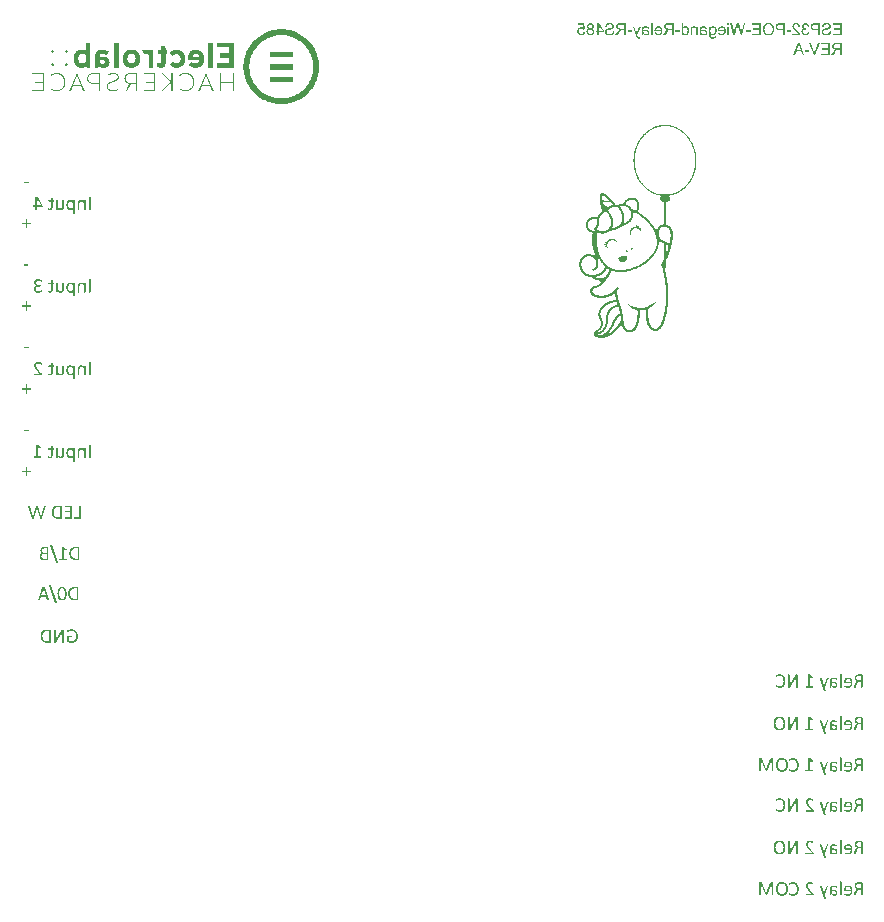
<source format=gbr>
G04 #@! TF.GenerationSoftware,KiCad,Pcbnew,7.0.8*
G04 #@! TF.CreationDate,2023-11-27T13:48:01+01:00*
G04 #@! TF.ProjectId,ESP32-POE-Wiegand-Relay-REV-A,45535033-322d-4504-9f45-2d5769656761,rev?*
G04 #@! TF.SameCoordinates,Original*
G04 #@! TF.FileFunction,Legend,Bot*
G04 #@! TF.FilePolarity,Positive*
%FSLAX46Y46*%
G04 Gerber Fmt 4.6, Leading zero omitted, Abs format (unit mm)*
G04 Created by KiCad (PCBNEW 7.0.8) date 2023-11-27 13:48:01*
%MOMM*%
%LPD*%
G01*
G04 APERTURE LIST*
%ADD10C,0.000000*%
%ADD11C,0.150000*%
%ADD12C,1.500000*%
%ADD13C,2.000000*%
%ADD14O,1.700000X1.700000*%
%ADD15R,1.700000X1.700000*%
%ADD16C,1.600000*%
%ADD17R,1.600000X1.600000*%
%ADD18C,6.400000*%
%ADD19C,3.250000*%
%ADD20C,1.550000*%
%ADD21C,1.200000*%
%ADD22C,1.650000*%
%ADD23C,2.355000*%
%ADD24C,2.100000*%
%ADD25C,2.351600*%
G04 APERTURE END LIST*
D10*
G36*
X229643456Y-35008261D02*
G01*
X229638111Y-35009796D01*
X229640228Y-35001488D01*
X229643456Y-35008261D01*
G37*
G36*
X241659995Y-31035643D02*
G01*
X241697938Y-31036744D01*
X241736854Y-31038584D01*
X241776843Y-31041171D01*
X241818009Y-31044510D01*
X241860452Y-31048605D01*
X241904274Y-31053464D01*
X241949577Y-31059090D01*
X241998110Y-31066014D01*
X242046963Y-31074158D01*
X242096094Y-31083513D01*
X242145461Y-31094068D01*
X242195021Y-31105814D01*
X242244732Y-31118740D01*
X242294553Y-31132838D01*
X242344441Y-31148096D01*
X242398734Y-31166014D01*
X242452584Y-31185176D01*
X242505981Y-31205576D01*
X242558913Y-31227208D01*
X242611370Y-31250066D01*
X242663340Y-31274144D01*
X242714812Y-31299436D01*
X242765776Y-31325936D01*
X242816220Y-31353637D01*
X242866134Y-31382534D01*
X242915505Y-31412621D01*
X242964324Y-31443892D01*
X243012580Y-31476340D01*
X243060261Y-31509960D01*
X243107356Y-31544745D01*
X243153854Y-31580690D01*
X243199411Y-31617509D01*
X243244218Y-31655332D01*
X243288267Y-31694148D01*
X243331550Y-31733949D01*
X243374056Y-31774724D01*
X243415778Y-31816464D01*
X243456707Y-31859159D01*
X243496833Y-31902800D01*
X243536148Y-31947377D01*
X243574643Y-31992879D01*
X243612310Y-32039298D01*
X243649139Y-32086624D01*
X243685121Y-32134846D01*
X243720248Y-32183956D01*
X243754511Y-32233943D01*
X243787901Y-32284799D01*
X243853495Y-32391613D01*
X243914754Y-32501128D01*
X243971635Y-32613241D01*
X244024095Y-32727850D01*
X244072089Y-32844853D01*
X244115576Y-32964147D01*
X244154511Y-33085630D01*
X244188850Y-33209200D01*
X244205488Y-33276449D01*
X244220487Y-33342421D01*
X244233868Y-33407227D01*
X244245650Y-33470979D01*
X244255851Y-33533788D01*
X244264492Y-33595766D01*
X244271591Y-33657025D01*
X244277168Y-33717676D01*
X244278054Y-33728269D01*
X244278980Y-33737930D01*
X244279966Y-33746817D01*
X244281031Y-33755088D01*
X244283402Y-33773644D01*
X244285479Y-33792620D01*
X244287272Y-33812163D01*
X244288790Y-33832419D01*
X244290043Y-33853537D01*
X244291040Y-33875661D01*
X244291790Y-33898941D01*
X244292303Y-33923522D01*
X244292785Y-33972357D01*
X244292990Y-34020677D01*
X244293136Y-34063473D01*
X244293520Y-34106508D01*
X244293457Y-34153817D01*
X244292117Y-34201066D01*
X244289676Y-34248160D01*
X244286309Y-34295003D01*
X244282194Y-34341503D01*
X244277505Y-34387562D01*
X244267114Y-34477983D01*
X244260703Y-34527624D01*
X244253344Y-34577657D01*
X244245044Y-34628036D01*
X244235814Y-34678716D01*
X244225660Y-34729651D01*
X244214592Y-34780796D01*
X244202620Y-34832106D01*
X244189750Y-34883536D01*
X244170841Y-34953562D01*
X244150513Y-35022880D01*
X244128770Y-35091475D01*
X244105621Y-35159334D01*
X244081071Y-35226441D01*
X244055126Y-35292785D01*
X244027793Y-35358349D01*
X243999078Y-35423121D01*
X243968988Y-35487086D01*
X243937529Y-35550230D01*
X243904707Y-35612539D01*
X243870529Y-35673999D01*
X243835000Y-35734597D01*
X243798129Y-35794318D01*
X243759919Y-35853147D01*
X243720379Y-35911072D01*
X243688075Y-35956369D01*
X243655065Y-36000893D01*
X243621356Y-36044637D01*
X243586958Y-36087590D01*
X243551879Y-36129746D01*
X243516126Y-36171095D01*
X243479708Y-36211629D01*
X243442633Y-36251339D01*
X243404910Y-36290217D01*
X243366546Y-36328255D01*
X243327550Y-36365443D01*
X243287930Y-36401773D01*
X243247694Y-36437237D01*
X243206850Y-36471827D01*
X243165408Y-36505532D01*
X243123374Y-36538346D01*
X243062520Y-36583577D01*
X243000895Y-36626793D01*
X242938514Y-36667989D01*
X242875392Y-36707157D01*
X242811541Y-36744291D01*
X242746978Y-36779384D01*
X242681717Y-36812431D01*
X242615771Y-36843424D01*
X242549155Y-36872357D01*
X242481885Y-36899223D01*
X242413973Y-36924017D01*
X242345435Y-36946730D01*
X242276284Y-36967358D01*
X242206536Y-36985893D01*
X242136205Y-37002329D01*
X242065305Y-37016660D01*
X242056063Y-37018221D01*
X242044946Y-37019870D01*
X242019592Y-37023334D01*
X241994247Y-37026847D01*
X241983143Y-37028559D01*
X241973918Y-37030207D01*
X241976745Y-37035244D01*
X241979498Y-37040529D01*
X241984826Y-37051697D01*
X241989987Y-37063419D01*
X241995065Y-37075404D01*
X242000145Y-37087363D01*
X242005313Y-37099003D01*
X242007957Y-37104613D01*
X242010654Y-37110034D01*
X242013415Y-37115230D01*
X242016251Y-37120165D01*
X242032126Y-37162499D01*
X241981538Y-37204779D01*
X241955877Y-37161756D01*
X241929630Y-37117889D01*
X241916452Y-37095662D01*
X241903383Y-37073386D01*
X241900939Y-37069028D01*
X241898676Y-37064694D01*
X241896575Y-37060400D01*
X241894619Y-37056161D01*
X241892789Y-37051992D01*
X241891067Y-37047906D01*
X241887878Y-37040048D01*
X241886955Y-37037677D01*
X241886013Y-37035325D01*
X241885050Y-37032993D01*
X241884068Y-37030681D01*
X241882727Y-37027269D01*
X241881602Y-37023784D01*
X241880690Y-37020235D01*
X241879993Y-37016630D01*
X241879508Y-37012976D01*
X241879236Y-37009283D01*
X241879175Y-37005558D01*
X241879325Y-37001809D01*
X241879686Y-36998045D01*
X241880256Y-36994273D01*
X241881035Y-36990502D01*
X241882022Y-36986740D01*
X241883216Y-36982995D01*
X241884617Y-36979276D01*
X241886224Y-36975589D01*
X241888037Y-36971944D01*
X241890111Y-36968249D01*
X241892339Y-36964706D01*
X241894716Y-36961321D01*
X241897234Y-36958100D01*
X241899887Y-36955047D01*
X241902668Y-36952169D01*
X241905571Y-36949469D01*
X241908588Y-36946954D01*
X241911715Y-36944629D01*
X241914943Y-36942499D01*
X241918267Y-36940569D01*
X241921679Y-36938845D01*
X241925174Y-36937331D01*
X241928744Y-36936034D01*
X241932383Y-36934958D01*
X241936085Y-36934109D01*
X241968417Y-36927653D01*
X242006941Y-36920027D01*
X242045940Y-36912519D01*
X242113770Y-36898807D01*
X242181063Y-36883074D01*
X242247805Y-36865328D01*
X242313983Y-36845574D01*
X242379583Y-36823818D01*
X242444591Y-36800067D01*
X242508994Y-36774328D01*
X242572778Y-36746606D01*
X242635930Y-36716907D01*
X242698435Y-36685239D01*
X242760281Y-36651606D01*
X242821453Y-36616016D01*
X242881939Y-36578475D01*
X242941723Y-36538990D01*
X243000793Y-36497565D01*
X243059135Y-36454208D01*
X243099555Y-36422658D01*
X243139410Y-36390243D01*
X243178693Y-36356972D01*
X243217395Y-36322853D01*
X243255509Y-36287895D01*
X243293027Y-36252106D01*
X243329941Y-36215495D01*
X243366243Y-36178069D01*
X243401926Y-36139838D01*
X243436982Y-36100810D01*
X243471403Y-36060993D01*
X243505180Y-36020396D01*
X243538307Y-35979028D01*
X243570775Y-35936896D01*
X243602577Y-35894009D01*
X243633704Y-35850376D01*
X243671899Y-35794409D01*
X243708812Y-35737562D01*
X243744435Y-35679850D01*
X243778764Y-35621286D01*
X243811790Y-35561882D01*
X243843509Y-35501654D01*
X243873914Y-35440614D01*
X243902997Y-35378776D01*
X243930754Y-35316154D01*
X243957177Y-35252760D01*
X243982260Y-35188610D01*
X244005998Y-35123715D01*
X244028383Y-35058091D01*
X244049409Y-34991750D01*
X244069069Y-34924705D01*
X244087359Y-34856972D01*
X244099804Y-34807253D01*
X244111379Y-34757663D01*
X244122076Y-34708245D01*
X244131888Y-34659043D01*
X244140806Y-34610102D01*
X244148825Y-34561466D01*
X244155935Y-34513178D01*
X244162130Y-34465282D01*
X244172458Y-34375640D01*
X244177017Y-34331019D01*
X244180975Y-34286464D01*
X244184181Y-34241923D01*
X244186486Y-34197347D01*
X244187740Y-34152684D01*
X244187794Y-34107883D01*
X244187431Y-34064201D01*
X244187265Y-34020994D01*
X244187060Y-33973244D01*
X244186577Y-33925215D01*
X244186097Y-33902278D01*
X244185404Y-33880605D01*
X244184489Y-33860060D01*
X244183343Y-33840509D01*
X244181956Y-33821816D01*
X244180320Y-33803846D01*
X244178423Y-33786464D01*
X244176259Y-33769534D01*
X244175005Y-33759748D01*
X244173845Y-33749386D01*
X244172754Y-33738251D01*
X244171708Y-33726143D01*
X244166332Y-33667764D01*
X244159480Y-33608761D01*
X244151134Y-33549025D01*
X244141275Y-33488447D01*
X244129885Y-33426920D01*
X244116947Y-33364334D01*
X244102442Y-33300581D01*
X244086353Y-33235552D01*
X244070306Y-33175560D01*
X244053145Y-33116062D01*
X244034874Y-33057072D01*
X244015499Y-32998601D01*
X243995026Y-32940663D01*
X243973459Y-32883269D01*
X243950805Y-32826431D01*
X243927068Y-32770163D01*
X243902254Y-32714477D01*
X243876368Y-32659385D01*
X243849416Y-32604899D01*
X243821402Y-32551032D01*
X243792333Y-32497796D01*
X243762214Y-32445205D01*
X243731049Y-32393269D01*
X243698845Y-32342001D01*
X243666663Y-32292978D01*
X243633645Y-32244794D01*
X243599797Y-32197460D01*
X243565130Y-32150985D01*
X243529650Y-32105379D01*
X243493367Y-32060649D01*
X243456290Y-32016807D01*
X243418426Y-31973860D01*
X243379785Y-31931819D01*
X243340375Y-31890692D01*
X243300204Y-31850490D01*
X243259281Y-31811221D01*
X243217615Y-31772894D01*
X243175213Y-31735519D01*
X243132085Y-31699106D01*
X243088239Y-31663663D01*
X243043650Y-31629184D01*
X242998490Y-31595819D01*
X242952772Y-31563575D01*
X242906506Y-31532457D01*
X242859703Y-31502469D01*
X242812372Y-31473619D01*
X242764527Y-31445912D01*
X242716176Y-31419353D01*
X242667331Y-31393948D01*
X242618002Y-31369703D01*
X242568201Y-31346623D01*
X242517938Y-31324714D01*
X242467223Y-31303982D01*
X242416069Y-31284432D01*
X242364484Y-31266070D01*
X242312481Y-31248902D01*
X242264843Y-31234333D01*
X242217286Y-31220875D01*
X242169850Y-31208537D01*
X242122577Y-31197328D01*
X242075507Y-31187257D01*
X242028681Y-31178335D01*
X241982140Y-31170570D01*
X241935926Y-31163971D01*
X241892343Y-31158565D01*
X241850229Y-31153894D01*
X241809487Y-31149954D01*
X241770019Y-31146740D01*
X241731727Y-31144247D01*
X241694512Y-31142472D01*
X241658277Y-31141411D01*
X241622924Y-31141058D01*
X241601875Y-31141187D01*
X241581100Y-31141574D01*
X241560572Y-31142219D01*
X241540268Y-31143122D01*
X241469394Y-31147706D01*
X241399082Y-31154253D01*
X241329345Y-31162759D01*
X241260199Y-31173219D01*
X241191658Y-31185628D01*
X241123736Y-31199984D01*
X241056448Y-31216281D01*
X240989809Y-31234515D01*
X240923833Y-31254682D01*
X240858533Y-31276778D01*
X240793926Y-31300798D01*
X240730025Y-31326738D01*
X240666845Y-31354594D01*
X240604401Y-31384362D01*
X240542706Y-31416037D01*
X240481776Y-31449615D01*
X240440319Y-31473793D01*
X240399297Y-31498779D01*
X240358718Y-31524565D01*
X240318591Y-31551145D01*
X240278924Y-31578513D01*
X240239726Y-31606662D01*
X240201004Y-31635585D01*
X240162768Y-31665277D01*
X240125026Y-31695729D01*
X240087785Y-31726937D01*
X240051055Y-31758894D01*
X240014843Y-31791592D01*
X239979159Y-31825026D01*
X239944009Y-31859188D01*
X239909404Y-31894074D01*
X239875351Y-31929675D01*
X239830120Y-31978999D01*
X239786052Y-32029410D01*
X239743155Y-32080896D01*
X239701436Y-32133445D01*
X239660904Y-32187044D01*
X239621566Y-32241680D01*
X239583431Y-32297341D01*
X239546507Y-32354013D01*
X239510801Y-32411686D01*
X239476321Y-32470345D01*
X239443077Y-32529980D01*
X239411074Y-32590576D01*
X239380322Y-32652121D01*
X239350828Y-32714604D01*
X239322601Y-32778010D01*
X239295648Y-32842329D01*
X239266293Y-32917453D01*
X239238881Y-32993477D01*
X239213433Y-33070331D01*
X239189967Y-33147949D01*
X239168503Y-33226261D01*
X239149060Y-33305199D01*
X239131657Y-33384695D01*
X239116314Y-33464681D01*
X239105688Y-33527265D01*
X239096386Y-33588403D01*
X239088398Y-33648195D01*
X239081713Y-33706742D01*
X239076320Y-33764146D01*
X239072209Y-33820507D01*
X239069369Y-33875927D01*
X239067790Y-33930507D01*
X239066895Y-34019664D01*
X239067385Y-34108260D01*
X239069255Y-34195994D01*
X239072499Y-34282561D01*
X239074131Y-34311125D01*
X239076349Y-34339720D01*
X239079064Y-34368309D01*
X239082189Y-34396855D01*
X239089308Y-34453662D01*
X239096999Y-34509838D01*
X239105197Y-34565125D01*
X239114428Y-34620384D01*
X239124680Y-34675567D01*
X239135945Y-34730626D01*
X239148211Y-34785515D01*
X239161470Y-34840184D01*
X239175712Y-34894587D01*
X239190926Y-34948676D01*
X239214654Y-35026603D01*
X239240174Y-35103469D01*
X239267477Y-35179260D01*
X239296556Y-35253959D01*
X239327400Y-35327552D01*
X239360004Y-35400023D01*
X239394357Y-35471358D01*
X239430453Y-35541541D01*
X239468282Y-35610557D01*
X239507837Y-35678391D01*
X239549110Y-35745027D01*
X239592092Y-35810451D01*
X239636774Y-35874646D01*
X239683150Y-35937599D01*
X239731210Y-35999294D01*
X239780946Y-36059715D01*
X239818669Y-36103373D01*
X239857158Y-36146079D01*
X239896405Y-36187824D01*
X239936399Y-36228600D01*
X239977131Y-36268401D01*
X240018591Y-36307216D01*
X240060770Y-36345040D01*
X240103658Y-36381864D01*
X240147246Y-36417681D01*
X240191524Y-36452482D01*
X240236482Y-36486259D01*
X240282110Y-36519005D01*
X240328400Y-36550713D01*
X240375341Y-36581373D01*
X240422923Y-36610979D01*
X240471139Y-36639522D01*
X240550414Y-36683263D01*
X240631229Y-36723898D01*
X240713510Y-36761398D01*
X240797184Y-36795732D01*
X240882178Y-36826872D01*
X240968418Y-36854787D01*
X241055831Y-36879448D01*
X241144344Y-36900825D01*
X241170289Y-36906296D01*
X241196526Y-36911415D01*
X241222814Y-36916266D01*
X241248908Y-36920933D01*
X241275604Y-36925715D01*
X241302300Y-36930617D01*
X241306624Y-36931567D01*
X241310858Y-36932767D01*
X241314995Y-36934212D01*
X241319029Y-36935894D01*
X241322950Y-36937810D01*
X241326753Y-36939953D01*
X241330429Y-36942317D01*
X241333971Y-36944898D01*
X241337372Y-36947688D01*
X241340624Y-36950683D01*
X241343719Y-36953877D01*
X241346651Y-36957264D01*
X241349412Y-36960839D01*
X241351994Y-36964596D01*
X241354390Y-36968529D01*
X241356593Y-36972632D01*
X241358662Y-36977045D01*
X241360465Y-36981542D01*
X241362000Y-36986111D01*
X241363269Y-36990739D01*
X241364271Y-36995412D01*
X241365006Y-37000118D01*
X241365474Y-37004843D01*
X241365674Y-37009575D01*
X241365608Y-37014299D01*
X241365274Y-37019004D01*
X241364672Y-37023676D01*
X241363803Y-37028301D01*
X241362667Y-37032868D01*
X241361263Y-37037362D01*
X241359591Y-37041771D01*
X241357651Y-37046081D01*
X241355005Y-37051531D01*
X241352189Y-37057375D01*
X241349270Y-37063318D01*
X241346201Y-37069361D01*
X241344598Y-37072419D01*
X241342940Y-37075503D01*
X241326363Y-37105738D01*
X241309708Y-37135934D01*
X241289018Y-37173504D01*
X241262982Y-37164561D01*
X241261554Y-37164024D01*
X241260177Y-37163415D01*
X241258852Y-37162738D01*
X241257580Y-37161996D01*
X241256363Y-37161192D01*
X241255202Y-37160329D01*
X241254097Y-37159409D01*
X241253051Y-37158436D01*
X241252064Y-37157412D01*
X241251138Y-37156342D01*
X241250273Y-37155227D01*
X241249471Y-37154070D01*
X241248733Y-37152875D01*
X241248061Y-37151645D01*
X241247454Y-37150382D01*
X241246915Y-37149090D01*
X241246445Y-37147771D01*
X241246045Y-37146429D01*
X241245715Y-37145066D01*
X241245458Y-37143686D01*
X241245274Y-37142291D01*
X241245165Y-37140884D01*
X241245131Y-37139469D01*
X241245175Y-37138048D01*
X241245296Y-37136624D01*
X241245497Y-37135201D01*
X241245778Y-37133780D01*
X241246140Y-37132366D01*
X241246586Y-37130962D01*
X241247115Y-37129569D01*
X241247729Y-37128191D01*
X241248430Y-37126832D01*
X241249828Y-37124262D01*
X241251235Y-37121706D01*
X241254040Y-37116619D01*
X241268222Y-37090902D01*
X241269505Y-37088423D01*
X241270638Y-37085931D01*
X241271621Y-37083429D01*
X241272457Y-37080924D01*
X241273147Y-37078418D01*
X241273693Y-37075917D01*
X241274095Y-37073424D01*
X241274356Y-37070946D01*
X241274477Y-37068485D01*
X241274459Y-37066046D01*
X241274305Y-37063635D01*
X241274016Y-37061255D01*
X241273592Y-37058911D01*
X241273037Y-37056608D01*
X241272351Y-37054349D01*
X241271535Y-37052140D01*
X241270592Y-37049985D01*
X241269524Y-37047888D01*
X241268330Y-37045855D01*
X241267014Y-37043888D01*
X241265576Y-37041994D01*
X241264018Y-37040176D01*
X241262342Y-37038439D01*
X241260549Y-37036788D01*
X241258641Y-37035226D01*
X241256619Y-37033759D01*
X241254485Y-37032390D01*
X241252241Y-37031125D01*
X241249887Y-37029968D01*
X241247426Y-37028924D01*
X241244858Y-37027996D01*
X241242187Y-37027190D01*
X241241133Y-37026918D01*
X241240115Y-37026676D01*
X241239134Y-37026461D01*
X241238191Y-37026273D01*
X241237289Y-37026107D01*
X241236427Y-37025963D01*
X241234831Y-37025728D01*
X241233414Y-37025550D01*
X241232185Y-37025411D01*
X241231155Y-37025293D01*
X241230333Y-37025179D01*
X241176206Y-37015330D01*
X241148842Y-37009976D01*
X241121483Y-37004171D01*
X241029025Y-36981832D01*
X240937714Y-36956069D01*
X240847629Y-36926911D01*
X240758846Y-36894389D01*
X240671442Y-36858530D01*
X240585494Y-36819364D01*
X240501079Y-36776920D01*
X240418274Y-36731227D01*
X240368080Y-36701513D01*
X240318550Y-36670697D01*
X240269693Y-36638787D01*
X240221518Y-36605792D01*
X240174035Y-36571718D01*
X240127255Y-36536575D01*
X240081186Y-36500370D01*
X240035839Y-36463112D01*
X239991223Y-36424808D01*
X239947347Y-36385466D01*
X239904223Y-36345096D01*
X239861858Y-36303704D01*
X239820263Y-36261298D01*
X239779448Y-36217888D01*
X239739422Y-36173480D01*
X239700195Y-36128083D01*
X239648675Y-36065509D01*
X239598894Y-36001623D01*
X239550861Y-35936439D01*
X239504585Y-35869975D01*
X239460074Y-35802246D01*
X239417336Y-35733268D01*
X239376379Y-35663056D01*
X239337213Y-35591627D01*
X239299845Y-35518996D01*
X239264284Y-35445179D01*
X239230537Y-35370192D01*
X239198614Y-35294050D01*
X239168523Y-35216770D01*
X239140273Y-35138367D01*
X239113870Y-35058857D01*
X239089325Y-34978257D01*
X239073591Y-34922333D01*
X239058860Y-34866078D01*
X239045143Y-34809543D01*
X239032453Y-34752779D01*
X239020799Y-34695836D01*
X239010193Y-34638765D01*
X239000646Y-34581617D01*
X238992169Y-34524443D01*
X238984212Y-34466455D01*
X238976851Y-34407564D01*
X238973616Y-34377807D01*
X238970798Y-34347859D01*
X238968487Y-34317729D01*
X238966770Y-34287430D01*
X238963465Y-34199188D01*
X238961565Y-34109775D01*
X238961063Y-34019509D01*
X238961955Y-33928708D01*
X238963594Y-33872014D01*
X238966534Y-33814495D01*
X238970786Y-33756047D01*
X238976362Y-33696562D01*
X238983271Y-33635937D01*
X238991527Y-33574065D01*
X239001139Y-33510841D01*
X239012119Y-33446161D01*
X239027976Y-33363444D01*
X239045966Y-33281234D01*
X239066069Y-33199600D01*
X239088266Y-33118613D01*
X239112537Y-33038343D01*
X239138861Y-32958860D01*
X239167219Y-32880234D01*
X239197592Y-32802535D01*
X239225483Y-32735959D01*
X239254699Y-32670321D01*
X239285231Y-32605636D01*
X239317072Y-32541916D01*
X239350213Y-32479174D01*
X239384646Y-32417422D01*
X239420362Y-32356674D01*
X239457353Y-32296943D01*
X239495612Y-32238241D01*
X239535129Y-32180582D01*
X239575896Y-32123977D01*
X239617905Y-32068441D01*
X239661148Y-32013985D01*
X239705616Y-31960623D01*
X239751302Y-31908368D01*
X239798196Y-31857232D01*
X239833611Y-31820205D01*
X239869605Y-31783921D01*
X239906167Y-31748386D01*
X239943291Y-31713606D01*
X239980966Y-31679590D01*
X240019184Y-31646343D01*
X240057937Y-31613872D01*
X240097215Y-31582185D01*
X240137011Y-31551287D01*
X240177316Y-31521187D01*
X240218120Y-31491890D01*
X240259415Y-31463403D01*
X240301193Y-31435734D01*
X240343444Y-31408889D01*
X240386161Y-31382875D01*
X240429334Y-31357699D01*
X240493007Y-31322615D01*
X240557474Y-31289519D01*
X240622720Y-31258416D01*
X240688729Y-31229309D01*
X240755486Y-31202204D01*
X240822976Y-31177104D01*
X240891184Y-31154016D01*
X240960094Y-31132942D01*
X241029693Y-31113888D01*
X241099964Y-31096858D01*
X241170892Y-31081858D01*
X241242463Y-31068890D01*
X241314662Y-31057961D01*
X241387472Y-31049075D01*
X241460879Y-31042235D01*
X241534868Y-31037447D01*
X241556545Y-31036506D01*
X241578419Y-31035827D01*
X241600532Y-31035416D01*
X241622922Y-31035278D01*
X241659995Y-31035643D01*
G37*
G36*
X238006836Y-42372868D02*
G01*
X238024566Y-42373628D01*
X238042316Y-42374790D01*
X238051384Y-42375652D01*
X238060312Y-42376846D01*
X238069104Y-42378369D01*
X238077760Y-42380217D01*
X238086284Y-42382386D01*
X238094678Y-42384873D01*
X238102943Y-42387673D01*
X238111081Y-42390784D01*
X238119096Y-42394201D01*
X238126989Y-42397920D01*
X238134762Y-42401939D01*
X238142418Y-42406252D01*
X238149958Y-42410857D01*
X238157385Y-42415750D01*
X238164701Y-42420927D01*
X238171908Y-42426384D01*
X238172385Y-42426783D01*
X238172844Y-42427204D01*
X238173287Y-42427645D01*
X238173716Y-42428103D01*
X238174134Y-42428577D01*
X238174541Y-42429062D01*
X238175335Y-42430061D01*
X238176894Y-42432098D01*
X238177692Y-42433097D01*
X238178102Y-42433583D01*
X238178523Y-42434056D01*
X238179245Y-42434896D01*
X238179913Y-42435804D01*
X238180528Y-42436776D01*
X238181088Y-42437807D01*
X238181596Y-42438892D01*
X238182050Y-42440027D01*
X238182452Y-42441206D01*
X238182801Y-42442424D01*
X238183098Y-42443678D01*
X238183344Y-42444961D01*
X238183679Y-42447598D01*
X238183809Y-42450297D01*
X238183736Y-42453020D01*
X238183462Y-42455727D01*
X238182990Y-42458380D01*
X238182320Y-42460939D01*
X238181912Y-42462173D01*
X238181456Y-42463368D01*
X238180951Y-42464521D01*
X238180398Y-42465626D01*
X238179798Y-42466679D01*
X238179150Y-42467675D01*
X238178455Y-42468609D01*
X238177713Y-42469477D01*
X238176924Y-42470273D01*
X238176089Y-42470992D01*
X238172168Y-42474130D01*
X238170199Y-42475702D01*
X238168212Y-42477249D01*
X238166197Y-42478751D01*
X238164146Y-42480189D01*
X238163104Y-42480878D01*
X238162049Y-42481543D01*
X238160980Y-42482182D01*
X238159897Y-42482793D01*
X238152391Y-42486639D01*
X238144792Y-42490115D01*
X238137094Y-42493240D01*
X238129291Y-42496032D01*
X238121376Y-42498511D01*
X238113343Y-42500695D01*
X238105186Y-42502604D01*
X238096899Y-42504257D01*
X238088476Y-42505671D01*
X238079910Y-42506868D01*
X238071195Y-42507865D01*
X238062325Y-42508681D01*
X238044095Y-42509848D01*
X238025171Y-42510521D01*
X238006200Y-42509456D01*
X237994349Y-42508742D01*
X237981833Y-42507874D01*
X237974056Y-42507107D01*
X237966402Y-42506037D01*
X237958871Y-42504669D01*
X237951461Y-42503006D01*
X237944171Y-42501053D01*
X237937001Y-42498815D01*
X237929949Y-42496294D01*
X237923015Y-42493495D01*
X237916197Y-42490421D01*
X237909495Y-42487078D01*
X237902908Y-42483469D01*
X237896434Y-42479598D01*
X237890074Y-42475469D01*
X237883825Y-42471085D01*
X237877687Y-42466452D01*
X237871659Y-42461573D01*
X237870261Y-42460356D01*
X237868900Y-42459088D01*
X237867576Y-42457775D01*
X237866285Y-42456419D01*
X237865024Y-42455025D01*
X237863792Y-42453598D01*
X237862585Y-42452141D01*
X237861401Y-42450659D01*
X237859092Y-42447636D01*
X237856845Y-42444562D01*
X237852451Y-42438396D01*
X237851757Y-42437364D01*
X237851123Y-42436296D01*
X237850547Y-42435194D01*
X237850030Y-42434061D01*
X237849571Y-42432899D01*
X237849169Y-42431712D01*
X237848823Y-42430503D01*
X237848532Y-42429274D01*
X237848297Y-42428029D01*
X237848115Y-42426769D01*
X237847987Y-42425498D01*
X237847912Y-42424220D01*
X237847917Y-42421649D01*
X237848125Y-42419081D01*
X237848531Y-42416537D01*
X237849127Y-42414041D01*
X237849910Y-42411616D01*
X237850874Y-42409285D01*
X237851421Y-42408161D01*
X237852012Y-42407070D01*
X237852645Y-42406014D01*
X237853319Y-42404995D01*
X237854035Y-42404017D01*
X237854791Y-42403082D01*
X237855586Y-42402194D01*
X237856420Y-42401355D01*
X237858816Y-42399153D01*
X237861262Y-42397052D01*
X237863758Y-42395054D01*
X237866304Y-42393160D01*
X237868901Y-42391371D01*
X237871549Y-42389688D01*
X237874248Y-42388112D01*
X237876998Y-42386643D01*
X237879799Y-42385284D01*
X237882652Y-42384035D01*
X237885557Y-42382898D01*
X237888514Y-42381873D01*
X237891524Y-42380961D01*
X237894586Y-42380164D01*
X237897701Y-42379483D01*
X237900869Y-42378918D01*
X237918481Y-42376451D01*
X237936112Y-42374620D01*
X237953763Y-42373385D01*
X237971434Y-42372707D01*
X237989125Y-42372548D01*
X238006836Y-42372868D01*
G37*
G36*
X238370569Y-41660679D02*
G01*
X238380756Y-41661703D01*
X238390662Y-41663327D01*
X238400292Y-41665542D01*
X238409648Y-41668339D01*
X238418735Y-41671709D01*
X238427556Y-41675642D01*
X238436114Y-41680129D01*
X238444414Y-41685162D01*
X238452459Y-41690731D01*
X238460252Y-41696827D01*
X238467798Y-41703440D01*
X238475099Y-41710562D01*
X238482160Y-41718184D01*
X238488985Y-41726296D01*
X238489740Y-41727274D01*
X238490460Y-41728280D01*
X238491147Y-41729312D01*
X238491804Y-41730367D01*
X238492434Y-41731443D01*
X238493040Y-41732537D01*
X238494191Y-41734770D01*
X238495280Y-41737045D01*
X238496330Y-41739342D01*
X238498405Y-41743918D01*
X238499253Y-41745919D01*
X238499955Y-41747959D01*
X238500515Y-41750032D01*
X238500934Y-41752132D01*
X238501217Y-41754254D01*
X238501367Y-41756391D01*
X238501387Y-41758537D01*
X238501280Y-41760687D01*
X238501049Y-41762834D01*
X238500698Y-41764973D01*
X238500230Y-41767098D01*
X238499649Y-41769203D01*
X238498956Y-41771281D01*
X238498156Y-41773328D01*
X238497253Y-41775337D01*
X238496248Y-41777302D01*
X238495145Y-41779217D01*
X238493948Y-41781076D01*
X238492660Y-41782874D01*
X238491284Y-41784604D01*
X238489823Y-41786261D01*
X238488281Y-41787838D01*
X238486660Y-41789330D01*
X238484965Y-41790731D01*
X238483198Y-41792035D01*
X238481362Y-41793236D01*
X238479461Y-41794328D01*
X238477497Y-41795305D01*
X238475475Y-41796161D01*
X238473398Y-41796890D01*
X238471268Y-41797487D01*
X238469088Y-41797945D01*
X238464115Y-41798747D01*
X238459067Y-41799514D01*
X238448451Y-41801120D01*
X238438570Y-41801024D01*
X238428926Y-41800383D01*
X238419517Y-41799208D01*
X238410341Y-41797506D01*
X238401393Y-41795288D01*
X238392672Y-41792562D01*
X238384174Y-41789337D01*
X238375896Y-41785622D01*
X238367836Y-41781427D01*
X238359991Y-41776761D01*
X238352358Y-41771631D01*
X238344934Y-41766049D01*
X238337716Y-41760022D01*
X238330702Y-41753560D01*
X238323887Y-41746672D01*
X238317271Y-41739366D01*
X238315633Y-41737377D01*
X238314109Y-41735338D01*
X238312698Y-41733251D01*
X238311395Y-41731119D01*
X238310199Y-41728942D01*
X238309106Y-41726723D01*
X238308113Y-41724462D01*
X238307217Y-41722162D01*
X238306415Y-41719824D01*
X238305705Y-41717450D01*
X238305083Y-41715041D01*
X238304546Y-41712600D01*
X238304092Y-41710127D01*
X238303717Y-41707624D01*
X238303419Y-41705094D01*
X238303195Y-41702536D01*
X238303120Y-41701019D01*
X238303122Y-41699493D01*
X238303200Y-41697964D01*
X238303351Y-41696432D01*
X238303573Y-41694902D01*
X238303866Y-41693376D01*
X238304225Y-41691857D01*
X238304651Y-41690347D01*
X238305141Y-41688850D01*
X238305692Y-41687369D01*
X238306304Y-41685905D01*
X238306974Y-41684463D01*
X238307701Y-41683045D01*
X238308482Y-41681653D01*
X238309316Y-41680291D01*
X238310200Y-41678962D01*
X238311133Y-41677668D01*
X238312114Y-41676412D01*
X238313139Y-41675198D01*
X238314207Y-41674027D01*
X238315317Y-41672903D01*
X238316466Y-41671828D01*
X238317652Y-41670806D01*
X238318874Y-41669839D01*
X238320130Y-41668931D01*
X238321418Y-41668083D01*
X238322735Y-41667299D01*
X238324081Y-41666582D01*
X238325453Y-41665934D01*
X238326849Y-41665359D01*
X238328267Y-41664859D01*
X238329706Y-41664437D01*
X238334575Y-41663147D01*
X238337025Y-41662520D01*
X238339483Y-41661936D01*
X238341946Y-41661417D01*
X238344411Y-41660984D01*
X238345644Y-41660807D01*
X238346876Y-41660661D01*
X238348108Y-41660547D01*
X238349339Y-41660468D01*
X238360098Y-41660265D01*
X238370569Y-41660679D01*
G37*
G36*
X238842961Y-41405833D02*
G01*
X238845452Y-41406177D01*
X238847932Y-41406694D01*
X238850386Y-41407381D01*
X238852798Y-41408231D01*
X238855153Y-41409241D01*
X238857435Y-41410405D01*
X238859628Y-41411718D01*
X238861718Y-41413177D01*
X238863688Y-41414775D01*
X238866094Y-41416970D01*
X238868388Y-41419228D01*
X238870570Y-41421550D01*
X238872636Y-41423936D01*
X238874585Y-41426386D01*
X238876415Y-41428901D01*
X238878124Y-41431480D01*
X238879709Y-41434124D01*
X238881169Y-41436833D01*
X238882502Y-41439607D01*
X238883705Y-41442447D01*
X238884777Y-41445352D01*
X238885716Y-41448324D01*
X238886520Y-41451362D01*
X238887186Y-41454467D01*
X238887713Y-41457638D01*
X238888333Y-41462613D01*
X238888819Y-41467612D01*
X238889188Y-41472630D01*
X238889458Y-41477661D01*
X238889650Y-41482699D01*
X238889781Y-41487739D01*
X238889934Y-41497802D01*
X238889889Y-41503605D01*
X238889617Y-41509347D01*
X238889122Y-41515026D01*
X238888408Y-41520645D01*
X238887480Y-41526202D01*
X238886341Y-41531699D01*
X238884994Y-41537134D01*
X238883445Y-41542510D01*
X238881696Y-41547825D01*
X238879753Y-41553081D01*
X238877618Y-41558276D01*
X238875296Y-41563413D01*
X238872791Y-41568490D01*
X238870107Y-41573508D01*
X238867248Y-41578467D01*
X238864217Y-41583368D01*
X238863201Y-41584914D01*
X238862142Y-41586439D01*
X238861040Y-41587942D01*
X238859900Y-41589424D01*
X238858724Y-41590886D01*
X238857515Y-41592326D01*
X238856276Y-41593747D01*
X238855009Y-41595149D01*
X238852403Y-41597894D01*
X238849720Y-41600565D01*
X238846983Y-41603166D01*
X238844214Y-41605699D01*
X238842440Y-41607215D01*
X238840613Y-41608607D01*
X238838737Y-41609877D01*
X238836817Y-41611025D01*
X238834858Y-41612052D01*
X238832863Y-41612958D01*
X238830838Y-41613745D01*
X238828786Y-41614413D01*
X238826713Y-41614962D01*
X238824621Y-41615394D01*
X238822517Y-41615710D01*
X238820404Y-41615909D01*
X238818287Y-41615993D01*
X238816170Y-41615963D01*
X238814058Y-41615819D01*
X238811955Y-41615561D01*
X238809865Y-41615191D01*
X238807793Y-41614710D01*
X238805744Y-41614118D01*
X238803721Y-41613415D01*
X238801729Y-41612603D01*
X238799773Y-41611682D01*
X238797858Y-41610653D01*
X238795986Y-41609517D01*
X238794164Y-41608274D01*
X238792395Y-41606925D01*
X238790683Y-41605471D01*
X238789034Y-41603913D01*
X238787452Y-41602251D01*
X238785940Y-41600486D01*
X238784504Y-41598619D01*
X238783148Y-41596650D01*
X238781794Y-41594551D01*
X238780449Y-41592421D01*
X238779142Y-41590259D01*
X238777903Y-41588064D01*
X238777318Y-41586953D01*
X238776761Y-41585834D01*
X238776235Y-41584705D01*
X238775744Y-41583568D01*
X238775292Y-41582421D01*
X238774883Y-41581265D01*
X238774519Y-41580099D01*
X238774206Y-41578923D01*
X238773063Y-41574058D01*
X238772049Y-41569242D01*
X238771152Y-41564558D01*
X238770363Y-41560091D01*
X238768068Y-41546062D01*
X238768060Y-41536327D01*
X238768222Y-41527243D01*
X238768570Y-41518749D01*
X238769116Y-41510783D01*
X238769873Y-41503285D01*
X238770856Y-41496193D01*
X238772077Y-41489447D01*
X238773551Y-41482985D01*
X238775292Y-41476747D01*
X238777311Y-41470670D01*
X238779624Y-41464695D01*
X238782244Y-41458760D01*
X238785184Y-41452803D01*
X238788458Y-41446765D01*
X238792079Y-41440583D01*
X238796061Y-41434197D01*
X238797502Y-41432044D01*
X238799024Y-41429990D01*
X238800624Y-41428029D01*
X238802296Y-41426155D01*
X238804038Y-41424365D01*
X238805844Y-41422652D01*
X238807710Y-41421011D01*
X238809633Y-41419439D01*
X238811608Y-41417929D01*
X238813631Y-41416476D01*
X238815698Y-41415077D01*
X238817804Y-41413724D01*
X238819946Y-41412415D01*
X238822119Y-41411142D01*
X238826541Y-41408690D01*
X238827592Y-41408161D01*
X238828669Y-41407684D01*
X238829771Y-41407259D01*
X238830896Y-41406885D01*
X238832041Y-41406562D01*
X238833205Y-41406289D01*
X238835582Y-41405890D01*
X238838011Y-41405685D01*
X238840476Y-41405667D01*
X238842961Y-41405833D01*
G37*
G36*
X239233920Y-39510392D02*
G01*
X239234709Y-39510504D01*
X239235517Y-39510675D01*
X239236340Y-39510903D01*
X239237177Y-39511185D01*
X239238024Y-39511519D01*
X239238878Y-39511902D01*
X239239736Y-39512331D01*
X239240596Y-39512803D01*
X239242308Y-39513866D01*
X239243990Y-39515069D01*
X239245619Y-39516391D01*
X239247172Y-39517810D01*
X239248625Y-39519304D01*
X239249956Y-39520851D01*
X239251140Y-39522429D01*
X239251670Y-39523223D01*
X239252154Y-39524016D01*
X239252591Y-39524806D01*
X239252976Y-39525591D01*
X239253307Y-39526366D01*
X239253581Y-39527131D01*
X239253795Y-39527881D01*
X239253947Y-39528615D01*
X239254575Y-39532361D01*
X239255249Y-39536100D01*
X239256626Y-39543571D01*
X239257272Y-39547308D01*
X239257853Y-39551051D01*
X239258341Y-39554803D01*
X239258709Y-39558566D01*
X239260082Y-39578792D01*
X239261276Y-39599048D01*
X239262549Y-39619303D01*
X239263297Y-39629421D01*
X239264160Y-39639529D01*
X239264363Y-39641381D01*
X239264631Y-39643227D01*
X239264958Y-39645068D01*
X239265339Y-39646904D01*
X239265767Y-39648735D01*
X239266238Y-39650561D01*
X239267282Y-39654200D01*
X239268425Y-39657824D01*
X239269621Y-39661436D01*
X239271991Y-39668633D01*
X239272329Y-39669584D01*
X239272745Y-39670538D01*
X239273235Y-39671494D01*
X239273797Y-39672450D01*
X239275119Y-39674350D01*
X239276684Y-39676220D01*
X239278462Y-39678040D01*
X239280427Y-39679791D01*
X239282550Y-39681456D01*
X239284804Y-39683013D01*
X239287160Y-39684446D01*
X239289590Y-39685734D01*
X239292066Y-39686859D01*
X239294561Y-39687802D01*
X239297046Y-39688545D01*
X239299494Y-39689067D01*
X239300695Y-39689240D01*
X239301876Y-39689351D01*
X239303033Y-39689397D01*
X239304164Y-39689377D01*
X239306096Y-39689252D01*
X239308038Y-39689073D01*
X239309980Y-39688834D01*
X239311914Y-39688532D01*
X239313833Y-39688162D01*
X239315727Y-39687718D01*
X239317590Y-39687196D01*
X239319411Y-39686592D01*
X239321184Y-39685900D01*
X239322899Y-39685116D01*
X239324548Y-39684235D01*
X239326124Y-39683252D01*
X239326882Y-39682722D01*
X239327618Y-39682163D01*
X239328331Y-39681578D01*
X239329021Y-39680963D01*
X239329686Y-39680320D01*
X239330325Y-39679648D01*
X239330938Y-39678945D01*
X239331522Y-39678211D01*
X239337571Y-39670092D01*
X239343478Y-39661866D01*
X239355018Y-39645204D01*
X239366438Y-39628443D01*
X239372196Y-39620093D01*
X239378036Y-39611800D01*
X239380979Y-39607702D01*
X239383977Y-39603630D01*
X239387033Y-39599595D01*
X239390155Y-39595608D01*
X239393346Y-39591681D01*
X239396611Y-39587824D01*
X239399955Y-39584050D01*
X239403384Y-39580368D01*
X239404780Y-39579017D01*
X239406247Y-39577796D01*
X239407779Y-39576703D01*
X239409372Y-39575735D01*
X239411020Y-39574886D01*
X239412717Y-39574155D01*
X239414460Y-39573536D01*
X239416243Y-39573026D01*
X239418060Y-39572622D01*
X239419907Y-39572319D01*
X239421778Y-39572114D01*
X239423669Y-39572004D01*
X239425574Y-39571984D01*
X239427488Y-39572051D01*
X239429406Y-39572201D01*
X239431324Y-39572431D01*
X239432357Y-39572621D01*
X239433400Y-39572900D01*
X239434450Y-39573264D01*
X239435504Y-39573709D01*
X239436560Y-39574232D01*
X239437614Y-39574827D01*
X239438663Y-39575490D01*
X239439705Y-39576219D01*
X239441753Y-39577853D01*
X239443736Y-39579697D01*
X239445630Y-39581717D01*
X239447411Y-39583881D01*
X239449055Y-39586156D01*
X239450540Y-39588509D01*
X239451840Y-39590908D01*
X239452934Y-39593319D01*
X239453797Y-39595711D01*
X239454134Y-39596888D01*
X239454406Y-39598049D01*
X239454607Y-39599188D01*
X239454736Y-39600301D01*
X239454790Y-39601385D01*
X239454766Y-39602435D01*
X239453919Y-39617595D01*
X239453627Y-39621379D01*
X239453248Y-39625146D01*
X239452755Y-39628887D01*
X239452121Y-39632597D01*
X239448561Y-39649978D01*
X239444759Y-39667304D01*
X239440907Y-39684620D01*
X239437199Y-39701971D01*
X239436474Y-39705691D01*
X239435806Y-39709429D01*
X239435193Y-39713181D01*
X239434632Y-39716946D01*
X239434121Y-39720721D01*
X239433657Y-39724503D01*
X239433237Y-39728290D01*
X239432859Y-39732080D01*
X239432718Y-39733779D01*
X239432631Y-39735455D01*
X239432597Y-39737107D01*
X239432617Y-39738736D01*
X239432690Y-39740342D01*
X239432814Y-39741925D01*
X239432990Y-39743486D01*
X239433217Y-39745025D01*
X239433494Y-39746542D01*
X239433821Y-39748038D01*
X239434197Y-39749512D01*
X239434622Y-39750966D01*
X239435614Y-39753813D01*
X239436795Y-39756580D01*
X239438158Y-39759271D01*
X239439699Y-39761887D01*
X239441415Y-39764431D01*
X239443299Y-39766906D01*
X239445348Y-39769313D01*
X239447558Y-39771657D01*
X239449922Y-39773938D01*
X239452438Y-39776159D01*
X239456129Y-39779154D01*
X239459764Y-39781828D01*
X239463348Y-39784179D01*
X239466886Y-39786206D01*
X239470382Y-39787907D01*
X239472116Y-39788635D01*
X239473841Y-39789281D01*
X239475559Y-39789845D01*
X239477269Y-39790326D01*
X239478972Y-39790726D01*
X239480669Y-39791042D01*
X239482361Y-39791276D01*
X239484047Y-39791427D01*
X239485729Y-39791495D01*
X239487408Y-39791479D01*
X239489083Y-39791380D01*
X239490756Y-39791198D01*
X239492426Y-39790931D01*
X239494095Y-39790581D01*
X239495764Y-39790146D01*
X239497432Y-39789627D01*
X239499101Y-39789024D01*
X239500771Y-39788335D01*
X239502442Y-39787562D01*
X239504116Y-39786704D01*
X239505792Y-39785761D01*
X239507472Y-39784732D01*
X239524545Y-39773716D01*
X239541544Y-39762606D01*
X239558572Y-39751565D01*
X239567130Y-39746122D01*
X239575734Y-39740758D01*
X239577335Y-39739795D01*
X239578963Y-39738869D01*
X239580615Y-39737979D01*
X239582289Y-39737121D01*
X239585694Y-39735495D01*
X239589162Y-39733971D01*
X239592674Y-39732532D01*
X239596213Y-39731158D01*
X239603303Y-39728534D01*
X239604277Y-39728200D01*
X239605242Y-39727912D01*
X239606200Y-39727669D01*
X239607150Y-39727469D01*
X239608093Y-39727312D01*
X239609029Y-39727196D01*
X239609957Y-39727121D01*
X239610879Y-39727084D01*
X239611793Y-39727085D01*
X239612702Y-39727123D01*
X239614499Y-39727303D01*
X239616272Y-39727615D01*
X239618022Y-39728050D01*
X239619750Y-39728599D01*
X239621458Y-39729252D01*
X239623146Y-39730000D01*
X239624817Y-39730833D01*
X239626472Y-39731742D01*
X239628111Y-39732717D01*
X239629737Y-39733750D01*
X239631350Y-39734831D01*
X239631968Y-39735287D01*
X239632572Y-39735802D01*
X239633160Y-39736371D01*
X239633732Y-39736992D01*
X239634824Y-39738374D01*
X239635839Y-39739924D01*
X239636772Y-39741615D01*
X239637615Y-39743422D01*
X239638361Y-39745318D01*
X239639004Y-39747279D01*
X239639535Y-39749279D01*
X239639948Y-39751291D01*
X239640236Y-39753290D01*
X239640392Y-39755250D01*
X239640408Y-39757146D01*
X239640279Y-39758951D01*
X239639996Y-39760641D01*
X239639794Y-39761434D01*
X239639552Y-39762188D01*
X239638745Y-39764576D01*
X239638004Y-39767001D01*
X239636569Y-39771879D01*
X239635800Y-39774288D01*
X239635386Y-39775475D01*
X239634946Y-39776647D01*
X239634475Y-39777802D01*
X239633969Y-39778936D01*
X239633423Y-39780047D01*
X239632832Y-39781133D01*
X239602372Y-39833825D01*
X239587119Y-39860161D01*
X239572030Y-39886596D01*
X239571137Y-39888255D01*
X239570305Y-39889938D01*
X239569543Y-39891645D01*
X239568856Y-39893373D01*
X239568252Y-39895123D01*
X239567736Y-39896894D01*
X239567316Y-39898684D01*
X239566997Y-39900493D01*
X239566787Y-39902320D01*
X239566692Y-39904164D01*
X239566719Y-39906025D01*
X239566874Y-39907900D01*
X239567164Y-39909791D01*
X239567595Y-39911695D01*
X239568175Y-39913612D01*
X239568909Y-39915541D01*
X239582667Y-39948237D01*
X239589372Y-39964662D01*
X239592625Y-39972917D01*
X239595790Y-39981211D01*
X239596423Y-39982977D01*
X239597015Y-39984763D01*
X239597567Y-39986567D01*
X239598081Y-39988386D01*
X239599002Y-39992066D01*
X239599792Y-39995790D01*
X239600465Y-39999543D01*
X239601037Y-40003312D01*
X239601520Y-40007084D01*
X239601929Y-40010844D01*
X239602022Y-40012050D01*
X239602065Y-40013264D01*
X239602062Y-40014485D01*
X239602016Y-40015713D01*
X239601932Y-40016947D01*
X239601812Y-40018184D01*
X239601659Y-40019425D01*
X239601479Y-40020667D01*
X239601047Y-40023152D01*
X239600544Y-40025630D01*
X239599441Y-40030528D01*
X239599297Y-40031124D01*
X239599123Y-40031736D01*
X239598920Y-40032360D01*
X239598689Y-40032989D01*
X239598432Y-40033618D01*
X239598149Y-40034242D01*
X239597841Y-40034854D01*
X239597510Y-40035450D01*
X239597157Y-40036023D01*
X239596783Y-40036569D01*
X239596388Y-40037081D01*
X239595974Y-40037554D01*
X239595760Y-40037774D01*
X239595542Y-40037982D01*
X239595320Y-40038177D01*
X239595093Y-40038360D01*
X239594863Y-40038528D01*
X239594629Y-40038682D01*
X239594391Y-40038820D01*
X239594149Y-40038943D01*
X239592980Y-40039457D01*
X239591795Y-40039891D01*
X239590597Y-40040243D01*
X239589390Y-40040515D01*
X239588177Y-40040706D01*
X239586961Y-40040817D01*
X239585745Y-40040849D01*
X239584532Y-40040801D01*
X239583325Y-40040675D01*
X239582127Y-40040471D01*
X239580942Y-40040188D01*
X239579773Y-40039828D01*
X239578622Y-40039391D01*
X239577493Y-40038877D01*
X239576388Y-40038286D01*
X239575312Y-40037619D01*
X239571610Y-40034989D01*
X239568131Y-40032170D01*
X239564852Y-40029181D01*
X239561751Y-40026041D01*
X239558806Y-40022769D01*
X239555994Y-40019383D01*
X239553295Y-40015903D01*
X239550685Y-40012345D01*
X239545646Y-40005076D01*
X239540701Y-39997726D01*
X239535673Y-39990444D01*
X239533072Y-39986876D01*
X239530385Y-39983380D01*
X239514871Y-39964585D01*
X239498843Y-39946691D01*
X239482290Y-39929715D01*
X239465199Y-39913677D01*
X239447561Y-39898594D01*
X239429363Y-39884485D01*
X239410596Y-39871369D01*
X239391247Y-39859264D01*
X239371307Y-39848188D01*
X239350763Y-39838160D01*
X239329604Y-39829198D01*
X239307820Y-39821321D01*
X239285400Y-39814547D01*
X239262332Y-39808895D01*
X239238605Y-39804383D01*
X239214208Y-39801029D01*
X239202677Y-39798893D01*
X239191184Y-39797307D01*
X239179727Y-39796242D01*
X239168306Y-39795668D01*
X239156921Y-39795557D01*
X239145572Y-39795880D01*
X239134258Y-39796607D01*
X239122979Y-39797709D01*
X239111735Y-39799157D01*
X239100526Y-39800922D01*
X239089350Y-39802975D01*
X239078209Y-39805286D01*
X239056025Y-39810568D01*
X239033974Y-39816534D01*
X239022956Y-39819841D01*
X239012087Y-39823468D01*
X239001367Y-39827409D01*
X238990798Y-39831660D01*
X238980379Y-39836215D01*
X238970111Y-39841070D01*
X238959994Y-39846219D01*
X238950028Y-39851658D01*
X238940215Y-39857380D01*
X238930553Y-39863381D01*
X238921045Y-39869656D01*
X238911689Y-39876199D01*
X238902487Y-39883007D01*
X238893439Y-39890072D01*
X238884545Y-39897391D01*
X238875806Y-39904958D01*
X238854153Y-39925296D01*
X238834220Y-39946315D01*
X238815976Y-39968003D01*
X238799391Y-39990346D01*
X238784433Y-40013332D01*
X238771073Y-40036949D01*
X238759281Y-40061182D01*
X238749025Y-40086019D01*
X238740275Y-40111446D01*
X238733001Y-40137452D01*
X238727173Y-40164024D01*
X238722759Y-40191147D01*
X238719730Y-40218809D01*
X238718055Y-40246998D01*
X238717703Y-40275700D01*
X238718644Y-40304902D01*
X238720641Y-40335210D01*
X238721085Y-40342778D01*
X238721441Y-40350339D01*
X238721678Y-40357894D01*
X238721764Y-40365439D01*
X238721743Y-40365966D01*
X238721691Y-40366495D01*
X238721609Y-40367025D01*
X238721498Y-40367557D01*
X238721360Y-40368091D01*
X238721195Y-40368625D01*
X238720795Y-40369696D01*
X238720306Y-40370767D01*
X238719740Y-40371839D01*
X238719106Y-40372907D01*
X238718417Y-40373972D01*
X238717681Y-40375030D01*
X238716910Y-40376080D01*
X238715304Y-40378149D01*
X238712133Y-40382108D01*
X238711627Y-40382685D01*
X238711066Y-40383208D01*
X238710452Y-40383677D01*
X238709789Y-40384092D01*
X238709080Y-40384455D01*
X238708330Y-40384767D01*
X238707541Y-40385028D01*
X238706716Y-40385239D01*
X238705861Y-40385402D01*
X238704977Y-40385517D01*
X238704068Y-40385585D01*
X238703139Y-40385606D01*
X238702192Y-40385583D01*
X238701231Y-40385515D01*
X238699281Y-40385250D01*
X238697316Y-40384818D01*
X238695365Y-40384226D01*
X238693456Y-40383482D01*
X238691616Y-40382591D01*
X238690732Y-40382094D01*
X238689875Y-40381563D01*
X238689049Y-40380999D01*
X238688259Y-40380403D01*
X238687506Y-40379775D01*
X238686796Y-40379118D01*
X238686131Y-40378431D01*
X238685515Y-40377716D01*
X238685106Y-40377239D01*
X238684672Y-40376777D01*
X238684220Y-40376329D01*
X238683753Y-40375892D01*
X238682788Y-40375039D01*
X238681811Y-40374197D01*
X238680854Y-40373345D01*
X238680393Y-40372909D01*
X238679949Y-40372462D01*
X238679526Y-40372002D01*
X238679128Y-40371527D01*
X238678760Y-40371033D01*
X238678588Y-40370779D01*
X238678424Y-40370519D01*
X238674207Y-40363335D01*
X238670167Y-40356073D01*
X238666307Y-40348735D01*
X238662629Y-40341323D01*
X238659135Y-40333839D01*
X238655827Y-40326286D01*
X238652707Y-40318666D01*
X238649776Y-40310981D01*
X238647037Y-40303233D01*
X238644492Y-40295425D01*
X238642142Y-40287559D01*
X238639989Y-40279637D01*
X238638036Y-40271661D01*
X238636284Y-40263634D01*
X238634736Y-40255558D01*
X238633393Y-40247435D01*
X238631254Y-40232252D01*
X238629473Y-40217083D01*
X238628061Y-40201930D01*
X238627035Y-40186794D01*
X238626407Y-40171676D01*
X238626192Y-40156577D01*
X238626403Y-40141498D01*
X238627056Y-40126441D01*
X238628164Y-40111406D01*
X238629742Y-40096394D01*
X238631802Y-40081407D01*
X238634360Y-40066445D01*
X238637430Y-40051510D01*
X238641026Y-40036603D01*
X238645161Y-40021724D01*
X238649850Y-40006876D01*
X238662659Y-39972999D01*
X238677879Y-39940387D01*
X238695377Y-39909135D01*
X238715018Y-39879334D01*
X238736669Y-39851080D01*
X238760196Y-39824464D01*
X238785466Y-39799581D01*
X238812344Y-39776523D01*
X238840696Y-39755385D01*
X238870389Y-39736260D01*
X238901290Y-39719240D01*
X238933263Y-39704420D01*
X238966176Y-39691893D01*
X238999895Y-39681752D01*
X239034286Y-39674091D01*
X239069214Y-39669003D01*
X239079335Y-39667985D01*
X239089455Y-39667091D01*
X239099576Y-39666347D01*
X239109696Y-39665775D01*
X239112213Y-39665607D01*
X239114663Y-39665359D01*
X239117047Y-39665033D01*
X239119366Y-39664629D01*
X239121621Y-39664149D01*
X239123813Y-39663592D01*
X239125943Y-39662960D01*
X239128011Y-39662253D01*
X239130018Y-39661472D01*
X239131965Y-39660617D01*
X239133853Y-39659690D01*
X239135682Y-39658691D01*
X239137454Y-39657621D01*
X239139169Y-39656479D01*
X239140828Y-39655268D01*
X239142431Y-39653988D01*
X239143981Y-39652639D01*
X239145476Y-39651223D01*
X239146919Y-39649739D01*
X239148310Y-39648189D01*
X239149650Y-39646573D01*
X239150939Y-39644892D01*
X239153370Y-39641338D01*
X239155608Y-39637532D01*
X239157661Y-39633480D01*
X239159535Y-39629187D01*
X239161237Y-39624659D01*
X239162951Y-39619894D01*
X239164751Y-39615158D01*
X239166625Y-39610449D01*
X239168559Y-39605761D01*
X239172555Y-39596434D01*
X239176636Y-39587141D01*
X239190791Y-39554624D01*
X239194423Y-39546550D01*
X239198157Y-39538534D01*
X239202024Y-39530592D01*
X239206057Y-39522741D01*
X239206518Y-39521917D01*
X239207016Y-39521128D01*
X239207550Y-39520375D01*
X239208119Y-39519657D01*
X239208720Y-39518973D01*
X239209354Y-39518322D01*
X239210711Y-39517116D01*
X239212178Y-39516033D01*
X239213744Y-39515066D01*
X239215399Y-39514209D01*
X239217130Y-39513455D01*
X239218927Y-39512798D01*
X239220779Y-39512231D01*
X239222674Y-39511748D01*
X239224601Y-39511342D01*
X239226550Y-39511006D01*
X239228508Y-39510735D01*
X239230465Y-39510522D01*
X239232410Y-39510359D01*
X239233152Y-39510343D01*
X239233920Y-39510392D01*
G37*
G36*
X237159681Y-40682539D02*
G01*
X237170156Y-40683053D01*
X237192904Y-40684156D01*
X237204914Y-40685000D01*
X237217170Y-40686210D01*
X237223350Y-40686993D01*
X237229542Y-40687914D01*
X237235730Y-40688991D01*
X237241897Y-40690239D01*
X237265478Y-40695831D01*
X237288507Y-40702280D01*
X237310967Y-40709606D01*
X237332844Y-40717828D01*
X237354122Y-40726966D01*
X237374785Y-40737038D01*
X237394819Y-40748064D01*
X237414207Y-40760062D01*
X237432933Y-40773053D01*
X237450984Y-40787056D01*
X237468342Y-40802089D01*
X237484992Y-40818172D01*
X237500920Y-40835323D01*
X237516109Y-40853564D01*
X237530544Y-40872911D01*
X237544209Y-40893386D01*
X237544856Y-40894450D01*
X237545470Y-40895536D01*
X237546052Y-40896644D01*
X237546606Y-40897771D01*
X237547133Y-40898914D01*
X237547637Y-40900073D01*
X237548582Y-40902428D01*
X237549459Y-40904820D01*
X237550289Y-40907234D01*
X237551883Y-40912065D01*
X237552054Y-40912637D01*
X237552194Y-40913220D01*
X237552306Y-40913812D01*
X237552394Y-40914414D01*
X237552460Y-40915024D01*
X237552508Y-40915640D01*
X237552563Y-40916887D01*
X237552603Y-40919410D01*
X237552642Y-40920667D01*
X237552678Y-40921291D01*
X237552729Y-40921909D01*
X237552842Y-40923283D01*
X237552881Y-40924644D01*
X237552846Y-40925986D01*
X237552799Y-40926648D01*
X237552732Y-40927303D01*
X237552646Y-40927950D01*
X237552539Y-40928589D01*
X237552411Y-40929218D01*
X237552262Y-40929837D01*
X237552092Y-40930446D01*
X237551901Y-40931043D01*
X237551687Y-40931629D01*
X237551452Y-40932201D01*
X237551193Y-40932759D01*
X237550913Y-40933304D01*
X237550609Y-40933833D01*
X237550281Y-40934346D01*
X237549930Y-40934843D01*
X237549555Y-40935322D01*
X237549156Y-40935783D01*
X237548732Y-40936226D01*
X237548283Y-40936649D01*
X237547809Y-40937051D01*
X237547310Y-40937433D01*
X237546785Y-40937793D01*
X237546234Y-40938130D01*
X237545656Y-40938444D01*
X237545052Y-40938734D01*
X237544420Y-40939000D01*
X237543336Y-40939398D01*
X237542194Y-40939774D01*
X237541005Y-40940124D01*
X237539778Y-40940443D01*
X237538525Y-40940724D01*
X237537256Y-40940963D01*
X237535981Y-40941155D01*
X237534710Y-40941295D01*
X237533454Y-40941377D01*
X237532224Y-40941396D01*
X237531029Y-40941347D01*
X237529880Y-40941225D01*
X237528787Y-40941024D01*
X237527762Y-40940740D01*
X237527277Y-40940565D01*
X237526813Y-40940367D01*
X237526371Y-40940145D01*
X237525952Y-40939900D01*
X237516400Y-40933704D01*
X237506935Y-40927369D01*
X237488156Y-40914461D01*
X237469397Y-40901533D01*
X237459957Y-40895173D01*
X237450440Y-40888941D01*
X237436177Y-40880114D01*
X237421729Y-40871861D01*
X237407098Y-40864172D01*
X237392289Y-40857037D01*
X237377307Y-40850443D01*
X237362153Y-40844381D01*
X237346834Y-40838840D01*
X237331351Y-40833808D01*
X237315710Y-40829276D01*
X237299914Y-40825233D01*
X237283967Y-40821667D01*
X237267873Y-40818568D01*
X237251636Y-40815925D01*
X237235259Y-40813727D01*
X237218746Y-40811964D01*
X237202102Y-40810625D01*
X237197016Y-40810332D01*
X237194471Y-40810221D01*
X237191929Y-40810148D01*
X237189392Y-40810125D01*
X237186862Y-40810163D01*
X237184342Y-40810273D01*
X237181835Y-40810466D01*
X237161663Y-40812453D01*
X237141564Y-40814772D01*
X237121564Y-40817560D01*
X237101686Y-40820949D01*
X237081954Y-40825076D01*
X237072150Y-40827457D01*
X237062393Y-40830074D01*
X237052684Y-40832941D01*
X237043026Y-40836077D01*
X237033423Y-40839498D01*
X237023878Y-40843221D01*
X236999331Y-40853990D01*
X236975910Y-40865772D01*
X236953605Y-40878560D01*
X236932410Y-40892348D01*
X236912315Y-40907129D01*
X236893313Y-40922895D01*
X236875395Y-40939640D01*
X236858553Y-40957356D01*
X236842779Y-40976036D01*
X236828065Y-40995673D01*
X236814402Y-41016261D01*
X236801782Y-41037791D01*
X236790197Y-41060258D01*
X236779639Y-41083654D01*
X236770099Y-41107972D01*
X236761570Y-41133204D01*
X236756713Y-41156794D01*
X236752404Y-41180393D01*
X236748863Y-41204032D01*
X236747447Y-41215875D01*
X236746304Y-41227740D01*
X236745462Y-41239629D01*
X236744946Y-41251547D01*
X236744785Y-41263498D01*
X236745006Y-41275484D01*
X236745635Y-41287510D01*
X236746700Y-41299579D01*
X236748229Y-41311696D01*
X236750247Y-41323863D01*
X236753140Y-41338840D01*
X236756248Y-41353724D01*
X236759608Y-41368515D01*
X236763256Y-41383209D01*
X236767230Y-41397803D01*
X236771565Y-41412297D01*
X236776298Y-41426685D01*
X236781466Y-41440968D01*
X236783318Y-41445665D01*
X236785280Y-41450321D01*
X236789398Y-41459561D01*
X236793544Y-41468791D01*
X236795544Y-41473435D01*
X236797448Y-41478115D01*
X236797887Y-41479292D01*
X236798293Y-41480480D01*
X236798670Y-41481678D01*
X236799022Y-41482885D01*
X236799661Y-41485321D01*
X236800239Y-41487779D01*
X236801317Y-41492722D01*
X236801872Y-41495190D01*
X236802475Y-41497641D01*
X236802646Y-41498346D01*
X236802793Y-41499042D01*
X236802916Y-41499729D01*
X236803014Y-41500406D01*
X236803088Y-41501075D01*
X236803138Y-41501734D01*
X236803163Y-41502384D01*
X236803164Y-41503024D01*
X236803139Y-41503655D01*
X236803091Y-41504276D01*
X236803017Y-41504888D01*
X236802919Y-41505490D01*
X236802795Y-41506083D01*
X236802647Y-41506665D01*
X236802474Y-41507238D01*
X236802276Y-41507801D01*
X236802052Y-41508355D01*
X236801804Y-41508898D01*
X236801530Y-41509431D01*
X236801231Y-41509954D01*
X236800906Y-41510467D01*
X236800556Y-41510969D01*
X236800181Y-41511462D01*
X236799780Y-41511944D01*
X236799354Y-41512415D01*
X236798902Y-41512876D01*
X236798424Y-41513327D01*
X236797921Y-41513767D01*
X236797392Y-41514197D01*
X236796837Y-41514616D01*
X236796255Y-41515024D01*
X236795648Y-41515421D01*
X236794529Y-41516086D01*
X236793393Y-41516688D01*
X236792243Y-41517227D01*
X236791081Y-41517699D01*
X236789908Y-41518102D01*
X236788726Y-41518434D01*
X236787537Y-41518692D01*
X236786341Y-41518875D01*
X236785141Y-41518979D01*
X236783938Y-41519003D01*
X236782735Y-41518944D01*
X236781531Y-41518800D01*
X236780330Y-41518569D01*
X236779133Y-41518247D01*
X236777942Y-41517834D01*
X236776757Y-41517326D01*
X236774487Y-41516262D01*
X236772186Y-41515158D01*
X236769896Y-41513996D01*
X236768767Y-41513387D01*
X236767655Y-41512756D01*
X236766566Y-41512101D01*
X236765504Y-41511420D01*
X236764474Y-41510709D01*
X236763481Y-41509967D01*
X236762531Y-41509192D01*
X236761627Y-41508380D01*
X236760776Y-41507529D01*
X236759982Y-41506638D01*
X236743842Y-41487204D01*
X236727901Y-41467611D01*
X236696217Y-41428268D01*
X236695341Y-41427236D01*
X236694438Y-41426266D01*
X236693508Y-41425357D01*
X236692552Y-41424510D01*
X236691567Y-41423725D01*
X236690555Y-41423003D01*
X236689514Y-41422343D01*
X236688445Y-41421746D01*
X236687346Y-41421212D01*
X236686218Y-41420742D01*
X236685060Y-41420335D01*
X236683872Y-41419993D01*
X236682653Y-41419715D01*
X236681403Y-41419503D01*
X236680121Y-41419355D01*
X236678808Y-41419272D01*
X236618166Y-41416891D01*
X236577697Y-41415264D01*
X236557488Y-41414272D01*
X236547394Y-41413653D01*
X236537309Y-41412922D01*
X236536752Y-41412865D01*
X236536195Y-41412783D01*
X236535636Y-41412678D01*
X236535077Y-41412550D01*
X236533958Y-41412229D01*
X236532840Y-41411828D01*
X236531725Y-41411355D01*
X236530616Y-41410815D01*
X236529515Y-41410218D01*
X236528425Y-41409569D01*
X236527348Y-41408875D01*
X236526287Y-41408146D01*
X236525243Y-41407386D01*
X236524219Y-41406604D01*
X236522242Y-41405002D01*
X236520375Y-41403397D01*
X236519680Y-41402714D01*
X236519043Y-41401940D01*
X236518463Y-41401081D01*
X236517938Y-41400142D01*
X236517468Y-41399129D01*
X236517052Y-41398049D01*
X236516689Y-41396907D01*
X236516377Y-41395709D01*
X236515905Y-41393169D01*
X236515626Y-41390478D01*
X236515534Y-41387683D01*
X236515619Y-41384830D01*
X236515873Y-41381969D01*
X236516289Y-41379145D01*
X236516857Y-41376408D01*
X236517570Y-41373803D01*
X236518418Y-41371380D01*
X236519395Y-41369184D01*
X236519928Y-41368187D01*
X236520491Y-41367265D01*
X236521081Y-41366423D01*
X236521698Y-41365669D01*
X236523016Y-41364232D01*
X236524370Y-41362856D01*
X236525757Y-41361539D01*
X236527175Y-41360276D01*
X236528624Y-41359065D01*
X236530100Y-41357902D01*
X236531602Y-41356783D01*
X236533129Y-41355707D01*
X236534678Y-41354669D01*
X236536247Y-41353666D01*
X236539439Y-41351753D01*
X236542691Y-41349941D01*
X236545988Y-41348205D01*
X236566329Y-41337985D01*
X236586760Y-41327918D01*
X236607111Y-41317703D01*
X236617205Y-41312445D01*
X236627215Y-41307036D01*
X236628781Y-41306075D01*
X236630264Y-41304984D01*
X236631663Y-41303774D01*
X236632977Y-41302453D01*
X236634205Y-41301031D01*
X236635346Y-41299518D01*
X236636399Y-41297922D01*
X236637362Y-41296253D01*
X236638234Y-41294522D01*
X236639015Y-41292736D01*
X236639703Y-41290907D01*
X236640297Y-41289042D01*
X236640796Y-41287152D01*
X236641200Y-41285246D01*
X236641506Y-41283334D01*
X236641714Y-41281424D01*
X236641838Y-41279565D01*
X236641912Y-41277700D01*
X236641939Y-41275829D01*
X236641924Y-41273953D01*
X236641773Y-41270192D01*
X236641483Y-41266423D01*
X236641076Y-41262654D01*
X236640576Y-41258892D01*
X236640005Y-41255145D01*
X236639386Y-41251421D01*
X236638857Y-41248807D01*
X236638183Y-41246286D01*
X236637370Y-41243856D01*
X236636420Y-41241517D01*
X236635337Y-41239269D01*
X236634125Y-41237112D01*
X236632789Y-41235046D01*
X236631330Y-41233071D01*
X236629754Y-41231187D01*
X236628063Y-41229393D01*
X236626263Y-41227689D01*
X236624355Y-41226075D01*
X236622345Y-41224551D01*
X236620235Y-41223117D01*
X236618030Y-41221772D01*
X236615733Y-41220517D01*
X236612348Y-41218843D01*
X236608910Y-41217265D01*
X236605426Y-41215768D01*
X236601908Y-41214339D01*
X236598365Y-41212965D01*
X236594807Y-41211632D01*
X236587686Y-41209034D01*
X236549521Y-41195547D01*
X236530478Y-41188697D01*
X236521009Y-41185143D01*
X236511593Y-41181465D01*
X236509902Y-41180741D01*
X236508239Y-41179943D01*
X236506602Y-41179079D01*
X236504989Y-41178154D01*
X236503398Y-41177176D01*
X236501825Y-41176152D01*
X236500269Y-41175088D01*
X236498728Y-41173991D01*
X236486616Y-41164850D01*
X236486082Y-41164424D01*
X236485560Y-41163933D01*
X236485052Y-41163380D01*
X236484559Y-41162770D01*
X236483619Y-41161389D01*
X236482748Y-41159820D01*
X236481952Y-41158091D01*
X236481238Y-41156231D01*
X236480612Y-41154270D01*
X236480081Y-41152235D01*
X236479651Y-41150157D01*
X236479331Y-41148063D01*
X236479125Y-41145984D01*
X236479041Y-41143947D01*
X236479085Y-41141981D01*
X236479265Y-41140116D01*
X236479586Y-41138381D01*
X236479801Y-41137571D01*
X236480055Y-41136804D01*
X236480783Y-41134954D01*
X236481597Y-41133159D01*
X236482495Y-41131423D01*
X236483475Y-41129751D01*
X236484534Y-41128149D01*
X236485672Y-41126620D01*
X236486884Y-41125171D01*
X236488170Y-41123805D01*
X236489528Y-41122528D01*
X236490954Y-41121345D01*
X236492448Y-41120260D01*
X236494007Y-41119278D01*
X236495629Y-41118405D01*
X236497311Y-41117645D01*
X236499053Y-41117002D01*
X236500851Y-41116483D01*
X236503281Y-41115909D01*
X236505728Y-41115393D01*
X236510667Y-41114519D01*
X236515656Y-41113826D01*
X236520682Y-41113275D01*
X236525732Y-41112832D01*
X236530795Y-41112458D01*
X236540908Y-41111775D01*
X236561101Y-41110590D01*
X236581317Y-41109605D01*
X236591418Y-41109050D01*
X236601504Y-41108381D01*
X236611569Y-41107544D01*
X236621607Y-41106483D01*
X236622940Y-41106288D01*
X236624233Y-41106030D01*
X236625485Y-41105713D01*
X236626698Y-41105338D01*
X236627873Y-41104906D01*
X236629010Y-41104421D01*
X236630110Y-41103883D01*
X236631175Y-41103294D01*
X236632204Y-41102657D01*
X236633199Y-41101974D01*
X236634161Y-41101246D01*
X236635091Y-41100475D01*
X236636855Y-41098814D01*
X236638500Y-41097004D01*
X236640033Y-41095063D01*
X236641459Y-41093005D01*
X236642786Y-41090846D01*
X236644021Y-41088601D01*
X236645170Y-41086286D01*
X236646240Y-41083916D01*
X236647238Y-41081506D01*
X236648172Y-41079072D01*
X236648562Y-41077926D01*
X236648902Y-41076750D01*
X236649190Y-41075549D01*
X236649429Y-41074325D01*
X236649618Y-41073080D01*
X236649759Y-41071819D01*
X236649897Y-41069254D01*
X236649850Y-41066654D01*
X236649622Y-41064042D01*
X236649219Y-41061440D01*
X236648647Y-41058871D01*
X236647911Y-41056358D01*
X236647017Y-41053923D01*
X236645971Y-41051590D01*
X236644778Y-41049381D01*
X236644127Y-41048330D01*
X236643443Y-41047319D01*
X236642724Y-41046350D01*
X236641972Y-41045426D01*
X236641187Y-41044551D01*
X236640371Y-41043727D01*
X236639523Y-41042956D01*
X236638645Y-41042242D01*
X236628593Y-41034597D01*
X236618505Y-41026996D01*
X236608368Y-41019465D01*
X236598166Y-41012027D01*
X236583729Y-41001801D01*
X236569227Y-40991660D01*
X236554775Y-40981450D01*
X236547603Y-40976271D01*
X236540486Y-40971017D01*
X236539519Y-40970269D01*
X236538565Y-40969478D01*
X236537627Y-40968644D01*
X236536708Y-40967772D01*
X236535810Y-40966864D01*
X236534937Y-40965923D01*
X236534091Y-40964951D01*
X236533276Y-40963952D01*
X236532495Y-40962928D01*
X236531750Y-40961882D01*
X236531044Y-40960817D01*
X236530381Y-40959735D01*
X236529763Y-40958640D01*
X236529193Y-40957534D01*
X236528674Y-40956419D01*
X236528209Y-40955300D01*
X236527823Y-40954217D01*
X236527477Y-40953095D01*
X236527172Y-40951939D01*
X236526911Y-40950755D01*
X236526693Y-40949549D01*
X236526519Y-40948325D01*
X236526392Y-40947090D01*
X236526311Y-40945848D01*
X236526278Y-40944606D01*
X236526294Y-40943369D01*
X236526360Y-40942142D01*
X236526476Y-40940931D01*
X236526644Y-40939741D01*
X236526865Y-40938579D01*
X236527140Y-40937448D01*
X236527470Y-40936356D01*
X236527889Y-40935226D01*
X236528381Y-40934110D01*
X236528942Y-40933009D01*
X236529568Y-40931925D01*
X236530256Y-40930860D01*
X236531002Y-40929816D01*
X236532656Y-40927796D01*
X236534500Y-40925881D01*
X236536507Y-40924083D01*
X236538649Y-40922417D01*
X236540897Y-40920898D01*
X236543223Y-40919539D01*
X236545600Y-40918356D01*
X236547998Y-40917361D01*
X236550389Y-40916569D01*
X236552746Y-40915995D01*
X236553902Y-40915794D01*
X236555039Y-40915653D01*
X236556154Y-40915572D01*
X236557242Y-40915556D01*
X236558300Y-40915604D01*
X236559325Y-40915719D01*
X236574306Y-40918079D01*
X236589256Y-40920690D01*
X236619148Y-40926038D01*
X236634128Y-40928463D01*
X236649158Y-40930513D01*
X236664257Y-40932032D01*
X236671839Y-40932543D01*
X236679446Y-40932864D01*
X236681993Y-40932889D01*
X236684531Y-40932823D01*
X236687052Y-40932658D01*
X236689553Y-40932388D01*
X236692025Y-40932006D01*
X236694464Y-40931506D01*
X236696863Y-40930881D01*
X236699217Y-40930125D01*
X236701520Y-40929232D01*
X236703765Y-40928194D01*
X236705946Y-40927006D01*
X236708058Y-40925661D01*
X236710095Y-40924151D01*
X236711083Y-40923333D01*
X236712051Y-40922472D01*
X236712996Y-40921566D01*
X236713919Y-40920616D01*
X236714818Y-40919619D01*
X236715694Y-40918576D01*
X236722002Y-40910646D01*
X236728218Y-40902637D01*
X236740558Y-40886549D01*
X236746776Y-40878552D01*
X236753087Y-40870639D01*
X236759539Y-40862854D01*
X236766177Y-40855235D01*
X236785220Y-40834989D01*
X236804853Y-40815983D01*
X236825091Y-40798222D01*
X236845948Y-40781707D01*
X236867441Y-40766441D01*
X236889583Y-40752429D01*
X236912389Y-40739673D01*
X236935874Y-40728176D01*
X236960054Y-40717940D01*
X236984941Y-40708970D01*
X237010553Y-40701267D01*
X237036903Y-40694836D01*
X237064006Y-40689678D01*
X237091877Y-40685798D01*
X237120531Y-40683198D01*
X237149982Y-40681881D01*
X237159681Y-40682539D01*
G37*
G36*
X238396997Y-42451045D02*
G01*
X238390936Y-42461307D01*
X238384494Y-42471385D01*
X238377668Y-42481277D01*
X238370460Y-42490983D01*
X238362869Y-42500502D01*
X238354895Y-42509834D01*
X238347236Y-42518302D01*
X238339374Y-42526555D01*
X238331298Y-42534577D01*
X238322999Y-42542357D01*
X238314467Y-42549882D01*
X238305692Y-42557138D01*
X238301211Y-42560662D01*
X238296664Y-42564113D01*
X238292052Y-42567491D01*
X238287373Y-42570793D01*
X238272276Y-42580868D01*
X238256986Y-42590330D01*
X238241502Y-42599170D01*
X238225820Y-42607380D01*
X238209938Y-42614951D01*
X238193854Y-42621873D01*
X238177564Y-42628138D01*
X238161067Y-42633738D01*
X238144360Y-42638662D01*
X238127440Y-42642903D01*
X238110305Y-42646452D01*
X238092951Y-42649300D01*
X238075377Y-42651437D01*
X238057581Y-42652856D01*
X238039558Y-42653547D01*
X238021308Y-42653502D01*
X238001106Y-42653130D01*
X237991716Y-42652748D01*
X237982716Y-42652216D01*
X237974045Y-42651518D01*
X237965642Y-42650641D01*
X237957443Y-42649570D01*
X237949388Y-42648290D01*
X237941414Y-42646787D01*
X237933459Y-42645046D01*
X237925461Y-42643053D01*
X237917359Y-42640793D01*
X237909091Y-42638251D01*
X237900593Y-42635413D01*
X237891806Y-42632265D01*
X237882666Y-42628791D01*
X237868158Y-42622861D01*
X237854052Y-42616472D01*
X237840360Y-42609610D01*
X237827096Y-42602260D01*
X237814274Y-42594410D01*
X237801906Y-42586044D01*
X237790005Y-42577150D01*
X237778586Y-42567712D01*
X237767661Y-42557718D01*
X237757243Y-42547153D01*
X237747346Y-42536003D01*
X237737983Y-42524254D01*
X237729168Y-42511893D01*
X237720912Y-42498905D01*
X237713231Y-42485276D01*
X237706137Y-42470993D01*
X237703498Y-42465137D01*
X237701023Y-42459235D01*
X237698711Y-42453292D01*
X237696567Y-42447307D01*
X237694592Y-42441283D01*
X237692788Y-42435221D01*
X237691159Y-42429123D01*
X237689985Y-42424167D01*
X237847912Y-42424167D01*
X237848115Y-42426716D01*
X237848532Y-42429221D01*
X237848823Y-42430450D01*
X237849169Y-42431660D01*
X237849571Y-42432846D01*
X237850030Y-42434008D01*
X237850547Y-42435141D01*
X237851123Y-42436243D01*
X237851757Y-42437312D01*
X237852451Y-42438343D01*
X237856844Y-42444531D01*
X237859092Y-42447606D01*
X237861401Y-42450626D01*
X237862585Y-42452105D01*
X237863792Y-42453559D01*
X237865024Y-42454983D01*
X237866285Y-42456373D01*
X237867576Y-42457726D01*
X237868900Y-42459037D01*
X237870261Y-42460303D01*
X237871659Y-42461520D01*
X237877687Y-42466399D01*
X237883825Y-42471032D01*
X237890074Y-42475415D01*
X237896435Y-42479545D01*
X237902908Y-42483416D01*
X237909496Y-42487025D01*
X237916198Y-42490369D01*
X237923016Y-42493442D01*
X237929950Y-42496241D01*
X237937002Y-42498762D01*
X237944172Y-42501001D01*
X237951462Y-42502954D01*
X237958872Y-42504616D01*
X237966403Y-42505984D01*
X237974056Y-42507054D01*
X237981833Y-42507822D01*
X237994341Y-42508720D01*
X238006181Y-42509449D01*
X238025171Y-42510521D01*
X238044111Y-42509848D01*
X238062348Y-42508680D01*
X238071219Y-42507863D01*
X238079933Y-42506865D01*
X238088498Y-42505667D01*
X238096919Y-42504250D01*
X238105203Y-42502595D01*
X238113357Y-42500682D01*
X238121386Y-42498494D01*
X238129298Y-42496010D01*
X238137099Y-42493211D01*
X238144794Y-42490079D01*
X238152391Y-42486595D01*
X238159897Y-42482739D01*
X238160980Y-42482137D01*
X238162049Y-42481505D01*
X238163104Y-42480844D01*
X238164146Y-42480158D01*
X238165177Y-42479450D01*
X238166197Y-42478722D01*
X238168212Y-42477216D01*
X238170199Y-42475663D01*
X238172168Y-42474085D01*
X238176089Y-42470940D01*
X238176929Y-42470220D01*
X238177722Y-42469425D01*
X238178467Y-42468558D01*
X238179165Y-42467625D01*
X238179815Y-42466630D01*
X238180418Y-42465578D01*
X238180972Y-42464474D01*
X238181478Y-42463323D01*
X238182343Y-42460898D01*
X238183013Y-42458341D01*
X238183484Y-42455691D01*
X238183756Y-42452987D01*
X238183826Y-42450267D01*
X238183692Y-42447569D01*
X238183354Y-42444932D01*
X238182809Y-42442394D01*
X238182458Y-42441174D01*
X238182055Y-42439994D01*
X238181599Y-42438857D01*
X238181091Y-42437769D01*
X238180529Y-42436736D01*
X238179914Y-42435760D01*
X238179245Y-42434848D01*
X238178523Y-42434004D01*
X238178094Y-42433530D01*
X238177677Y-42433045D01*
X238177271Y-42432549D01*
X238176872Y-42432046D01*
X238175316Y-42430009D01*
X238174527Y-42429010D01*
X238174123Y-42428524D01*
X238173709Y-42428050D01*
X238173282Y-42427592D01*
X238172842Y-42427151D01*
X238172384Y-42426729D01*
X238171908Y-42426330D01*
X238164701Y-42420873D01*
X238157385Y-42415697D01*
X238149958Y-42410804D01*
X238142418Y-42406199D01*
X238134762Y-42401886D01*
X238126989Y-42397868D01*
X238119096Y-42394148D01*
X238111081Y-42390731D01*
X238102943Y-42387621D01*
X238094678Y-42384820D01*
X238086284Y-42382334D01*
X238077760Y-42380164D01*
X238069104Y-42378316D01*
X238060312Y-42376793D01*
X238051384Y-42375599D01*
X238042316Y-42374737D01*
X238024566Y-42373575D01*
X238006836Y-42372815D01*
X237989125Y-42372494D01*
X237971435Y-42372654D01*
X237953764Y-42373331D01*
X237936113Y-42374566D01*
X237918481Y-42376397D01*
X237900869Y-42378864D01*
X237897701Y-42379429D01*
X237894586Y-42380111D01*
X237891524Y-42380908D01*
X237888514Y-42381820D01*
X237885557Y-42382845D01*
X237882652Y-42383982D01*
X237879799Y-42385231D01*
X237876998Y-42386590D01*
X237874248Y-42388059D01*
X237871549Y-42389635D01*
X237868901Y-42391318D01*
X237866304Y-42393107D01*
X237863758Y-42395001D01*
X237861262Y-42396999D01*
X237858816Y-42399099D01*
X237856420Y-42401301D01*
X237855586Y-42402140D01*
X237854791Y-42403028D01*
X237854035Y-42403963D01*
X237853319Y-42404941D01*
X237852012Y-42407017D01*
X237850874Y-42409232D01*
X237849910Y-42411563D01*
X237849127Y-42413988D01*
X237848531Y-42416484D01*
X237848125Y-42419028D01*
X237847917Y-42421596D01*
X237847912Y-42424167D01*
X237689985Y-42424167D01*
X237689706Y-42422991D01*
X237688431Y-42416826D01*
X237687337Y-42410629D01*
X237686427Y-42404403D01*
X237685702Y-42398149D01*
X237685165Y-42391869D01*
X237684818Y-42385563D01*
X237684664Y-42379235D01*
X237684705Y-42372885D01*
X237685095Y-42364318D01*
X237685892Y-42355923D01*
X237687097Y-42347705D01*
X237688714Y-42339667D01*
X237690747Y-42331816D01*
X237693197Y-42324156D01*
X237696067Y-42316691D01*
X237699362Y-42309426D01*
X237703083Y-42302365D01*
X237707234Y-42295514D01*
X237711817Y-42288877D01*
X237716836Y-42282458D01*
X237722293Y-42276262D01*
X237728192Y-42270295D01*
X237734535Y-42264560D01*
X237741325Y-42259062D01*
X237747441Y-42254532D01*
X237753685Y-42250225D01*
X237760056Y-42246136D01*
X237766552Y-42242261D01*
X237773173Y-42238594D01*
X237779916Y-42235130D01*
X237786780Y-42231865D01*
X237793765Y-42228794D01*
X237809076Y-42222609D01*
X237824556Y-42216961D01*
X237840182Y-42211800D01*
X237855936Y-42207078D01*
X237871796Y-42202745D01*
X237887743Y-42198752D01*
X237903756Y-42195051D01*
X237919814Y-42191593D01*
X237943315Y-42186425D01*
X237966690Y-42180791D01*
X237989964Y-42174790D01*
X238013164Y-42168521D01*
X238105762Y-42142751D01*
X238127720Y-42136735D01*
X238149630Y-42130541D01*
X238193339Y-42117774D01*
X238198873Y-42116208D01*
X238204424Y-42114799D01*
X238209989Y-42113540D01*
X238215569Y-42112424D01*
X238221163Y-42111444D01*
X238226772Y-42110594D01*
X238238027Y-42109255D01*
X238249333Y-42108353D01*
X238260684Y-42107833D01*
X238272077Y-42107640D01*
X238283509Y-42107721D01*
X238289063Y-42107921D01*
X238294591Y-42108331D01*
X238300087Y-42108950D01*
X238305545Y-42109775D01*
X238310960Y-42110805D01*
X238316327Y-42112037D01*
X238321640Y-42113471D01*
X238326894Y-42115104D01*
X238332083Y-42116934D01*
X238337203Y-42118959D01*
X238342247Y-42121178D01*
X238347211Y-42123589D01*
X238352089Y-42126189D01*
X238356875Y-42128978D01*
X238361564Y-42131953D01*
X238366151Y-42135112D01*
X238370631Y-42138453D01*
X238374998Y-42141975D01*
X238379246Y-42145676D01*
X238383371Y-42149554D01*
X238387366Y-42153607D01*
X238391227Y-42157833D01*
X238394948Y-42162231D01*
X238398523Y-42166798D01*
X238401948Y-42171533D01*
X238405217Y-42176433D01*
X238408325Y-42181498D01*
X238411265Y-42186724D01*
X238414034Y-42192111D01*
X238416624Y-42197656D01*
X238419032Y-42203358D01*
X238421251Y-42209215D01*
X238423334Y-42215174D01*
X238425300Y-42221182D01*
X238427157Y-42227232D01*
X238428912Y-42233318D01*
X238430572Y-42239434D01*
X238432146Y-42245573D01*
X238433641Y-42251730D01*
X238435064Y-42257898D01*
X238436116Y-42262894D01*
X238437031Y-42267900D01*
X238437812Y-42272915D01*
X238438459Y-42277938D01*
X238438976Y-42282968D01*
X238439363Y-42288004D01*
X238439624Y-42293044D01*
X238439760Y-42298088D01*
X238439774Y-42303134D01*
X238439666Y-42308182D01*
X238439440Y-42313230D01*
X238439097Y-42318277D01*
X238438639Y-42323323D01*
X238438069Y-42328365D01*
X238437388Y-42333404D01*
X238436598Y-42338437D01*
X238434354Y-42350503D01*
X238431729Y-42362393D01*
X238428723Y-42374104D01*
X238425335Y-42385637D01*
X238421567Y-42396991D01*
X238417416Y-42408165D01*
X238412884Y-42419158D01*
X238407970Y-42429969D01*
X238402675Y-42440598D01*
X238397419Y-42450267D01*
X238396997Y-42451045D01*
G37*
G36*
X235705782Y-42170849D02*
G01*
X235703539Y-42169103D01*
X235702008Y-42167903D01*
X235701512Y-42167507D01*
X235701336Y-42167357D01*
X235701372Y-42167332D01*
X235701458Y-42167261D01*
X235701747Y-42167010D01*
X235702599Y-42166245D01*
X235703824Y-42165134D01*
X235705782Y-42170849D01*
G37*
G36*
X241529073Y-42843094D02*
G01*
X241529694Y-42843150D01*
X241530327Y-42843241D01*
X241530973Y-42843367D01*
X241531632Y-42843528D01*
X241532304Y-42843725D01*
X241532987Y-42843957D01*
X241533683Y-42844225D01*
X241534392Y-42844530D01*
X241534894Y-42844777D01*
X241535407Y-42845059D01*
X241535924Y-42845375D01*
X241536442Y-42845720D01*
X241536953Y-42846093D01*
X241537455Y-42846491D01*
X241537941Y-42846910D01*
X241538407Y-42847348D01*
X241538847Y-42847802D01*
X241539257Y-42848269D01*
X241539632Y-42848747D01*
X241539966Y-42849233D01*
X241540254Y-42849723D01*
X241540379Y-42849970D01*
X241540492Y-42850216D01*
X241540590Y-42850463D01*
X241540674Y-42850708D01*
X241540742Y-42850953D01*
X241540795Y-42851197D01*
X241541664Y-42855977D01*
X241542436Y-42860585D01*
X241543101Y-42864838D01*
X241543646Y-42868548D01*
X241544330Y-42873604D01*
X241544445Y-42874579D01*
X241544394Y-42874270D01*
X241544493Y-42907879D01*
X241544460Y-42919491D01*
X241544378Y-42924648D01*
X241544234Y-42929620D01*
X241544197Y-42930369D01*
X241544136Y-42931096D01*
X241544051Y-42931801D01*
X241543943Y-42932484D01*
X241543812Y-42933145D01*
X241543658Y-42933783D01*
X241543481Y-42934398D01*
X241543283Y-42934989D01*
X241543064Y-42935556D01*
X241542823Y-42936100D01*
X241542561Y-42936619D01*
X241542279Y-42937113D01*
X241541977Y-42937582D01*
X241541655Y-42938025D01*
X241541314Y-42938443D01*
X241540953Y-42938834D01*
X241540575Y-42939199D01*
X241540178Y-42939537D01*
X241539763Y-42939848D01*
X241539330Y-42940132D01*
X241538881Y-42940387D01*
X241538414Y-42940615D01*
X241537932Y-42940813D01*
X241537433Y-42940983D01*
X241536919Y-42941124D01*
X241536389Y-42941235D01*
X241535844Y-42941316D01*
X241535285Y-42941367D01*
X241534712Y-42941388D01*
X241534125Y-42941377D01*
X241533524Y-42941335D01*
X241532910Y-42941262D01*
X241531680Y-42941042D01*
X241530491Y-42940739D01*
X241529345Y-42940357D01*
X241528243Y-42939897D01*
X241527186Y-42939362D01*
X241526177Y-42938753D01*
X241525216Y-42938074D01*
X241524305Y-42937326D01*
X241523445Y-42936512D01*
X241522638Y-42935634D01*
X241521886Y-42934693D01*
X241521190Y-42933694D01*
X241520551Y-42932637D01*
X241519971Y-42931525D01*
X241519451Y-42930360D01*
X241518993Y-42929144D01*
X241517433Y-42924320D01*
X241516049Y-42919493D01*
X241514847Y-42914663D01*
X241513833Y-42909829D01*
X241513012Y-42904993D01*
X241512390Y-42900154D01*
X241511971Y-42895312D01*
X241511763Y-42890469D01*
X241511770Y-42885623D01*
X241511997Y-42880777D01*
X241512451Y-42875928D01*
X241513137Y-42871079D01*
X241514059Y-42866229D01*
X241515225Y-42861378D01*
X241516638Y-42856526D01*
X241518305Y-42851675D01*
X241518882Y-42850266D01*
X241519193Y-42849607D01*
X241519520Y-42848978D01*
X241519861Y-42848380D01*
X241520218Y-42847812D01*
X241520589Y-42847276D01*
X241520975Y-42846770D01*
X241521376Y-42846297D01*
X241521791Y-42845854D01*
X241522221Y-42845444D01*
X241522665Y-42845065D01*
X241523123Y-42844719D01*
X241523596Y-42844405D01*
X241524082Y-42844124D01*
X241524582Y-42843876D01*
X241525097Y-42843660D01*
X241525624Y-42843478D01*
X241526166Y-42843329D01*
X241526721Y-42843214D01*
X241527289Y-42843133D01*
X241527871Y-42843086D01*
X241528465Y-42843073D01*
X241529073Y-42843094D01*
G37*
G36*
X237170951Y-37448822D02*
G01*
X237222123Y-37510161D01*
X237271967Y-37572633D01*
X237320499Y-37636226D01*
X237367735Y-37700924D01*
X237426472Y-37783738D01*
X237428814Y-37786908D01*
X237431240Y-37789946D01*
X237433753Y-37792845D01*
X237436358Y-37795599D01*
X237439059Y-37798202D01*
X237441860Y-37800648D01*
X237444765Y-37802931D01*
X237446375Y-37804060D01*
X237447778Y-37805044D01*
X237450903Y-37806982D01*
X237454144Y-37808738D01*
X237457506Y-37810306D01*
X237460993Y-37811681D01*
X237464608Y-37812856D01*
X237468356Y-37813824D01*
X237472241Y-37814580D01*
X237476266Y-37815118D01*
X237488891Y-37816512D01*
X237501481Y-37818096D01*
X237514032Y-37819899D01*
X237526538Y-37821951D01*
X237538994Y-37824284D01*
X237551395Y-37826928D01*
X237563737Y-37829913D01*
X237576015Y-37833269D01*
X237578510Y-37833933D01*
X237581013Y-37834476D01*
X237583522Y-37834901D01*
X237586034Y-37835209D01*
X237588549Y-37835401D01*
X237591064Y-37835478D01*
X237593576Y-37835441D01*
X237596084Y-37835293D01*
X237598586Y-37835035D01*
X237601080Y-37834668D01*
X237603563Y-37834193D01*
X237606034Y-37833612D01*
X237608491Y-37832926D01*
X237610932Y-37832136D01*
X237613354Y-37831245D01*
X237615756Y-37830253D01*
X237631987Y-37822981D01*
X237648128Y-37815536D01*
X237664289Y-37808159D01*
X237672411Y-37804573D01*
X237680579Y-37801096D01*
X237712505Y-37788289D01*
X237744685Y-37776459D01*
X237777149Y-37765724D01*
X237809927Y-37756203D01*
X237826443Y-37751934D01*
X237843049Y-37748014D01*
X237859750Y-37744455D01*
X237860563Y-37744301D01*
X238268696Y-37744301D01*
X238268706Y-37744940D01*
X238268742Y-37745579D01*
X238268805Y-37746210D01*
X238268896Y-37746827D01*
X238269016Y-37747424D01*
X238269165Y-37747996D01*
X238269345Y-37748535D01*
X238269556Y-37749035D01*
X238269674Y-37749269D01*
X238269799Y-37749491D01*
X238269933Y-37749701D01*
X238270076Y-37749896D01*
X238270227Y-37750078D01*
X238270386Y-37750244D01*
X238272197Y-37751967D01*
X238274061Y-37753693D01*
X238275979Y-37755384D01*
X238276959Y-37756203D01*
X238277954Y-37756998D01*
X238278963Y-37757764D01*
X238279988Y-37758495D01*
X238281028Y-37759188D01*
X238282084Y-37759836D01*
X238283156Y-37760435D01*
X238284245Y-37760980D01*
X238285350Y-37761465D01*
X238286472Y-37761886D01*
X238311558Y-37770844D01*
X238336402Y-37780378D01*
X238361054Y-37790377D01*
X238385559Y-37800727D01*
X238483058Y-37843377D01*
X238492397Y-37847507D01*
X238501602Y-37851812D01*
X238510673Y-37856306D01*
X238519610Y-37861005D01*
X238528413Y-37865925D01*
X238537082Y-37871082D01*
X238545617Y-37876490D01*
X238554019Y-37882165D01*
X238569638Y-37893299D01*
X238584982Y-37904713D01*
X238600050Y-37916409D01*
X238614838Y-37928390D01*
X238629344Y-37940658D01*
X238643568Y-37953213D01*
X238657506Y-37966058D01*
X238671157Y-37979194D01*
X238684518Y-37992624D01*
X238697587Y-38006349D01*
X238710363Y-38020371D01*
X238722842Y-38034692D01*
X238735024Y-38049313D01*
X238746905Y-38064236D01*
X238758485Y-38079463D01*
X238769760Y-38094996D01*
X238782812Y-38113754D01*
X238795676Y-38132626D01*
X238808560Y-38151468D01*
X238815074Y-38160833D01*
X238821671Y-38170137D01*
X238823193Y-38172195D01*
X238824781Y-38174198D01*
X238826434Y-38176142D01*
X238828153Y-38178023D01*
X238829935Y-38179838D01*
X238831781Y-38181582D01*
X238833690Y-38183251D01*
X238835661Y-38184842D01*
X238837694Y-38186350D01*
X238839787Y-38187772D01*
X238841940Y-38189104D01*
X238844152Y-38190341D01*
X238846423Y-38191480D01*
X238848752Y-38192517D01*
X238851138Y-38193447D01*
X238853581Y-38194267D01*
X238862620Y-38197212D01*
X238871570Y-38200370D01*
X238889252Y-38207215D01*
X238906724Y-38214571D01*
X238924085Y-38222207D01*
X238941434Y-38229893D01*
X238958869Y-38237398D01*
X238976489Y-38244490D01*
X238985399Y-38247810D01*
X238994392Y-38250941D01*
X239011123Y-38256782D01*
X239027722Y-38263015D01*
X239044218Y-38269549D01*
X239060644Y-38276295D01*
X239093408Y-38290061D01*
X239126261Y-38303593D01*
X239127429Y-38304042D01*
X239128611Y-38304458D01*
X239129804Y-38304845D01*
X239131008Y-38305207D01*
X239133443Y-38305866D01*
X239135904Y-38306464D01*
X239140860Y-38307582D01*
X239143333Y-38308156D01*
X239145786Y-38308778D01*
X239146360Y-38308897D01*
X239147005Y-38308968D01*
X239147717Y-38308992D01*
X239148490Y-38308971D01*
X239150199Y-38308803D01*
X239152089Y-38308481D01*
X239154116Y-38308020D01*
X239156240Y-38307436D01*
X239158416Y-38306744D01*
X239160603Y-38305961D01*
X239162758Y-38305102D01*
X239164837Y-38304184D01*
X239166799Y-38303221D01*
X239168602Y-38302230D01*
X239170201Y-38301227D01*
X239171555Y-38300227D01*
X239172126Y-38299734D01*
X239172621Y-38299247D01*
X239173032Y-38298769D01*
X239173356Y-38298301D01*
X239175348Y-38295060D01*
X239177378Y-38291836D01*
X239181439Y-38285390D01*
X239183417Y-38282144D01*
X239185322Y-38278865D01*
X239187128Y-38275541D01*
X239187985Y-38273859D01*
X239188808Y-38272161D01*
X239202008Y-38243231D01*
X239214446Y-38214027D01*
X239226098Y-38184548D01*
X239236943Y-38154792D01*
X239246956Y-38124758D01*
X239256116Y-38094445D01*
X239264398Y-38063852D01*
X239271781Y-38032978D01*
X239276490Y-38010642D01*
X239280657Y-37988213D01*
X239284285Y-37965697D01*
X239287379Y-37943105D01*
X239289942Y-37920446D01*
X239291977Y-37897730D01*
X239293490Y-37874965D01*
X239294483Y-37852161D01*
X239292054Y-37821589D01*
X239288842Y-37791228D01*
X239284591Y-37761134D01*
X239281996Y-37746206D01*
X239279044Y-37731366D01*
X239275704Y-37716622D01*
X239271944Y-37701980D01*
X239267732Y-37687448D01*
X239263035Y-37673033D01*
X239257821Y-37658741D01*
X239252059Y-37644582D01*
X239245716Y-37630560D01*
X239238760Y-37616684D01*
X239227634Y-37596609D01*
X239215844Y-37577264D01*
X239203391Y-37558652D01*
X239190272Y-37540773D01*
X239176487Y-37523632D01*
X239162035Y-37507228D01*
X239146916Y-37491566D01*
X239131127Y-37476646D01*
X239114669Y-37462470D01*
X239097540Y-37449042D01*
X239079740Y-37436363D01*
X239061267Y-37424434D01*
X239042121Y-37413259D01*
X239022300Y-37402839D01*
X239001804Y-37393177D01*
X238980631Y-37384273D01*
X238974742Y-37382023D01*
X238968787Y-37379913D01*
X238962775Y-37377939D01*
X238956714Y-37376098D01*
X238950614Y-37374386D01*
X238944482Y-37372799D01*
X238938329Y-37371333D01*
X238932161Y-37369986D01*
X238914766Y-37366676D01*
X238897464Y-37364078D01*
X238880251Y-37362177D01*
X238863124Y-37360956D01*
X238846078Y-37360399D01*
X238829110Y-37360491D01*
X238812215Y-37361216D01*
X238795391Y-37362557D01*
X238778634Y-37364500D01*
X238761938Y-37367027D01*
X238745302Y-37370124D01*
X238728721Y-37373773D01*
X238712190Y-37377960D01*
X238695708Y-37382669D01*
X238679268Y-37387883D01*
X238662869Y-37393587D01*
X238643885Y-37400840D01*
X238625190Y-37408698D01*
X238606781Y-37417146D01*
X238588653Y-37426170D01*
X238570803Y-37435755D01*
X238553227Y-37445885D01*
X238535921Y-37456546D01*
X238518882Y-37467723D01*
X238500419Y-37480545D01*
X238482377Y-37493770D01*
X238464758Y-37507401D01*
X238447565Y-37521438D01*
X238430799Y-37535884D01*
X238414462Y-37550741D01*
X238398557Y-37566010D01*
X238383084Y-37581692D01*
X238368048Y-37597790D01*
X238353448Y-37614305D01*
X238339288Y-37631239D01*
X238325569Y-37648594D01*
X238312294Y-37666370D01*
X238299464Y-37684571D01*
X238287081Y-37703198D01*
X238275148Y-37722252D01*
X238274537Y-37723310D01*
X238273973Y-37724399D01*
X238273451Y-37725515D01*
X238272969Y-37726657D01*
X238272522Y-37727821D01*
X238272109Y-37729005D01*
X238271724Y-37730205D01*
X238271365Y-37731419D01*
X238270711Y-37733879D01*
X238270118Y-37736361D01*
X238269010Y-37741302D01*
X238268902Y-37741854D01*
X238268815Y-37742437D01*
X238268752Y-37743043D01*
X238268712Y-37743666D01*
X238268696Y-37744301D01*
X237860563Y-37744301D01*
X237876547Y-37741275D01*
X237893446Y-37738486D01*
X237910451Y-37736105D01*
X237927564Y-37734145D01*
X237944790Y-37732622D01*
X237956176Y-37731674D01*
X237967555Y-37730581D01*
X237990299Y-37728237D01*
X238001670Y-37727123D01*
X238013043Y-37726141D01*
X238024422Y-37725358D01*
X238035807Y-37724843D01*
X238038665Y-37724716D01*
X238041453Y-37724503D01*
X238044175Y-37724205D01*
X238046830Y-37723824D01*
X238049420Y-37723359D01*
X238051947Y-37722813D01*
X238054412Y-37722185D01*
X238056816Y-37721478D01*
X238059161Y-37720691D01*
X238061447Y-37719825D01*
X238063677Y-37718882D01*
X238065851Y-37717863D01*
X238067971Y-37716767D01*
X238070039Y-37715597D01*
X238072054Y-37714354D01*
X238074020Y-37713037D01*
X238075937Y-37711648D01*
X238077806Y-37710187D01*
X238081407Y-37707057D01*
X238084835Y-37703653D01*
X238088098Y-37699982D01*
X238091209Y-37696051D01*
X238094178Y-37691869D01*
X238097015Y-37687441D01*
X238099730Y-37682775D01*
X238104101Y-37675067D01*
X238108588Y-37667416D01*
X238113174Y-37659814D01*
X238117842Y-37652255D01*
X238127354Y-37637233D01*
X238136985Y-37622291D01*
X238146103Y-37608453D01*
X238155418Y-37594779D01*
X238164933Y-37581272D01*
X238174647Y-37567931D01*
X238184562Y-37554759D01*
X238194678Y-37541757D01*
X238204997Y-37528926D01*
X238215519Y-37516266D01*
X238226245Y-37503779D01*
X238237176Y-37491466D01*
X238248312Y-37479329D01*
X238259656Y-37467368D01*
X238271206Y-37455585D01*
X238282965Y-37443981D01*
X238294933Y-37432557D01*
X238307111Y-37421314D01*
X238330853Y-37400373D01*
X238355018Y-37380268D01*
X238379618Y-37361022D01*
X238404665Y-37342658D01*
X238430173Y-37325199D01*
X238456152Y-37308668D01*
X238482616Y-37293087D01*
X238509577Y-37278479D01*
X238537047Y-37264866D01*
X238565038Y-37252273D01*
X238593563Y-37240721D01*
X238622634Y-37230233D01*
X238652263Y-37220833D01*
X238682464Y-37212542D01*
X238713247Y-37205384D01*
X238744626Y-37199381D01*
X238762542Y-37196598D01*
X238780397Y-37194396D01*
X238798191Y-37192769D01*
X238815927Y-37191713D01*
X238833608Y-37191221D01*
X238851235Y-37191288D01*
X238868810Y-37191909D01*
X238886336Y-37193078D01*
X238903815Y-37194789D01*
X238921249Y-37197038D01*
X238938640Y-37199818D01*
X238955991Y-37203124D01*
X238973303Y-37206951D01*
X238990579Y-37211293D01*
X239007821Y-37216145D01*
X239025031Y-37221501D01*
X239040260Y-37226734D01*
X239055232Y-37232403D01*
X239069954Y-37238497D01*
X239084433Y-37245002D01*
X239098675Y-37251906D01*
X239112687Y-37259196D01*
X239126475Y-37266861D01*
X239140046Y-37274887D01*
X239153405Y-37283263D01*
X239166561Y-37291975D01*
X239179518Y-37301011D01*
X239192284Y-37310359D01*
X239204866Y-37320006D01*
X239217269Y-37329940D01*
X239229500Y-37340148D01*
X239241566Y-37350617D01*
X239257801Y-37365435D01*
X239273424Y-37380657D01*
X239288432Y-37396286D01*
X239302822Y-37412323D01*
X239316592Y-37428769D01*
X239329738Y-37445624D01*
X239342257Y-37462890D01*
X239354146Y-37480568D01*
X239365404Y-37498658D01*
X239376025Y-37517163D01*
X239386008Y-37536083D01*
X239395350Y-37555420D01*
X239404048Y-37575174D01*
X239412098Y-37595346D01*
X239419498Y-37615938D01*
X239426245Y-37636950D01*
X239431425Y-37654822D01*
X239436168Y-37672740D01*
X239440473Y-37690702D01*
X239444338Y-37708709D01*
X239447762Y-37726759D01*
X239450745Y-37744853D01*
X239453283Y-37762989D01*
X239455376Y-37781167D01*
X239457023Y-37799387D01*
X239458222Y-37817648D01*
X239458972Y-37835949D01*
X239459236Y-37852161D01*
X239459271Y-37854291D01*
X239459118Y-37872671D01*
X239458511Y-37891091D01*
X239457449Y-37909549D01*
X239455932Y-37928044D01*
X239453878Y-37948230D01*
X239451518Y-37968381D01*
X239448838Y-37988494D01*
X239445825Y-38008564D01*
X239442464Y-38028587D01*
X239438742Y-38048558D01*
X239434646Y-38068474D01*
X239430161Y-38088329D01*
X239422771Y-38117953D01*
X239414702Y-38147338D01*
X239405975Y-38176495D01*
X239396612Y-38205434D01*
X239386634Y-38234164D01*
X239376062Y-38262696D01*
X239364917Y-38291039D01*
X239353220Y-38319204D01*
X239347366Y-38333227D01*
X239344536Y-38340282D01*
X239341790Y-38347369D01*
X239339143Y-38354491D01*
X239336611Y-38361650D01*
X239334207Y-38368849D01*
X239331947Y-38376090D01*
X239331821Y-38376574D01*
X239331729Y-38377074D01*
X239331670Y-38377589D01*
X239331644Y-38378118D01*
X239331647Y-38378660D01*
X239331680Y-38379213D01*
X239331828Y-38380350D01*
X239332079Y-38381523D01*
X239332420Y-38382723D01*
X239332843Y-38383942D01*
X239333337Y-38385172D01*
X239333891Y-38386405D01*
X239334497Y-38387633D01*
X239335142Y-38388848D01*
X239335817Y-38390042D01*
X239336513Y-38391208D01*
X239337217Y-38392337D01*
X239338615Y-38394452D01*
X239340536Y-38397087D01*
X239342599Y-38399544D01*
X239344792Y-38401839D01*
X239347102Y-38403987D01*
X239349517Y-38406001D01*
X239352023Y-38407898D01*
X239354609Y-38409692D01*
X239357261Y-38411398D01*
X239359968Y-38413031D01*
X239362715Y-38414606D01*
X239368284Y-38417639D01*
X239373866Y-38420618D01*
X239379361Y-38423662D01*
X239430896Y-38453800D01*
X239481925Y-38484713D01*
X239532455Y-38516387D01*
X239582494Y-38548810D01*
X239632053Y-38581966D01*
X239681139Y-38615844D01*
X239729762Y-38650428D01*
X239777929Y-38685705D01*
X239860921Y-38748957D01*
X239942185Y-38814091D01*
X240021666Y-38881165D01*
X240099312Y-38950236D01*
X240175070Y-39021361D01*
X240248888Y-39094596D01*
X240320713Y-39170000D01*
X240390492Y-39247628D01*
X240454726Y-39323402D01*
X240516530Y-39400817D01*
X240575830Y-39479923D01*
X240632553Y-39560769D01*
X240686623Y-39643402D01*
X240737968Y-39727874D01*
X240786514Y-39814231D01*
X240832187Y-39902524D01*
X240839420Y-39917349D01*
X240846501Y-39932244D01*
X240860379Y-39962168D01*
X240874157Y-39992141D01*
X240888173Y-40022010D01*
X240889010Y-40023687D01*
X240889890Y-40025343D01*
X240890811Y-40026980D01*
X240891770Y-40028600D01*
X240892762Y-40030203D01*
X240893786Y-40031790D01*
X240895912Y-40034922D01*
X240898123Y-40038004D01*
X240900392Y-40041045D01*
X240905001Y-40047040D01*
X240905367Y-40047470D01*
X240905787Y-40047887D01*
X240906254Y-40048288D01*
X240906764Y-40048670D01*
X240907310Y-40049031D01*
X240907887Y-40049369D01*
X240908488Y-40049680D01*
X240909108Y-40049963D01*
X240909741Y-40050215D01*
X240910381Y-40050434D01*
X240911023Y-40050616D01*
X240911660Y-40050760D01*
X240912288Y-40050863D01*
X240912899Y-40050923D01*
X240913488Y-40050937D01*
X240914049Y-40050902D01*
X240914289Y-40050868D01*
X240914530Y-40050818D01*
X240914773Y-40050751D01*
X240915018Y-40050668D01*
X240915263Y-40050571D01*
X240915510Y-40050459D01*
X240916002Y-40050195D01*
X240916493Y-40049882D01*
X240916980Y-40049524D01*
X240917458Y-40049128D01*
X240917926Y-40048699D01*
X240918380Y-40048242D01*
X240918817Y-40047763D01*
X240919235Y-40047266D01*
X240919631Y-40046757D01*
X240920001Y-40046242D01*
X240920342Y-40045725D01*
X240920653Y-40045213D01*
X240920929Y-40044710D01*
X240922908Y-40040708D01*
X240924745Y-40036659D01*
X240926452Y-40032568D01*
X240928041Y-40028439D01*
X240929525Y-40024276D01*
X240930914Y-40020082D01*
X240933457Y-40011618D01*
X240935767Y-40003076D01*
X240937940Y-39994488D01*
X240942254Y-39977295D01*
X240950528Y-39947831D01*
X240959844Y-39918817D01*
X240964900Y-39904483D01*
X240970225Y-39890264D01*
X240975821Y-39876163D01*
X240981691Y-39862181D01*
X240987837Y-39848318D01*
X240994263Y-39834576D01*
X241000970Y-39820956D01*
X241007962Y-39807459D01*
X241015241Y-39794087D01*
X241022810Y-39780840D01*
X241030671Y-39767719D01*
X241038827Y-39754727D01*
X241053290Y-39733069D01*
X241068364Y-39712153D01*
X241084056Y-39691984D01*
X241100370Y-39672569D01*
X241117312Y-39653913D01*
X241134887Y-39636024D01*
X241153101Y-39618906D01*
X241171959Y-39602565D01*
X241191466Y-39587009D01*
X241211628Y-39572242D01*
X241232449Y-39558272D01*
X241253936Y-39545103D01*
X241276094Y-39532742D01*
X241298927Y-39521196D01*
X241322442Y-39510469D01*
X241346644Y-39500569D01*
X241356188Y-39496980D01*
X241365776Y-39493610D01*
X241375417Y-39490478D01*
X241385121Y-39487603D01*
X241394897Y-39485007D01*
X241404754Y-39482708D01*
X241414701Y-39480727D01*
X241424749Y-39479084D01*
X241485074Y-39470458D01*
X241500155Y-39468388D01*
X241515236Y-39466437D01*
X241516291Y-39466263D01*
X241517362Y-39466014D01*
X241518445Y-39465691D01*
X241519538Y-39465298D01*
X241520638Y-39464840D01*
X241521741Y-39464317D01*
X241523947Y-39463097D01*
X241526134Y-39461663D01*
X241528277Y-39460043D01*
X241530354Y-39458263D01*
X241532341Y-39456349D01*
X241534216Y-39454328D01*
X241535954Y-39452226D01*
X241537533Y-39450070D01*
X241538930Y-39447885D01*
X241540120Y-39445699D01*
X241541081Y-39443538D01*
X241541469Y-39442475D01*
X241541790Y-39441428D01*
X241542043Y-39440401D01*
X241542224Y-39439396D01*
X241543141Y-39432439D01*
X241543897Y-39425479D01*
X241544983Y-39411549D01*
X241545594Y-39397609D01*
X241545842Y-39383662D01*
X241545451Y-39327848D01*
X241545558Y-37692618D01*
X241545438Y-37652024D01*
X241545245Y-37631710D01*
X241544922Y-37611391D01*
X241544771Y-37607603D01*
X241544498Y-37603819D01*
X241544134Y-37600037D01*
X241543712Y-37596257D01*
X241542816Y-37588694D01*
X241542407Y-37584910D01*
X241542064Y-37581122D01*
X241541947Y-37580136D01*
X241541747Y-37579116D01*
X241541468Y-37578066D01*
X241541113Y-37576989D01*
X241540686Y-37575891D01*
X241540192Y-37574775D01*
X241539015Y-37572506D01*
X241537611Y-37570217D01*
X241536012Y-37567940D01*
X241534248Y-37565707D01*
X241532348Y-37563554D01*
X241530344Y-37561512D01*
X241528265Y-37559614D01*
X241526142Y-37557895D01*
X241524005Y-37556387D01*
X241522941Y-37555722D01*
X241521884Y-37555123D01*
X241520840Y-37554593D01*
X241519810Y-37554137D01*
X241518801Y-37553758D01*
X241517814Y-37553461D01*
X241516854Y-37553250D01*
X241515924Y-37553129D01*
X241490656Y-37550980D01*
X241478032Y-37549952D01*
X241465388Y-37549107D01*
X241452656Y-37548216D01*
X241439988Y-37546947D01*
X241427400Y-37545265D01*
X241414906Y-37543135D01*
X241402521Y-37540520D01*
X241396374Y-37539021D01*
X241390260Y-37537387D01*
X241384181Y-37535615D01*
X241378138Y-37533700D01*
X241372134Y-37531637D01*
X241366170Y-37529422D01*
X241353648Y-37524216D01*
X241341499Y-37518413D01*
X241329738Y-37512036D01*
X241318377Y-37505108D01*
X241307429Y-37497650D01*
X241296906Y-37489685D01*
X241286822Y-37481235D01*
X241277190Y-37472323D01*
X241268021Y-37462970D01*
X241259331Y-37453198D01*
X241251130Y-37443031D01*
X241243432Y-37432490D01*
X241236251Y-37421597D01*
X241229598Y-37410374D01*
X241223487Y-37398845D01*
X241217930Y-37387030D01*
X241212942Y-37374953D01*
X241208533Y-37362635D01*
X241204718Y-37350099D01*
X241201510Y-37337366D01*
X241198920Y-37324460D01*
X241196963Y-37311402D01*
X241195650Y-37298215D01*
X241194995Y-37284920D01*
X241195011Y-37271540D01*
X241195711Y-37258098D01*
X241197107Y-37244615D01*
X241199213Y-37231113D01*
X241202040Y-37217616D01*
X241205603Y-37204144D01*
X241209915Y-37190721D01*
X241214987Y-37177368D01*
X241216445Y-37173848D01*
X241217958Y-37170352D01*
X241219521Y-37166878D01*
X241221132Y-37163424D01*
X241222784Y-37159991D01*
X241224475Y-37156577D01*
X241227951Y-37149798D01*
X241235110Y-37136341D01*
X241242358Y-37122943D01*
X241257003Y-37096247D01*
X241310819Y-36998351D01*
X241312619Y-36995003D01*
X241314373Y-36991630D01*
X241317777Y-36984831D01*
X241324419Y-36971151D01*
X241325084Y-36969666D01*
X241325651Y-36968150D01*
X241326123Y-36966608D01*
X241326501Y-36965043D01*
X241326787Y-36963462D01*
X241326983Y-36961868D01*
X241327091Y-36960266D01*
X241327113Y-36958660D01*
X241327051Y-36957055D01*
X241326907Y-36955456D01*
X241326683Y-36953867D01*
X241326380Y-36952292D01*
X241326001Y-36950736D01*
X241325548Y-36949204D01*
X241325022Y-36947700D01*
X241324425Y-36946228D01*
X241323760Y-36944794D01*
X241323028Y-36943402D01*
X241322231Y-36942055D01*
X241321371Y-36940760D01*
X241320451Y-36939520D01*
X241319471Y-36938340D01*
X241318434Y-36937224D01*
X241317342Y-36936177D01*
X241316197Y-36935204D01*
X241315000Y-36934309D01*
X241313754Y-36933496D01*
X241312460Y-36932770D01*
X241311121Y-36932136D01*
X241309739Y-36931598D01*
X241308314Y-36931161D01*
X241306850Y-36930829D01*
X241960743Y-36933894D01*
X241959974Y-36934082D01*
X241959205Y-36934344D01*
X241958438Y-36934677D01*
X241957676Y-36935076D01*
X241956921Y-36935539D01*
X241956175Y-36936061D01*
X241955440Y-36936638D01*
X241954719Y-36937266D01*
X241953326Y-36938662D01*
X241952013Y-36940218D01*
X241950797Y-36941902D01*
X241949697Y-36943684D01*
X241948730Y-36945533D01*
X241947912Y-36947418D01*
X241947263Y-36949309D01*
X241947006Y-36950246D01*
X241946798Y-36951173D01*
X241946641Y-36952087D01*
X241946537Y-36952982D01*
X241946487Y-36953855D01*
X241946495Y-36954703D01*
X241946563Y-36955521D01*
X241946692Y-36956306D01*
X241946885Y-36957053D01*
X241947144Y-36957760D01*
X241954810Y-36976492D01*
X241956800Y-36981132D01*
X241958894Y-36985709D01*
X241961130Y-36990203D01*
X241962314Y-36992411D01*
X241963548Y-36994590D01*
X241982856Y-37027412D01*
X242002362Y-37060120D01*
X242041494Y-37125453D01*
X242047274Y-37135372D01*
X242052819Y-37145417D01*
X242058058Y-37155603D01*
X242062919Y-37165947D01*
X242065185Y-37171183D01*
X242067331Y-37176464D01*
X242069346Y-37181793D01*
X242071222Y-37187171D01*
X242072951Y-37192601D01*
X242074523Y-37198084D01*
X242075928Y-37203623D01*
X242077160Y-37209219D01*
X242080233Y-37226351D01*
X242082422Y-37243273D01*
X242083714Y-37259979D01*
X242084097Y-37276464D01*
X242083558Y-37292721D01*
X242082088Y-37308743D01*
X242079672Y-37324526D01*
X242076300Y-37340062D01*
X242071959Y-37355346D01*
X242066637Y-37370372D01*
X242060323Y-37385133D01*
X242053005Y-37399623D01*
X242044670Y-37413836D01*
X242035307Y-37427766D01*
X242024904Y-37441407D01*
X242013448Y-37454753D01*
X242004884Y-37463799D01*
X241996060Y-37472362D01*
X241986974Y-37480437D01*
X241977628Y-37488019D01*
X241968020Y-37495103D01*
X241958150Y-37501684D01*
X241948019Y-37507757D01*
X241937625Y-37513318D01*
X241926969Y-37518362D01*
X241916051Y-37522884D01*
X241904870Y-37526879D01*
X241893426Y-37530342D01*
X241881718Y-37533270D01*
X241869747Y-37535655D01*
X241857513Y-37537495D01*
X241845014Y-37538785D01*
X241838682Y-37539248D01*
X241832346Y-37539625D01*
X241819668Y-37540226D01*
X241806989Y-37540808D01*
X241800653Y-37541160D01*
X241794320Y-37541589D01*
X241790535Y-37541916D01*
X241786759Y-37542328D01*
X241782989Y-37542808D01*
X241779226Y-37543335D01*
X241764211Y-37545558D01*
X241763059Y-37545745D01*
X241761906Y-37546000D01*
X241760754Y-37546318D01*
X241759605Y-37546698D01*
X241758461Y-37547136D01*
X241757325Y-37547631D01*
X241756198Y-37548181D01*
X241755083Y-37548782D01*
X241752896Y-37550129D01*
X241750780Y-37551654D01*
X241748752Y-37553336D01*
X241746828Y-37555156D01*
X241745027Y-37557095D01*
X241743363Y-37559132D01*
X241741855Y-37561249D01*
X241740518Y-37563425D01*
X241739370Y-37565642D01*
X241738427Y-37567878D01*
X241738038Y-37568998D01*
X241737706Y-37570116D01*
X241737434Y-37571229D01*
X241737224Y-37572334D01*
X241736200Y-37579282D01*
X241735361Y-37586234D01*
X241734691Y-37593190D01*
X241734172Y-37600150D01*
X241733524Y-37614079D01*
X241733288Y-37628016D01*
X241733837Y-37683777D01*
X241733678Y-39359648D01*
X241733724Y-39400241D01*
X241734048Y-39440874D01*
X241734146Y-39444667D01*
X241734315Y-39448462D01*
X241734545Y-39452259D01*
X241734829Y-39456055D01*
X241735522Y-39463637D01*
X241736324Y-39471195D01*
X241736665Y-39473825D01*
X241737117Y-39476390D01*
X241737684Y-39478886D01*
X241738372Y-39481308D01*
X241739184Y-39483649D01*
X241740127Y-39485905D01*
X241740649Y-39487000D01*
X241741205Y-39488071D01*
X241741796Y-39489118D01*
X241742423Y-39490140D01*
X241743086Y-39491137D01*
X241743786Y-39492107D01*
X241744524Y-39493051D01*
X241745299Y-39493967D01*
X241746114Y-39494856D01*
X241746968Y-39495715D01*
X241747862Y-39496545D01*
X241748796Y-39497345D01*
X241749772Y-39498114D01*
X241750789Y-39498851D01*
X241751849Y-39499556D01*
X241752953Y-39500229D01*
X241754099Y-39500867D01*
X241755291Y-39501472D01*
X241756527Y-39502041D01*
X241757808Y-39502575D01*
X241776733Y-39509907D01*
X241795737Y-39517055D01*
X241814720Y-39524252D01*
X241824174Y-39527943D01*
X241833585Y-39531733D01*
X241848905Y-39538194D01*
X241864045Y-39544941D01*
X241879001Y-39551981D01*
X241893769Y-39559319D01*
X241908346Y-39566960D01*
X241922727Y-39574911D01*
X241936909Y-39583178D01*
X241950888Y-39591766D01*
X241964659Y-39600682D01*
X241978220Y-39609931D01*
X241991565Y-39619520D01*
X242004692Y-39629453D01*
X242017597Y-39639737D01*
X242030274Y-39650379D01*
X242042722Y-39661383D01*
X242054935Y-39672755D01*
X242071514Y-39689150D01*
X242087402Y-39705964D01*
X242102608Y-39723192D01*
X242117139Y-39740829D01*
X242131002Y-39758868D01*
X242144206Y-39777304D01*
X242156758Y-39796132D01*
X242168667Y-39815346D01*
X242179938Y-39834940D01*
X242190582Y-39854908D01*
X242200605Y-39875245D01*
X242210014Y-39895946D01*
X242218819Y-39917004D01*
X242227026Y-39938413D01*
X242234643Y-39960169D01*
X242241678Y-39982265D01*
X242250091Y-40011586D01*
X242257639Y-40041084D01*
X242264333Y-40070755D01*
X242270187Y-40100593D01*
X242275212Y-40130592D01*
X242279421Y-40160747D01*
X242282826Y-40191052D01*
X242285440Y-40221501D01*
X242289750Y-40296520D01*
X242291793Y-40371439D01*
X242291607Y-40446256D01*
X242291402Y-40452688D01*
X242289231Y-40520970D01*
X242284704Y-40595579D01*
X242278066Y-40670084D01*
X242269356Y-40744482D01*
X242258612Y-40818772D01*
X242248863Y-40877639D01*
X242238217Y-40936323D01*
X242226654Y-40994815D01*
X242214156Y-41053105D01*
X242200702Y-41111185D01*
X242186274Y-41169045D01*
X242170853Y-41226675D01*
X242154419Y-41284067D01*
X242141768Y-41327964D01*
X242129868Y-41371197D01*
X242129648Y-41371995D01*
X242106266Y-41460280D01*
X242083465Y-41548743D01*
X242071878Y-41592930D01*
X242059751Y-41636969D01*
X242031238Y-41733285D01*
X242000615Y-41828778D01*
X241967805Y-41923417D01*
X241932732Y-42017174D01*
X241895320Y-42110018D01*
X241855492Y-42201919D01*
X241813173Y-42292848D01*
X241768286Y-42382776D01*
X241745374Y-42428072D01*
X241744218Y-42430375D01*
X241743131Y-42432698D01*
X241742114Y-42435040D01*
X241741167Y-42437402D01*
X241740289Y-42439783D01*
X241739480Y-42442182D01*
X241738741Y-42444598D01*
X241738071Y-42447030D01*
X241737471Y-42449479D01*
X241736940Y-42451943D01*
X241736479Y-42454423D01*
X241736087Y-42456916D01*
X241735764Y-42459423D01*
X241735511Y-42461943D01*
X241735328Y-42464476D01*
X241735214Y-42467020D01*
X241734618Y-42489872D01*
X241734182Y-42512713D01*
X241733904Y-42535555D01*
X241733785Y-42558407D01*
X241733663Y-42907905D01*
X241733626Y-43015449D01*
X241733627Y-43035759D01*
X241733474Y-43056089D01*
X241733230Y-43066243D01*
X241732815Y-43076379D01*
X241732186Y-43086491D01*
X241731298Y-43096571D01*
X241730828Y-43100408D01*
X241730204Y-43104208D01*
X241729429Y-43107966D01*
X241728505Y-43111679D01*
X241727437Y-43115342D01*
X241726227Y-43118952D01*
X241724877Y-43122505D01*
X241723392Y-43125996D01*
X241721774Y-43129422D01*
X241720026Y-43132779D01*
X241718152Y-43136062D01*
X241716153Y-43139268D01*
X241714034Y-43142393D01*
X241711797Y-43145432D01*
X241709446Y-43148382D01*
X241706983Y-43151240D01*
X241704412Y-43153999D01*
X241701735Y-43156658D01*
X241698955Y-43159211D01*
X241696077Y-43161656D01*
X241693102Y-43163987D01*
X241690033Y-43166201D01*
X241686875Y-43168294D01*
X241683629Y-43170262D01*
X241680299Y-43172101D01*
X241676887Y-43173807D01*
X241673398Y-43175376D01*
X241669834Y-43176803D01*
X241666197Y-43178086D01*
X241662492Y-43179220D01*
X241658721Y-43180201D01*
X241654887Y-43181025D01*
X241644986Y-43182894D01*
X241635096Y-43184816D01*
X241630176Y-43185858D01*
X241625285Y-43186987D01*
X241620431Y-43188225D01*
X241615622Y-43189598D01*
X241614965Y-43189815D01*
X241614334Y-43190060D01*
X241613728Y-43190330D01*
X241613147Y-43190626D01*
X241612590Y-43190947D01*
X241612059Y-43191291D01*
X241611551Y-43191658D01*
X241611068Y-43192047D01*
X241610608Y-43192457D01*
X241610173Y-43192887D01*
X241609760Y-43193337D01*
X241609371Y-43193806D01*
X241609005Y-43194292D01*
X241608661Y-43194795D01*
X241608042Y-43195849D01*
X241607510Y-43196961D01*
X241607064Y-43198123D01*
X241606703Y-43199330D01*
X241606424Y-43200574D01*
X241606226Y-43201849D01*
X241606107Y-43203148D01*
X241606065Y-43204464D01*
X241606097Y-43205791D01*
X241606438Y-43210884D01*
X241606938Y-43215944D01*
X241607583Y-43220975D01*
X241608359Y-43225979D01*
X241609255Y-43230959D01*
X241610257Y-43235916D01*
X241612526Y-43245776D01*
X241615064Y-43255578D01*
X241617765Y-43265344D01*
X241623242Y-43284848D01*
X241651146Y-43390435D01*
X241677496Y-43496342D01*
X241702271Y-43602574D01*
X241725450Y-43709140D01*
X241747012Y-43816045D01*
X241766935Y-43923298D01*
X241785199Y-44030903D01*
X241801782Y-44138869D01*
X241808229Y-44184093D01*
X241814423Y-44229350D01*
X241826230Y-44319950D01*
X241834461Y-44385448D01*
X241842310Y-44450985D01*
X241849514Y-44516582D01*
X241855810Y-44582258D01*
X241864736Y-44683423D01*
X241873081Y-44784632D01*
X241879868Y-44885950D01*
X241882373Y-44936670D01*
X241884121Y-44987442D01*
X241884312Y-44992517D01*
X241884593Y-44997585D01*
X241885324Y-45007708D01*
X241886115Y-45017832D01*
X241886471Y-45022900D01*
X241886767Y-45027976D01*
X241892216Y-45129370D01*
X241894654Y-45180085D01*
X241896397Y-45230805D01*
X241897993Y-45304433D01*
X241899122Y-45378072D01*
X241900419Y-45525339D01*
X241900561Y-45573973D01*
X241900819Y-45662449D01*
X241900340Y-45730983D01*
X241899096Y-45799494D01*
X241896849Y-45867972D01*
X241893364Y-45936410D01*
X241888406Y-46004799D01*
X241881739Y-46073132D01*
X241880042Y-46109939D01*
X241877479Y-46146670D01*
X241874209Y-46183336D01*
X241870395Y-46219950D01*
X241852899Y-46366133D01*
X241840177Y-46466838D01*
X241825773Y-46567335D01*
X241809851Y-46667613D01*
X241792575Y-46767663D01*
X241761900Y-46929770D01*
X241728036Y-47091183D01*
X241709859Y-47171616D01*
X241690828Y-47251861D01*
X241670922Y-47331912D01*
X241650122Y-47411765D01*
X241624507Y-47504732D01*
X241611022Y-47551017D01*
X241597001Y-47597139D01*
X241582376Y-47643074D01*
X241567084Y-47688801D01*
X241551058Y-47734296D01*
X241534235Y-47779536D01*
X241520837Y-47813861D01*
X241506975Y-47847968D01*
X241492614Y-47881844D01*
X241477720Y-47915473D01*
X241462261Y-47948841D01*
X241446203Y-47981935D01*
X241429513Y-48014740D01*
X241412157Y-48047242D01*
X241395973Y-48076076D01*
X241379192Y-48104502D01*
X241361779Y-48132500D01*
X241343702Y-48160047D01*
X241324928Y-48187123D01*
X241305424Y-48213706D01*
X241285158Y-48239776D01*
X241264096Y-48265311D01*
X241248165Y-48283531D01*
X241231759Y-48301237D01*
X241214872Y-48318419D01*
X241197493Y-48335069D01*
X241179617Y-48351178D01*
X241161233Y-48366738D01*
X241142335Y-48381739D01*
X241122914Y-48396174D01*
X241107505Y-48406879D01*
X241091879Y-48417005D01*
X241076035Y-48426554D01*
X241059974Y-48435525D01*
X241043696Y-48443918D01*
X241027202Y-48451734D01*
X241010491Y-48458973D01*
X240993566Y-48465634D01*
X240976425Y-48471717D01*
X240959069Y-48477224D01*
X240941499Y-48482153D01*
X240923715Y-48486505D01*
X240905717Y-48490280D01*
X240887506Y-48493478D01*
X240869082Y-48496100D01*
X240850446Y-48498144D01*
X240844140Y-48498695D01*
X240837807Y-48499146D01*
X240831458Y-48499483D01*
X240825099Y-48499692D01*
X240818741Y-48499756D01*
X240812391Y-48499662D01*
X240806058Y-48499394D01*
X240799752Y-48498938D01*
X240774409Y-48496337D01*
X240749274Y-48492887D01*
X240724365Y-48488507D01*
X240712000Y-48485942D01*
X240699700Y-48483115D01*
X240687464Y-48480016D01*
X240675297Y-48476633D01*
X240663201Y-48472957D01*
X240651177Y-48468979D01*
X240639228Y-48464687D01*
X240627356Y-48460071D01*
X240615564Y-48455123D01*
X240603855Y-48449831D01*
X240583214Y-48439766D01*
X240563000Y-48429059D01*
X240543210Y-48417713D01*
X240523838Y-48405731D01*
X240504880Y-48393117D01*
X240486332Y-48379874D01*
X240468190Y-48366004D01*
X240450449Y-48351511D01*
X240431225Y-48334809D01*
X240412524Y-48317607D01*
X240394342Y-48299911D01*
X240376677Y-48281727D01*
X240359525Y-48263063D01*
X240342884Y-48243923D01*
X240326750Y-48224315D01*
X240311120Y-48204244D01*
X240282589Y-48165060D01*
X240268950Y-48145132D01*
X240255729Y-48124979D01*
X240242925Y-48104602D01*
X240230537Y-48084001D01*
X240218564Y-48063176D01*
X240207007Y-48042127D01*
X240185133Y-47999357D01*
X240164911Y-47955693D01*
X240146337Y-47911135D01*
X240129404Y-47865683D01*
X240115316Y-47823368D01*
X240102621Y-47780732D01*
X240091264Y-47737799D01*
X240081190Y-47694591D01*
X240072344Y-47651129D01*
X240064671Y-47607437D01*
X240058115Y-47563537D01*
X240052622Y-47519450D01*
X240043616Y-47436199D01*
X240039555Y-47394517D01*
X240035940Y-47352789D01*
X240032886Y-47311012D01*
X240030506Y-47269181D01*
X240028916Y-47227290D01*
X240028228Y-47185334D01*
X240027570Y-47133263D01*
X240026153Y-47081227D01*
X240021514Y-46977239D01*
X240015257Y-46873331D01*
X240008331Y-46769463D01*
X240007830Y-46763157D01*
X240007182Y-46756860D01*
X240006417Y-46750571D01*
X240005566Y-46744287D01*
X240001928Y-46719192D01*
X240001746Y-46718210D01*
X240001470Y-46717212D01*
X240001105Y-46716202D01*
X240000654Y-46715182D01*
X240000123Y-46714156D01*
X239999517Y-46713128D01*
X239998094Y-46711077D01*
X239996421Y-46709056D01*
X239994534Y-46707093D01*
X239992468Y-46705215D01*
X239990261Y-46703449D01*
X239987946Y-46701821D01*
X239985561Y-46700359D01*
X239983140Y-46699091D01*
X239980721Y-46698043D01*
X239979522Y-46697610D01*
X239978337Y-46697242D01*
X239977171Y-46696943D01*
X239976027Y-46696716D01*
X239974910Y-46696564D01*
X239973824Y-46696491D01*
X239972775Y-46696500D01*
X239971766Y-46696595D01*
X239951585Y-46699030D01*
X239946562Y-46699722D01*
X239941576Y-46700540D01*
X239936637Y-46701529D01*
X239934190Y-46702101D01*
X239931761Y-46702734D01*
X239904727Y-46709858D01*
X239877600Y-46716427D01*
X239850374Y-46722441D01*
X239823043Y-46727902D01*
X239795603Y-46732810D01*
X239768049Y-46737165D01*
X239740377Y-46740969D01*
X239712580Y-46744221D01*
X239674729Y-46748296D01*
X239636869Y-46752138D01*
X239617919Y-46753837D01*
X239598949Y-46755316D01*
X239579952Y-46756520D01*
X239560921Y-46757397D01*
X239557135Y-46757610D01*
X239553358Y-46757950D01*
X239549586Y-46758385D01*
X239545819Y-46758885D01*
X239538291Y-46759949D01*
X239534526Y-46760450D01*
X239530758Y-46760888D01*
X239529617Y-46761043D01*
X239528476Y-46761268D01*
X239527337Y-46761559D01*
X239526202Y-46761915D01*
X239525074Y-46762333D01*
X239523954Y-46762810D01*
X239522845Y-46763344D01*
X239521747Y-46763932D01*
X239519596Y-46765259D01*
X239517518Y-46766771D01*
X239515527Y-46768448D01*
X239513639Y-46770269D01*
X239511871Y-46772212D01*
X239510237Y-46774257D01*
X239508754Y-46776383D01*
X239507436Y-46778570D01*
X239506301Y-46780796D01*
X239505363Y-46783042D01*
X239504972Y-46784165D01*
X239504637Y-46785285D01*
X239504360Y-46786400D01*
X239504141Y-46787506D01*
X239503244Y-46793193D01*
X239502510Y-46798883D01*
X239501924Y-46804577D01*
X239501472Y-46810272D01*
X239500917Y-46821670D01*
X239500734Y-46833074D01*
X239500811Y-46844480D01*
X239501037Y-46855885D01*
X239501494Y-46878681D01*
X239501519Y-46947308D01*
X239500125Y-47015833D01*
X239497370Y-47084265D01*
X239493313Y-47152612D01*
X239488013Y-47220882D01*
X239481530Y-47289083D01*
X239473921Y-47357223D01*
X239465247Y-47425311D01*
X239458807Y-47470590D01*
X239451761Y-47515744D01*
X239444122Y-47560777D01*
X239435904Y-47605691D01*
X239427121Y-47650492D01*
X239417785Y-47695182D01*
X239407912Y-47739765D01*
X239397514Y-47784245D01*
X239388991Y-47818753D01*
X239380013Y-47853138D01*
X239370581Y-47887396D01*
X239360697Y-47921524D01*
X239350361Y-47955518D01*
X239339575Y-47989375D01*
X239328340Y-48023090D01*
X239316657Y-48056660D01*
X239309617Y-48075853D01*
X239302226Y-48094856D01*
X239294482Y-48113667D01*
X239286381Y-48132282D01*
X239277921Y-48150701D01*
X239269096Y-48168920D01*
X239259906Y-48186939D01*
X239250346Y-48204754D01*
X239240413Y-48222364D01*
X239230105Y-48239767D01*
X239219417Y-48256960D01*
X239208347Y-48273942D01*
X239196892Y-48290710D01*
X239185048Y-48307263D01*
X239172813Y-48323597D01*
X239160182Y-48339712D01*
X239149668Y-48352582D01*
X239138941Y-48365216D01*
X239127997Y-48377611D01*
X239116835Y-48389763D01*
X239105450Y-48401669D01*
X239093841Y-48413327D01*
X239082005Y-48424731D01*
X239069940Y-48435881D01*
X239057641Y-48446772D01*
X239045108Y-48457401D01*
X239032336Y-48467765D01*
X239019324Y-48477861D01*
X239006068Y-48487686D01*
X238992566Y-48497236D01*
X238978816Y-48506509D01*
X238964813Y-48515500D01*
X238940679Y-48529977D01*
X238916298Y-48543357D01*
X238891666Y-48555629D01*
X238866782Y-48566784D01*
X238841644Y-48576810D01*
X238816250Y-48585698D01*
X238790597Y-48593436D01*
X238764683Y-48600015D01*
X238738506Y-48605424D01*
X238712064Y-48609651D01*
X238685355Y-48612688D01*
X238658377Y-48614523D01*
X238631127Y-48615147D01*
X238603603Y-48614547D01*
X238575803Y-48612715D01*
X238547725Y-48609640D01*
X238532628Y-48607614D01*
X238525083Y-48606526D01*
X238517555Y-48605346D01*
X238510054Y-48604045D01*
X238502592Y-48602592D01*
X238495178Y-48600957D01*
X238487823Y-48599109D01*
X238473633Y-48595128D01*
X238459599Y-48590824D01*
X238445722Y-48586196D01*
X238432004Y-48581243D01*
X238418445Y-48575963D01*
X238405046Y-48570354D01*
X238391809Y-48564415D01*
X238378735Y-48558144D01*
X238365824Y-48551540D01*
X238353078Y-48544602D01*
X238340498Y-48537328D01*
X238328085Y-48529717D01*
X238315840Y-48521767D01*
X238303765Y-48513476D01*
X238291859Y-48504843D01*
X238280125Y-48495868D01*
X238268648Y-48486649D01*
X238257413Y-48477213D01*
X238246416Y-48467560D01*
X238235656Y-48457695D01*
X238225129Y-48447618D01*
X238214833Y-48437333D01*
X238204765Y-48426843D01*
X238194922Y-48416148D01*
X238185302Y-48405253D01*
X238175902Y-48394160D01*
X238166719Y-48382871D01*
X238157751Y-48371388D01*
X238148994Y-48359714D01*
X238140446Y-48347852D01*
X238132105Y-48335803D01*
X238123968Y-48323572D01*
X238107746Y-48297622D01*
X238092555Y-48271183D01*
X238078355Y-48244276D01*
X238065111Y-48216924D01*
X238052784Y-48189147D01*
X238041338Y-48160969D01*
X238030735Y-48132409D01*
X238020939Y-48103491D01*
X238014041Y-48081721D01*
X238007421Y-48059867D01*
X238001112Y-48037922D01*
X237995148Y-48015881D01*
X237989564Y-47993738D01*
X237984393Y-47971488D01*
X237979671Y-47949125D01*
X237975430Y-47926643D01*
X237972717Y-47911657D01*
X237971215Y-47904204D01*
X237969523Y-47896805D01*
X237967570Y-47889477D01*
X237966474Y-47885846D01*
X237965287Y-47882240D01*
X237963999Y-47878662D01*
X237962603Y-47875114D01*
X237961089Y-47871598D01*
X237959449Y-47868117D01*
X237959167Y-47867581D01*
X237958860Y-47867044D01*
X237958529Y-47866510D01*
X237958174Y-47865980D01*
X237957797Y-47865457D01*
X237957401Y-47864944D01*
X237956985Y-47864443D01*
X237956552Y-47863956D01*
X237956102Y-47863486D01*
X237955638Y-47863035D01*
X237955161Y-47862606D01*
X237954672Y-47862201D01*
X237954172Y-47861822D01*
X237953662Y-47861471D01*
X237953146Y-47861152D01*
X237952622Y-47860866D01*
X237952093Y-47860616D01*
X237951558Y-47860389D01*
X237951017Y-47860186D01*
X237950471Y-47860007D01*
X237949921Y-47859852D01*
X237949366Y-47859722D01*
X237948809Y-47859617D01*
X237948249Y-47859536D01*
X237947688Y-47859479D01*
X237947125Y-47859447D01*
X237946561Y-47859440D01*
X237945997Y-47859458D01*
X237945434Y-47859502D01*
X237944871Y-47859570D01*
X237944311Y-47859663D01*
X237943753Y-47859782D01*
X237943197Y-47859926D01*
X237942646Y-47860096D01*
X237942098Y-47860291D01*
X237941555Y-47860512D01*
X237941018Y-47860759D01*
X237940486Y-47861032D01*
X237939962Y-47861331D01*
X237939444Y-47861656D01*
X237938934Y-47862007D01*
X237938433Y-47862384D01*
X237937941Y-47862788D01*
X237937458Y-47863218D01*
X237936986Y-47863675D01*
X237936524Y-47864158D01*
X237936074Y-47864669D01*
X237935636Y-47865206D01*
X237932546Y-47869217D01*
X237929508Y-47873271D01*
X237926524Y-47877368D01*
X237923598Y-47881505D01*
X237920731Y-47885682D01*
X237917926Y-47889897D01*
X237915185Y-47894150D01*
X237912511Y-47898438D01*
X237870557Y-47965233D01*
X237826957Y-48030784D01*
X237781757Y-48095125D01*
X237735003Y-48158292D01*
X237686740Y-48220321D01*
X237637016Y-48281247D01*
X237585875Y-48341105D01*
X237533363Y-48399930D01*
X237501385Y-48434413D01*
X237468867Y-48468328D01*
X237435808Y-48501673D01*
X237402203Y-48534444D01*
X237368050Y-48566640D01*
X237333346Y-48598258D01*
X237298088Y-48629296D01*
X237262272Y-48659751D01*
X237225891Y-48689575D01*
X237188971Y-48718632D01*
X237151497Y-48746900D01*
X237113457Y-48774363D01*
X237074836Y-48800999D01*
X237035621Y-48826789D01*
X236995799Y-48851715D01*
X236955355Y-48875758D01*
X236908712Y-48901893D01*
X236861475Y-48926613D01*
X236813623Y-48949878D01*
X236765133Y-48971649D01*
X236715984Y-48991884D01*
X236666153Y-49010544D01*
X236615617Y-49027587D01*
X236564355Y-49042975D01*
X236531135Y-49051807D01*
X236497761Y-49059686D01*
X236464240Y-49066668D01*
X236430581Y-49072806D01*
X236396794Y-49078155D01*
X236362886Y-49082771D01*
X236328866Y-49086706D01*
X236294744Y-49090017D01*
X236276912Y-49091376D01*
X236259096Y-49092324D01*
X236241298Y-49092875D01*
X236223519Y-49093038D01*
X236188022Y-49092251D01*
X236152617Y-49090057D01*
X236117313Y-49086548D01*
X236082122Y-49081817D01*
X236047053Y-49075957D01*
X236012117Y-49069062D01*
X235979883Y-49061625D01*
X235963915Y-49057466D01*
X235948053Y-49053003D01*
X235932303Y-49048227D01*
X235916668Y-49043132D01*
X235901154Y-49037708D01*
X235885765Y-49031948D01*
X235870507Y-49025843D01*
X235855384Y-49019387D01*
X235840400Y-49012571D01*
X235825561Y-49005386D01*
X235810872Y-48997826D01*
X235796336Y-48989881D01*
X235781960Y-48981544D01*
X235767748Y-48972807D01*
X235754893Y-48964528D01*
X235742226Y-48956014D01*
X235729785Y-48947223D01*
X235717603Y-48938114D01*
X235711620Y-48933427D01*
X235705716Y-48928645D01*
X235699894Y-48923763D01*
X235694160Y-48918776D01*
X235688517Y-48913677D01*
X235682969Y-48908463D01*
X235677523Y-48903127D01*
X235672180Y-48897666D01*
X235661271Y-48885635D01*
X235651280Y-48873318D01*
X235642209Y-48860718D01*
X235634053Y-48847841D01*
X235626813Y-48834690D01*
X235620486Y-48821268D01*
X235616486Y-48811158D01*
X235856750Y-48811158D01*
X235856774Y-48811849D01*
X235856826Y-48812554D01*
X235857016Y-48814006D01*
X235857133Y-48814591D01*
X235857286Y-48815191D01*
X235857474Y-48815801D01*
X235857693Y-48816416D01*
X235857943Y-48817032D01*
X235858222Y-48817644D01*
X235858529Y-48818247D01*
X235858861Y-48818836D01*
X235859218Y-48819406D01*
X235859597Y-48819953D01*
X235859997Y-48820472D01*
X235860416Y-48820958D01*
X235860853Y-48821405D01*
X235861078Y-48821614D01*
X235861306Y-48821811D01*
X235861538Y-48821996D01*
X235861773Y-48822169D01*
X235862012Y-48822328D01*
X235862254Y-48822474D01*
X235875437Y-48829979D01*
X235888699Y-48837350D01*
X235902021Y-48844612D01*
X235915382Y-48851789D01*
X235918822Y-48853553D01*
X235922296Y-48855194D01*
X235925803Y-48856716D01*
X235929341Y-48858121D01*
X235932909Y-48859412D01*
X235936506Y-48860592D01*
X235940132Y-48861664D01*
X235943785Y-48862631D01*
X235947464Y-48863496D01*
X235951168Y-48864261D01*
X235954896Y-48864930D01*
X235958647Y-48865505D01*
X235962419Y-48865989D01*
X235966212Y-48866385D01*
X235970024Y-48866696D01*
X235973855Y-48866925D01*
X235989064Y-48867592D01*
X236004282Y-48868135D01*
X236034710Y-48869146D01*
X236046909Y-48869164D01*
X236059043Y-48868813D01*
X236071113Y-48868111D01*
X236083124Y-48867077D01*
X236095078Y-48865727D01*
X236106979Y-48864081D01*
X236118830Y-48862157D01*
X236130635Y-48859972D01*
X236154117Y-48854892D01*
X236177451Y-48848987D01*
X236200664Y-48842401D01*
X236223781Y-48835278D01*
X236250311Y-48826268D01*
X236255788Y-48824185D01*
X236624712Y-48824185D01*
X236624738Y-48824705D01*
X236624800Y-48825222D01*
X236624896Y-48825737D01*
X236625028Y-48826249D01*
X236625194Y-48826758D01*
X236625396Y-48827263D01*
X236625633Y-48827763D01*
X236625904Y-48828258D01*
X236626212Y-48828748D01*
X236626554Y-48829232D01*
X236626931Y-48829710D01*
X236627344Y-48830181D01*
X236627792Y-48830644D01*
X236628275Y-48831100D01*
X236628465Y-48831263D01*
X236628666Y-48831416D01*
X236629100Y-48831693D01*
X236629575Y-48831933D01*
X236630084Y-48832139D01*
X236630623Y-48832313D01*
X236631190Y-48832457D01*
X236631778Y-48832574D01*
X236632383Y-48832667D01*
X236633001Y-48832739D01*
X236633628Y-48832791D01*
X236634891Y-48832849D01*
X236636135Y-48832860D01*
X236637324Y-48832846D01*
X236637941Y-48832817D01*
X236638559Y-48832771D01*
X236639180Y-48832708D01*
X236639801Y-48832630D01*
X236641046Y-48832431D01*
X236642292Y-48832185D01*
X236643536Y-48831898D01*
X236644774Y-48831581D01*
X236646003Y-48831242D01*
X236647221Y-48830888D01*
X236652084Y-48829521D01*
X236656957Y-48828124D01*
X236659382Y-48827380D01*
X236661790Y-48826587D01*
X236664177Y-48825733D01*
X236666535Y-48824803D01*
X236691067Y-48814428D01*
X236715368Y-48803606D01*
X236739428Y-48792313D01*
X236763239Y-48780524D01*
X236786793Y-48768215D01*
X236810079Y-48755359D01*
X236833090Y-48741933D01*
X236855817Y-48727912D01*
X236893225Y-48704009D01*
X236930404Y-48679789D01*
X236967298Y-48655168D01*
X237003851Y-48630063D01*
X237040007Y-48604390D01*
X237075711Y-48578065D01*
X237110905Y-48551004D01*
X237145536Y-48523125D01*
X237175677Y-48497793D01*
X237205351Y-48471974D01*
X237234578Y-48445687D01*
X237263375Y-48418952D01*
X237291764Y-48391788D01*
X237319762Y-48364214D01*
X237347390Y-48336250D01*
X237374666Y-48307914D01*
X237429069Y-48249154D01*
X237481814Y-48189113D01*
X237532882Y-48127778D01*
X237582251Y-48065138D01*
X237629901Y-48001181D01*
X237675812Y-47935895D01*
X237719963Y-47869268D01*
X237762333Y-47801289D01*
X237778538Y-47774040D01*
X237794361Y-47746581D01*
X237809787Y-47718907D01*
X237824801Y-47691010D01*
X237839389Y-47662886D01*
X237853535Y-47634527D01*
X237867225Y-47605927D01*
X237880443Y-47577081D01*
X237882987Y-47571290D01*
X237885462Y-47565466D01*
X237890226Y-47553738D01*
X237894783Y-47541920D01*
X237899176Y-47530039D01*
X237900010Y-47527621D01*
X237900767Y-47525190D01*
X237901445Y-47522747D01*
X237902046Y-47520291D01*
X237902570Y-47517824D01*
X237903017Y-47515346D01*
X237903387Y-47512858D01*
X237903681Y-47510360D01*
X237903899Y-47507853D01*
X237904040Y-47505337D01*
X237904105Y-47502812D01*
X237904095Y-47500280D01*
X237904010Y-47497741D01*
X237903849Y-47495195D01*
X237903614Y-47492644D01*
X237903303Y-47490086D01*
X237893672Y-47419759D01*
X237893851Y-47419722D01*
X237894030Y-47419689D01*
X237894208Y-47419660D01*
X237894387Y-47419634D01*
X237894744Y-47419588D01*
X237895102Y-47419548D01*
X237867265Y-47218623D01*
X237867059Y-47217397D01*
X237866801Y-47216178D01*
X237866497Y-47214967D01*
X237866153Y-47213762D01*
X237865773Y-47212562D01*
X237865364Y-47211366D01*
X237864480Y-47208985D01*
X237862599Y-47204238D01*
X237861690Y-47201859D01*
X237861264Y-47200665D01*
X237860862Y-47199466D01*
X237860426Y-47198228D01*
X237859923Y-47197026D01*
X237859357Y-47195860D01*
X237858731Y-47194732D01*
X237858047Y-47193643D01*
X237857309Y-47192596D01*
X237856520Y-47191591D01*
X237855682Y-47190630D01*
X237854798Y-47189714D01*
X237853873Y-47188844D01*
X237852908Y-47188023D01*
X237851907Y-47187252D01*
X237850872Y-47186531D01*
X237849808Y-47185863D01*
X237848716Y-47185249D01*
X237847599Y-47184690D01*
X237846462Y-47184188D01*
X237845306Y-47183744D01*
X237844135Y-47183359D01*
X237842952Y-47183036D01*
X237841760Y-47182775D01*
X237840562Y-47182578D01*
X237839360Y-47182446D01*
X237838158Y-47182381D01*
X237836959Y-47182385D01*
X237835766Y-47182458D01*
X237834582Y-47182602D01*
X237833410Y-47182818D01*
X237832253Y-47183109D01*
X237831113Y-47183475D01*
X237829995Y-47183917D01*
X237828900Y-47184438D01*
X237826632Y-47185572D01*
X237824328Y-47186653D01*
X237819700Y-47188784D01*
X237817423Y-47189897D01*
X237816304Y-47190479D01*
X237815201Y-47191083D01*
X237814118Y-47191714D01*
X237813057Y-47192375D01*
X237812022Y-47193071D01*
X237811015Y-47193805D01*
X237800927Y-47201485D01*
X237795905Y-47205364D01*
X237790920Y-47209289D01*
X237785989Y-47213277D01*
X237781130Y-47217342D01*
X237776361Y-47221500D01*
X237771698Y-47225766D01*
X237737783Y-47258337D01*
X237704719Y-47291652D01*
X237672537Y-47325740D01*
X237641272Y-47360624D01*
X237610953Y-47396332D01*
X237581615Y-47432890D01*
X237553288Y-47470323D01*
X237526006Y-47508658D01*
X237505478Y-47539257D01*
X237485779Y-47570302D01*
X237466929Y-47601807D01*
X237448946Y-47633786D01*
X237431852Y-47666254D01*
X237415665Y-47699225D01*
X237400406Y-47732713D01*
X237386095Y-47766733D01*
X237367799Y-47811282D01*
X237348981Y-47855633D01*
X237329697Y-47899785D01*
X237310001Y-47943739D01*
X237295063Y-47975979D01*
X237279589Y-48007938D01*
X237263600Y-48039625D01*
X237247117Y-48071050D01*
X237230160Y-48102225D01*
X237212750Y-48133160D01*
X237194907Y-48163866D01*
X237176652Y-48194353D01*
X237149018Y-48238887D01*
X237120614Y-48282742D01*
X237091419Y-48325900D01*
X237061411Y-48368343D01*
X237030569Y-48410052D01*
X236998871Y-48451007D01*
X236966297Y-48491191D01*
X236932825Y-48530586D01*
X236898434Y-48569171D01*
X236863103Y-48606930D01*
X236826810Y-48643842D01*
X236789535Y-48679890D01*
X236751255Y-48715055D01*
X236711951Y-48749318D01*
X236671600Y-48782661D01*
X236630181Y-48815066D01*
X236629583Y-48815536D01*
X236629020Y-48816013D01*
X236628491Y-48816496D01*
X236627996Y-48816985D01*
X236627536Y-48817480D01*
X236627111Y-48817980D01*
X236626720Y-48818484D01*
X236626364Y-48818992D01*
X236626042Y-48819504D01*
X236625755Y-48820019D01*
X236625503Y-48820536D01*
X236625286Y-48821055D01*
X236625103Y-48821576D01*
X236624955Y-48822098D01*
X236624842Y-48822620D01*
X236624764Y-48823143D01*
X236624720Y-48823664D01*
X236624712Y-48824185D01*
X236255788Y-48824185D01*
X236276417Y-48816340D01*
X236302121Y-48805547D01*
X236327445Y-48793944D01*
X236352412Y-48781584D01*
X236377045Y-48768522D01*
X236401365Y-48754810D01*
X236425395Y-48740504D01*
X236445976Y-48727699D01*
X236466304Y-48714579D01*
X236486369Y-48701140D01*
X236506168Y-48687373D01*
X236525691Y-48673272D01*
X236544934Y-48658831D01*
X236563889Y-48644044D01*
X236582550Y-48628903D01*
X236600910Y-48613403D01*
X236618963Y-48597536D01*
X236636702Y-48581297D01*
X236654120Y-48564679D01*
X236671212Y-48547675D01*
X236687969Y-48530278D01*
X236704386Y-48512483D01*
X236720457Y-48494283D01*
X236755105Y-48453727D01*
X236789257Y-48412782D01*
X236822825Y-48371385D01*
X236855720Y-48329474D01*
X236887853Y-48286988D01*
X236919136Y-48243865D01*
X236949480Y-48200042D01*
X236978797Y-48155458D01*
X237003903Y-48115782D01*
X237028486Y-48075807D01*
X237052406Y-48035458D01*
X237075522Y-47994663D01*
X237097692Y-47953350D01*
X237118777Y-47911446D01*
X237138635Y-47868878D01*
X237157126Y-47825575D01*
X237169742Y-47795100D01*
X237182611Y-47764733D01*
X237195531Y-47734387D01*
X237208296Y-47703972D01*
X237222082Y-47671628D01*
X237236475Y-47639665D01*
X237251477Y-47608085D01*
X237267090Y-47576889D01*
X237283318Y-47546078D01*
X237300163Y-47515653D01*
X237317627Y-47485618D01*
X237335713Y-47455972D01*
X237354423Y-47426717D01*
X237373760Y-47397855D01*
X237393727Y-47369387D01*
X237414326Y-47341315D01*
X237435560Y-47313640D01*
X237457431Y-47286364D01*
X237479942Y-47259488D01*
X237503095Y-47233014D01*
X237526696Y-47206476D01*
X237538398Y-47193097D01*
X237549980Y-47179620D01*
X237561653Y-47166196D01*
X237573608Y-47153060D01*
X237585831Y-47140197D01*
X237598312Y-47127591D01*
X237611039Y-47115228D01*
X237623999Y-47103094D01*
X237637181Y-47091172D01*
X237650574Y-47079449D01*
X237683144Y-47051129D01*
X237715510Y-47022590D01*
X237780008Y-46965255D01*
X237781889Y-46963565D01*
X237783778Y-46961825D01*
X237785637Y-46960029D01*
X237786544Y-46959108D01*
X237787429Y-46958171D01*
X237788289Y-46957218D01*
X237789117Y-46956247D01*
X237789911Y-46955258D01*
X237790664Y-46954250D01*
X237791372Y-46953222D01*
X237792032Y-46952175D01*
X237792637Y-46951106D01*
X237793184Y-46950016D01*
X237794719Y-46946622D01*
X237796145Y-46943155D01*
X237797458Y-46939626D01*
X237798654Y-46936046D01*
X237799728Y-46932427D01*
X237800677Y-46928779D01*
X237801495Y-46925113D01*
X237802179Y-46921441D01*
X237802354Y-46920233D01*
X237802466Y-46919011D01*
X237802518Y-46917776D01*
X237802516Y-46916530D01*
X237802465Y-46915276D01*
X237802369Y-46914015D01*
X237802233Y-46912749D01*
X237802060Y-46911480D01*
X237801628Y-46908940D01*
X237801108Y-46906410D01*
X237799958Y-46901439D01*
X237765681Y-46753225D01*
X237747645Y-46679334D01*
X237738016Y-46642528D01*
X237727832Y-46605846D01*
X237715420Y-46561960D01*
X237709452Y-46539941D01*
X237703742Y-46517851D01*
X237698364Y-46495675D01*
X237693393Y-46473396D01*
X237688904Y-46450999D01*
X237684970Y-46428469D01*
X237684736Y-46427275D01*
X237684422Y-46426094D01*
X237684032Y-46424930D01*
X237683570Y-46423783D01*
X237683038Y-46422656D01*
X237682441Y-46421551D01*
X237681781Y-46420470D01*
X237681062Y-46419415D01*
X237680288Y-46418389D01*
X237679461Y-46417392D01*
X237678585Y-46416427D01*
X237677664Y-46415497D01*
X237675699Y-46413747D01*
X237673593Y-46412157D01*
X237671372Y-46410746D01*
X237669065Y-46409527D01*
X237666698Y-46408519D01*
X237665500Y-46408099D01*
X237664298Y-46407737D01*
X237663094Y-46407436D01*
X237661892Y-46407197D01*
X237660696Y-46407023D01*
X237659508Y-46406916D01*
X237658333Y-46406878D01*
X237657173Y-46406910D01*
X237656032Y-46407016D01*
X237654914Y-46407196D01*
X237653659Y-46407407D01*
X237652398Y-46407576D01*
X237649867Y-46407851D01*
X237648604Y-46407992D01*
X237647346Y-46408157D01*
X237646097Y-46408362D01*
X237645477Y-46408485D01*
X237644860Y-46408625D01*
X237630003Y-46412031D01*
X237626301Y-46412947D01*
X237622624Y-46413930D01*
X237618982Y-46415005D01*
X237615385Y-46416191D01*
X237579511Y-46428977D01*
X237543859Y-46442288D01*
X237508453Y-46456178D01*
X237473316Y-46470702D01*
X237438472Y-46485912D01*
X237403944Y-46501864D01*
X237369756Y-46518610D01*
X237335932Y-46536206D01*
X237308082Y-46551531D01*
X237280625Y-46567443D01*
X237253583Y-46583974D01*
X237226976Y-46601155D01*
X237200825Y-46619018D01*
X237175152Y-46637596D01*
X237149978Y-46656918D01*
X237125323Y-46677018D01*
X237107988Y-46691962D01*
X237091073Y-46707311D01*
X237074584Y-46723073D01*
X237058529Y-46739255D01*
X237042916Y-46755867D01*
X237027751Y-46772916D01*
X237013043Y-46790410D01*
X236998799Y-46808358D01*
X236984339Y-46827792D01*
X236970604Y-46847638D01*
X236957598Y-46867896D01*
X236945321Y-46888566D01*
X236933776Y-46909648D01*
X236922965Y-46931141D01*
X236912889Y-46953046D01*
X236903550Y-46975364D01*
X236888211Y-47015877D01*
X236874337Y-47056768D01*
X236861917Y-47098024D01*
X236850943Y-47139636D01*
X236841406Y-47181592D01*
X236833295Y-47223883D01*
X236826602Y-47266497D01*
X236821317Y-47309425D01*
X236814046Y-47382650D01*
X236807796Y-47455964D01*
X236802579Y-47529378D01*
X236798404Y-47602901D01*
X236795640Y-47648524D01*
X236791821Y-47694018D01*
X236786870Y-47739365D01*
X236780709Y-47784545D01*
X236773261Y-47829538D01*
X236764448Y-47874327D01*
X236754193Y-47918891D01*
X236742417Y-47963211D01*
X236737829Y-47979073D01*
X236733062Y-47994867D01*
X236728103Y-48010589D01*
X236722937Y-48026235D01*
X236717551Y-48041802D01*
X236711929Y-48057286D01*
X236706059Y-48072683D01*
X236699925Y-48087989D01*
X236685645Y-48121616D01*
X236670644Y-48154768D01*
X236654917Y-48187442D01*
X236638459Y-48219632D01*
X236621265Y-48251337D01*
X236603332Y-48282552D01*
X236584653Y-48313273D01*
X236565225Y-48343497D01*
X236545043Y-48373220D01*
X236524103Y-48402437D01*
X236502399Y-48431147D01*
X236479927Y-48459344D01*
X236456682Y-48487026D01*
X236432660Y-48514187D01*
X236407856Y-48540826D01*
X236382266Y-48566937D01*
X236368987Y-48579867D01*
X236355480Y-48592479D01*
X236341744Y-48604770D01*
X236327777Y-48616736D01*
X236313577Y-48628374D01*
X236299144Y-48639680D01*
X236284474Y-48650650D01*
X236269567Y-48661281D01*
X236254420Y-48671569D01*
X236239032Y-48681511D01*
X236223402Y-48691102D01*
X236207527Y-48700340D01*
X236191406Y-48709220D01*
X236175037Y-48717738D01*
X236158418Y-48725892D01*
X236141548Y-48733678D01*
X236115766Y-48744697D01*
X236089726Y-48754776D01*
X236063411Y-48763859D01*
X236036806Y-48771890D01*
X236023391Y-48775494D01*
X236009897Y-48778813D01*
X235996323Y-48781841D01*
X235982667Y-48784570D01*
X235968926Y-48786994D01*
X235955100Y-48789106D01*
X235941187Y-48790898D01*
X235927183Y-48792363D01*
X235912042Y-48793858D01*
X235896935Y-48795545D01*
X235881858Y-48797402D01*
X235866806Y-48799402D01*
X235866117Y-48799514D01*
X235865451Y-48799653D01*
X235864808Y-48799819D01*
X235864188Y-48800010D01*
X235863591Y-48800226D01*
X235863018Y-48800467D01*
X235862468Y-48800732D01*
X235861942Y-48801021D01*
X235861440Y-48801334D01*
X235860962Y-48801670D01*
X235860509Y-48802028D01*
X235860080Y-48802409D01*
X235859676Y-48802811D01*
X235859297Y-48803235D01*
X235858944Y-48803679D01*
X235858616Y-48804144D01*
X235858314Y-48804629D01*
X235858038Y-48805133D01*
X235857788Y-48805657D01*
X235857564Y-48806199D01*
X235857367Y-48806760D01*
X235857197Y-48807338D01*
X235857054Y-48807934D01*
X235856938Y-48808547D01*
X235856849Y-48809176D01*
X235856788Y-48809821D01*
X235856755Y-48810482D01*
X235856750Y-48811158D01*
X235616486Y-48811158D01*
X235615071Y-48807581D01*
X235610566Y-48793631D01*
X235606969Y-48779424D01*
X235604279Y-48764962D01*
X235602495Y-48750251D01*
X235601614Y-48735294D01*
X235601634Y-48720095D01*
X235602556Y-48704658D01*
X235604376Y-48688987D01*
X235607093Y-48673087D01*
X235610538Y-48657615D01*
X235614660Y-48642572D01*
X235619452Y-48627956D01*
X235624910Y-48613768D01*
X235625762Y-48611851D01*
X235867575Y-48611851D01*
X235867590Y-48613021D01*
X235867700Y-48614189D01*
X235867907Y-48615353D01*
X235868214Y-48616510D01*
X235868622Y-48617659D01*
X235868865Y-48618229D01*
X235869135Y-48618796D01*
X235869254Y-48619012D01*
X235869393Y-48619223D01*
X235869550Y-48619428D01*
X235869725Y-48619629D01*
X235870125Y-48620014D01*
X235870585Y-48620377D01*
X235871097Y-48620718D01*
X235871655Y-48621036D01*
X235872251Y-48621330D01*
X235872878Y-48621601D01*
X235873529Y-48621846D01*
X235874195Y-48622066D01*
X235874871Y-48622260D01*
X235875549Y-48622428D01*
X235876221Y-48622568D01*
X235876880Y-48622680D01*
X235877519Y-48622764D01*
X235878130Y-48622818D01*
X235885701Y-48623347D01*
X235889499Y-48623597D01*
X235893297Y-48623791D01*
X235897087Y-48623893D01*
X235900863Y-48623868D01*
X235902744Y-48623796D01*
X235904618Y-48623680D01*
X235906485Y-48623514D01*
X235908345Y-48623294D01*
X235926176Y-48620656D01*
X235943810Y-48617521D01*
X235961246Y-48613886D01*
X235978484Y-48609749D01*
X235995523Y-48605107D01*
X236012361Y-48599956D01*
X236028998Y-48594294D01*
X236045433Y-48588118D01*
X236061665Y-48581425D01*
X236077694Y-48574211D01*
X236093518Y-48566474D01*
X236109137Y-48558212D01*
X236124550Y-48549420D01*
X236139756Y-48540097D01*
X236154753Y-48530238D01*
X236169543Y-48519842D01*
X236188924Y-48505369D01*
X236207885Y-48490434D01*
X236226407Y-48475023D01*
X236244472Y-48459120D01*
X236262060Y-48442712D01*
X236279154Y-48425783D01*
X236287510Y-48417118D01*
X236295734Y-48408318D01*
X236303826Y-48399380D01*
X236311782Y-48390302D01*
X236346813Y-48348189D01*
X236380142Y-48305006D01*
X236396144Y-48282999D01*
X236411692Y-48260709D01*
X236426776Y-48238129D01*
X236441388Y-48215254D01*
X236455517Y-48192079D01*
X236469154Y-48168599D01*
X236482290Y-48144808D01*
X236494915Y-48120700D01*
X236507019Y-48096271D01*
X236518594Y-48071514D01*
X236529630Y-48046425D01*
X236540117Y-48020997D01*
X236554509Y-47982839D01*
X236567424Y-47944333D01*
X236578893Y-47905486D01*
X236588946Y-47866308D01*
X236597615Y-47826808D01*
X236604931Y-47786995D01*
X236610926Y-47746876D01*
X236615629Y-47706461D01*
X236622399Y-47633238D01*
X236628236Y-47559941D01*
X236633339Y-47486575D01*
X236637907Y-47413144D01*
X236641823Y-47358675D01*
X236647178Y-47304430D01*
X236654087Y-47250437D01*
X236662665Y-47196727D01*
X236673026Y-47143330D01*
X236685286Y-47090275D01*
X236699558Y-47037593D01*
X236715959Y-46985312D01*
X236721706Y-46968496D01*
X236727618Y-46951751D01*
X236733724Y-46935088D01*
X236740056Y-46918518D01*
X236746643Y-46902052D01*
X236753516Y-46885701D01*
X236760705Y-46869477D01*
X236768240Y-46853391D01*
X236778570Y-46832724D01*
X236789413Y-46812449D01*
X236800760Y-46792561D01*
X236812602Y-46773052D01*
X236824929Y-46753917D01*
X236837733Y-46735148D01*
X236851004Y-46716738D01*
X236864733Y-46698682D01*
X236878911Y-46680973D01*
X236893529Y-46663603D01*
X236908578Y-46646567D01*
X236924048Y-46629858D01*
X236939930Y-46613470D01*
X236956216Y-46597395D01*
X236972895Y-46581627D01*
X236989960Y-46566159D01*
X237012044Y-46547042D01*
X237034553Y-46528496D01*
X237057475Y-46510505D01*
X237080798Y-46493054D01*
X237104511Y-46476130D01*
X237128601Y-46459717D01*
X237153057Y-46443800D01*
X237177868Y-46428364D01*
X237218404Y-46404523D01*
X237259508Y-46381895D01*
X237301153Y-46360414D01*
X237343311Y-46340019D01*
X237385956Y-46320646D01*
X237429059Y-46302232D01*
X237472594Y-46284713D01*
X237516533Y-46268026D01*
X237527250Y-46264246D01*
X237538050Y-46260670D01*
X237559675Y-46253547D01*
X237570389Y-46249711D01*
X237575696Y-46247662D01*
X237580962Y-46245501D01*
X237586179Y-46243210D01*
X237591340Y-46240771D01*
X237596437Y-46238166D01*
X237601465Y-46235377D01*
X237602808Y-46234494D01*
X237604168Y-46233409D01*
X237605528Y-46232146D01*
X237606872Y-46230729D01*
X237608184Y-46229180D01*
X237609449Y-46227525D01*
X237610650Y-46225786D01*
X237611771Y-46223987D01*
X237612797Y-46222153D01*
X237613712Y-46220306D01*
X237614499Y-46218470D01*
X237615143Y-46216670D01*
X237615627Y-46214929D01*
X237615936Y-46213270D01*
X237616020Y-46212479D01*
X237616054Y-46211718D01*
X237616036Y-46210989D01*
X237615965Y-46210295D01*
X237615878Y-46209668D01*
X237615813Y-46209036D01*
X237615767Y-46208401D01*
X237615735Y-46207764D01*
X237615674Y-46205209D01*
X237615629Y-46203939D01*
X237615589Y-46203309D01*
X237615533Y-46202683D01*
X237615456Y-46202063D01*
X237615355Y-46201448D01*
X237615226Y-46200841D01*
X237615065Y-46200241D01*
X237596082Y-46137164D01*
X237586475Y-46105676D01*
X237576701Y-46074247D01*
X237575522Y-46070890D01*
X237574154Y-46067727D01*
X237572605Y-46064761D01*
X237571766Y-46063354D01*
X237570884Y-46061996D01*
X237569961Y-46060690D01*
X237568998Y-46059434D01*
X237567996Y-46058231D01*
X237566955Y-46057079D01*
X237565878Y-46055980D01*
X237564764Y-46054933D01*
X237563616Y-46053940D01*
X237562433Y-46053001D01*
X237561217Y-46052115D01*
X237559970Y-46051283D01*
X237558691Y-46050507D01*
X237557382Y-46049785D01*
X237556045Y-46049119D01*
X237554679Y-46048509D01*
X237551869Y-46047458D01*
X237548958Y-46046635D01*
X237545957Y-46046043D01*
X237542872Y-46045686D01*
X237539712Y-46045566D01*
X237508491Y-46045566D01*
X237491011Y-46046380D01*
X237473532Y-46047789D01*
X237456051Y-46049676D01*
X237438563Y-46051922D01*
X237368476Y-46062126D01*
X237339580Y-46066314D01*
X237310793Y-46071004D01*
X237282108Y-46076172D01*
X237253521Y-46081792D01*
X237225026Y-46087842D01*
X237196617Y-46094296D01*
X237168289Y-46101131D01*
X237140036Y-46108322D01*
X237087335Y-46122798D01*
X237035180Y-46138687D01*
X236983599Y-46156057D01*
X236932622Y-46174979D01*
X236882277Y-46195520D01*
X236832593Y-46217749D01*
X236783601Y-46241736D01*
X236735329Y-46267550D01*
X236714269Y-46279536D01*
X236693458Y-46291845D01*
X236672899Y-46304481D01*
X236652596Y-46317448D01*
X236632551Y-46330752D01*
X236612767Y-46344397D01*
X236593249Y-46358388D01*
X236574000Y-46372729D01*
X236555021Y-46387426D01*
X236536318Y-46402482D01*
X236517893Y-46417904D01*
X236499749Y-46433695D01*
X236481890Y-46449860D01*
X236464319Y-46466404D01*
X236447039Y-46483332D01*
X236430053Y-46500648D01*
X236402298Y-46530502D01*
X236375676Y-46561172D01*
X236350197Y-46592665D01*
X236325873Y-46624989D01*
X236302714Y-46658152D01*
X236280733Y-46692160D01*
X236259940Y-46727022D01*
X236249992Y-46744775D01*
X236240346Y-46762744D01*
X236235126Y-46772885D01*
X236230053Y-46783100D01*
X236225109Y-46793380D01*
X236220277Y-46803715D01*
X236210878Y-46824508D01*
X236201717Y-46845400D01*
X236196512Y-46857817D01*
X236191670Y-46870322D01*
X236187182Y-46882910D01*
X236183041Y-46895578D01*
X236179239Y-46908322D01*
X236175769Y-46921140D01*
X236172623Y-46934027D01*
X236169794Y-46946981D01*
X236167273Y-46959997D01*
X236165053Y-46973072D01*
X236163128Y-46986203D01*
X236161488Y-46999386D01*
X236159036Y-47025894D01*
X236157637Y-47052569D01*
X236157417Y-47062723D01*
X236157445Y-47072863D01*
X236157712Y-47082990D01*
X236158207Y-47093101D01*
X236159844Y-47113278D01*
X236162279Y-47133386D01*
X236165434Y-47153420D01*
X236169230Y-47173373D01*
X236173589Y-47193239D01*
X236178433Y-47213012D01*
X236182383Y-47227720D01*
X236186679Y-47242317D01*
X236191298Y-47256810D01*
X236196219Y-47271201D01*
X236201421Y-47285495D01*
X236206881Y-47299697D01*
X236212578Y-47313811D01*
X236218490Y-47327842D01*
X236256908Y-47416193D01*
X236295644Y-47504425D01*
X236304700Y-47525380D01*
X236313509Y-47546426D01*
X236322028Y-47567578D01*
X236330218Y-47588853D01*
X236338038Y-47610268D01*
X236345449Y-47631837D01*
X236352409Y-47653577D01*
X236358878Y-47675505D01*
X236366488Y-47704746D01*
X236372801Y-47733868D01*
X236377808Y-47762873D01*
X236381500Y-47791760D01*
X236383866Y-47820529D01*
X236384899Y-47849180D01*
X236384587Y-47877714D01*
X236382923Y-47906129D01*
X236379896Y-47934427D01*
X236375498Y-47962607D01*
X236369718Y-47990669D01*
X236362548Y-48018613D01*
X236353978Y-48046440D01*
X236343998Y-48074149D01*
X236332600Y-48101739D01*
X236319774Y-48129212D01*
X236307544Y-48153217D01*
X236294767Y-48176793D01*
X236281446Y-48199945D01*
X236267585Y-48222674D01*
X236253185Y-48244982D01*
X236238249Y-48266873D01*
X236222781Y-48288349D01*
X236206783Y-48309413D01*
X236190258Y-48330067D01*
X236173209Y-48350313D01*
X236155638Y-48370155D01*
X236137549Y-48389594D01*
X236118943Y-48408634D01*
X236099825Y-48427277D01*
X236080195Y-48445525D01*
X236060059Y-48463381D01*
X236042628Y-48478147D01*
X236024909Y-48492528D01*
X236006912Y-48506537D01*
X235988648Y-48520187D01*
X235970125Y-48533489D01*
X235951354Y-48546457D01*
X235932345Y-48559102D01*
X235913108Y-48571437D01*
X235891373Y-48584288D01*
X235888725Y-48586001D01*
X235886126Y-48587782D01*
X235883584Y-48589642D01*
X235881111Y-48591595D01*
X235878716Y-48593653D01*
X235876409Y-48595831D01*
X235874200Y-48598140D01*
X235872099Y-48600593D01*
X235871300Y-48601647D01*
X235870571Y-48602723D01*
X235869916Y-48603819D01*
X235869336Y-48604933D01*
X235868834Y-48606062D01*
X235868412Y-48607204D01*
X235868073Y-48608356D01*
X235867818Y-48609516D01*
X235867652Y-48610682D01*
X235867575Y-48611851D01*
X235625762Y-48611851D01*
X235631026Y-48600006D01*
X235637795Y-48586671D01*
X235645211Y-48573761D01*
X235653269Y-48561275D01*
X235661962Y-48549214D01*
X235671285Y-48537576D01*
X235681233Y-48526361D01*
X235691798Y-48515568D01*
X235702976Y-48505197D01*
X235714760Y-48495248D01*
X235727145Y-48485718D01*
X235740125Y-48476609D01*
X235747542Y-48471747D01*
X235755058Y-48467024D01*
X235762648Y-48462410D01*
X235770293Y-48457876D01*
X235800978Y-48439937D01*
X235820515Y-48428029D01*
X235839787Y-48415748D01*
X235858785Y-48403083D01*
X235877496Y-48390017D01*
X235895909Y-48376537D01*
X235914013Y-48362629D01*
X235931798Y-48348277D01*
X235949251Y-48333469D01*
X235966002Y-48318545D01*
X235982342Y-48303301D01*
X235998267Y-48287733D01*
X236013774Y-48271840D01*
X236028862Y-48255619D01*
X236043526Y-48239068D01*
X236057765Y-48222185D01*
X236071575Y-48204968D01*
X236084955Y-48187413D01*
X236097901Y-48169520D01*
X236110410Y-48151285D01*
X236122480Y-48132707D01*
X236134108Y-48113784D01*
X236145292Y-48094512D01*
X236156029Y-48074890D01*
X236166315Y-48054915D01*
X236172758Y-48041498D01*
X236178751Y-48027995D01*
X236184287Y-48014404D01*
X236189362Y-48000724D01*
X236193972Y-47986952D01*
X236198111Y-47973088D01*
X236201775Y-47959129D01*
X236204958Y-47945074D01*
X236207657Y-47930921D01*
X236209866Y-47916668D01*
X236211580Y-47902314D01*
X236212795Y-47887857D01*
X236213506Y-47873294D01*
X236213708Y-47858626D01*
X236213396Y-47843849D01*
X236212565Y-47828962D01*
X236211518Y-47816291D01*
X236210222Y-47803678D01*
X236208648Y-47791121D01*
X236206764Y-47778618D01*
X236204540Y-47766167D01*
X236201946Y-47753766D01*
X236198951Y-47741413D01*
X236195525Y-47729107D01*
X236191102Y-47714516D01*
X236186513Y-47699992D01*
X236181740Y-47685540D01*
X236176767Y-47671164D01*
X236171575Y-47656867D01*
X236166147Y-47642654D01*
X236160467Y-47628527D01*
X236154516Y-47614491D01*
X236126020Y-47549423D01*
X236111832Y-47516838D01*
X236097842Y-47484157D01*
X236084096Y-47451408D01*
X236070544Y-47418573D01*
X236043920Y-47352712D01*
X236035328Y-47330116D01*
X236027469Y-47307302D01*
X236020316Y-47284287D01*
X236013837Y-47261087D01*
X236008003Y-47237719D01*
X236002784Y-47214198D01*
X235998150Y-47190541D01*
X235994073Y-47166764D01*
X235990202Y-47139011D01*
X235987488Y-47111238D01*
X235985940Y-47083450D01*
X235985567Y-47055652D01*
X235985824Y-47041751D01*
X235986380Y-47027849D01*
X235987234Y-47013947D01*
X235988388Y-47000046D01*
X235989844Y-46986146D01*
X235991602Y-46972248D01*
X235993665Y-46958353D01*
X235996032Y-46944460D01*
X235999167Y-46928147D01*
X236002618Y-46911947D01*
X236006381Y-46895858D01*
X236010453Y-46879880D01*
X236019511Y-46848246D01*
X236029766Y-46817031D01*
X236041191Y-46786220D01*
X236053762Y-46755799D01*
X236067451Y-46725754D01*
X236082233Y-46696070D01*
X236100149Y-46662626D01*
X236118853Y-46629840D01*
X236138344Y-46597713D01*
X236158622Y-46566243D01*
X236179685Y-46535429D01*
X236201532Y-46505271D01*
X236224163Y-46475768D01*
X236247577Y-46446918D01*
X236271773Y-46418722D01*
X236296750Y-46391177D01*
X236322507Y-46364284D01*
X236349044Y-46338041D01*
X236376359Y-46312448D01*
X236404452Y-46287504D01*
X236433322Y-46263207D01*
X236462968Y-46239558D01*
X236499614Y-46212009D01*
X236536994Y-46185670D01*
X236575094Y-46160522D01*
X236613899Y-46136549D01*
X236653393Y-46113735D01*
X236693561Y-46092062D01*
X236734390Y-46071514D01*
X236775863Y-46052075D01*
X236813298Y-46035635D01*
X236850966Y-46020041D01*
X236926988Y-45991336D01*
X237003894Y-45965848D01*
X237081650Y-45943470D01*
X237160222Y-45924090D01*
X237239575Y-45907599D01*
X237319677Y-45893888D01*
X237400492Y-45882846D01*
X237415636Y-45881186D01*
X237430800Y-45879679D01*
X237445944Y-45878063D01*
X237453496Y-45877131D01*
X237461028Y-45876074D01*
X237462879Y-45875767D01*
X237464720Y-45875404D01*
X237466553Y-45874991D01*
X237468379Y-45874533D01*
X237472012Y-45873504D01*
X237475626Y-45872357D01*
X237482824Y-45869883D01*
X237486422Y-45868640D01*
X237490027Y-45867448D01*
X237490787Y-45867175D01*
X237491549Y-45866843D01*
X237492311Y-45866456D01*
X237493070Y-45866016D01*
X237493825Y-45865525D01*
X237494575Y-45864988D01*
X237496048Y-45863783D01*
X237497474Y-45862425D01*
X237498839Y-45860935D01*
X237500128Y-45859336D01*
X237501324Y-45857653D01*
X237502414Y-45855906D01*
X237503383Y-45854120D01*
X237504215Y-45852317D01*
X237504895Y-45850520D01*
X237505408Y-45848752D01*
X237505597Y-45847885D01*
X237505739Y-45847035D01*
X237505832Y-45846203D01*
X237505874Y-45845393D01*
X237505862Y-45844607D01*
X237505796Y-45843849D01*
X237505360Y-45840070D01*
X237504980Y-45836281D01*
X237504228Y-45828708D01*
X237503778Y-45824943D01*
X237503228Y-45821205D01*
X237502903Y-45819348D01*
X237502537Y-45817502D01*
X237502127Y-45815667D01*
X237501668Y-45813845D01*
X237478759Y-45725386D01*
X237457106Y-45636634D01*
X237436593Y-45547614D01*
X237417107Y-45458351D01*
X237388533Y-45319127D01*
X237388262Y-45317915D01*
X237387965Y-45316701D01*
X237387642Y-45315487D01*
X237387294Y-45314275D01*
X237386919Y-45313067D01*
X237386519Y-45311865D01*
X237386093Y-45310669D01*
X237385642Y-45309483D01*
X237385166Y-45308308D01*
X237384664Y-45307147D01*
X237384137Y-45306000D01*
X237383584Y-45304869D01*
X237383007Y-45303758D01*
X237382404Y-45302666D01*
X237381777Y-45301597D01*
X237381125Y-45300553D01*
X237380796Y-45300067D01*
X237380446Y-45299600D01*
X237379686Y-45298729D01*
X237378849Y-45297939D01*
X237377940Y-45297231D01*
X237376966Y-45296608D01*
X237375933Y-45296070D01*
X237374846Y-45295619D01*
X237373710Y-45295255D01*
X237372531Y-45294979D01*
X237371315Y-45294794D01*
X237370067Y-45294699D01*
X237368794Y-45294697D01*
X237367501Y-45294788D01*
X237366193Y-45294973D01*
X237364876Y-45295254D01*
X237363556Y-45295632D01*
X237359882Y-45296925D01*
X237356333Y-45298412D01*
X237352899Y-45300075D01*
X237349569Y-45301897D01*
X237346331Y-45303861D01*
X237343175Y-45305949D01*
X237340090Y-45308144D01*
X237337065Y-45310429D01*
X237334088Y-45312786D01*
X237331150Y-45315199D01*
X237325345Y-45320122D01*
X237319560Y-45325058D01*
X237313709Y-45329869D01*
X237288694Y-45349471D01*
X237263368Y-45368617D01*
X237237718Y-45387284D01*
X237211732Y-45405454D01*
X237185396Y-45423106D01*
X237158697Y-45440218D01*
X237131622Y-45456771D01*
X237104159Y-45472744D01*
X237063575Y-45495025D01*
X237022607Y-45516054D01*
X236981260Y-45535840D01*
X236939536Y-45554392D01*
X236897437Y-45571718D01*
X236854967Y-45587827D01*
X236812129Y-45602726D01*
X236768925Y-45616425D01*
X236725358Y-45628933D01*
X236681432Y-45640257D01*
X236637148Y-45650406D01*
X236592510Y-45659389D01*
X236547521Y-45667214D01*
X236502183Y-45673890D01*
X236456500Y-45679425D01*
X236410474Y-45683828D01*
X236354799Y-45688313D01*
X236326944Y-45690377D01*
X236299084Y-45692242D01*
X236245643Y-45694804D01*
X236192321Y-45695724D01*
X236139126Y-45694911D01*
X236086061Y-45692275D01*
X236033132Y-45687727D01*
X235980346Y-45681177D01*
X235927707Y-45672535D01*
X235875221Y-45661710D01*
X235838106Y-45652676D01*
X235801383Y-45642575D01*
X235765066Y-45631365D01*
X235729172Y-45619006D01*
X235693713Y-45605456D01*
X235658706Y-45590674D01*
X235624166Y-45574620D01*
X235590106Y-45557252D01*
X235573390Y-45548089D01*
X235556906Y-45538565D01*
X235540668Y-45528663D01*
X235524689Y-45518365D01*
X235508982Y-45507652D01*
X235493562Y-45496508D01*
X235478443Y-45484913D01*
X235463637Y-45472850D01*
X235448216Y-45459520D01*
X235433258Y-45445775D01*
X235425967Y-45438734D01*
X235418810Y-45431573D01*
X235411792Y-45424287D01*
X235404918Y-45416870D01*
X235398195Y-45409318D01*
X235391629Y-45401624D01*
X235385225Y-45393784D01*
X235378989Y-45385793D01*
X235372928Y-45377643D01*
X235367046Y-45369332D01*
X235361349Y-45360852D01*
X235355844Y-45352199D01*
X235348867Y-45340556D01*
X235342271Y-45328800D01*
X235336064Y-45316929D01*
X235330256Y-45304939D01*
X235324857Y-45292829D01*
X235319875Y-45280594D01*
X235315321Y-45268232D01*
X235311203Y-45255739D01*
X235307530Y-45243114D01*
X235304313Y-45230351D01*
X235301561Y-45217450D01*
X235299283Y-45204406D01*
X235297488Y-45191217D01*
X235296185Y-45177879D01*
X235295385Y-45164389D01*
X235295097Y-45150746D01*
X235295050Y-45133900D01*
X235486293Y-45133900D01*
X235486723Y-45145177D01*
X235487726Y-45156337D01*
X235489300Y-45167379D01*
X235491446Y-45178299D01*
X235494162Y-45189097D01*
X235497448Y-45199770D01*
X235501303Y-45210316D01*
X235505727Y-45220734D01*
X235510718Y-45231020D01*
X235516278Y-45241174D01*
X235522404Y-45251192D01*
X235529096Y-45261074D01*
X235532861Y-45266239D01*
X235536734Y-45271300D01*
X235540710Y-45276260D01*
X235544786Y-45281120D01*
X235548960Y-45285886D01*
X235553227Y-45290560D01*
X235557585Y-45295144D01*
X235562030Y-45299644D01*
X235566558Y-45304060D01*
X235571167Y-45308398D01*
X235575853Y-45312659D01*
X235580612Y-45316847D01*
X235590339Y-45325018D01*
X235600321Y-45332934D01*
X235612528Y-45342081D01*
X235624971Y-45350844D01*
X235637637Y-45359247D01*
X235650513Y-45367311D01*
X235663588Y-45375060D01*
X235676850Y-45382517D01*
X235690284Y-45389705D01*
X235703880Y-45396646D01*
X235730323Y-45409254D01*
X235757096Y-45420916D01*
X235784178Y-45431685D01*
X235811552Y-45441613D01*
X235839199Y-45450753D01*
X235867100Y-45459155D01*
X235895236Y-45466873D01*
X235923590Y-45473958D01*
X235949650Y-45479815D01*
X235975802Y-45484943D01*
X236002048Y-45489313D01*
X236028391Y-45492896D01*
X236054834Y-45495663D01*
X236081378Y-45497585D01*
X236108026Y-45498632D01*
X236134781Y-45498777D01*
X236226187Y-45498068D01*
X236271873Y-45497667D01*
X236317554Y-45496924D01*
X236339120Y-45496380D01*
X236360671Y-45495597D01*
X236382197Y-45494483D01*
X236403689Y-45492942D01*
X236425136Y-45490879D01*
X236446528Y-45488202D01*
X236467856Y-45484815D01*
X236489109Y-45480625D01*
X236492819Y-45479881D01*
X236496561Y-45479260D01*
X236500327Y-45478734D01*
X236504111Y-45478277D01*
X236511701Y-45477462D01*
X236519272Y-45476603D01*
X236558227Y-45471098D01*
X236596733Y-45464420D01*
X236634798Y-45456586D01*
X236672428Y-45447613D01*
X236709629Y-45437520D01*
X236746408Y-45426324D01*
X236782772Y-45414043D01*
X236818727Y-45400695D01*
X236854281Y-45386297D01*
X236889440Y-45370869D01*
X236924210Y-45354426D01*
X236958598Y-45336988D01*
X236992611Y-45318572D01*
X237026256Y-45299196D01*
X237059538Y-45278877D01*
X237092466Y-45257634D01*
X237113606Y-45243341D01*
X237134425Y-45228682D01*
X237154927Y-45213665D01*
X237175118Y-45198294D01*
X237195002Y-45182577D01*
X237214584Y-45166518D01*
X237233869Y-45150123D01*
X237252863Y-45133399D01*
X237271569Y-45116351D01*
X237289993Y-45098985D01*
X237308140Y-45081308D01*
X237326014Y-45063324D01*
X237343621Y-45045040D01*
X237360965Y-45026462D01*
X237394884Y-44988447D01*
X237409717Y-44971060D01*
X237424297Y-44953474D01*
X237438635Y-44935697D01*
X237452742Y-44917737D01*
X237466628Y-44899603D01*
X237480304Y-44881305D01*
X237493780Y-44862851D01*
X237507067Y-44844249D01*
X237515892Y-44831860D01*
X237520363Y-44825705D01*
X237524887Y-44819590D01*
X237529475Y-44813524D01*
X237534139Y-44807518D01*
X237538889Y-44801582D01*
X237543738Y-44795725D01*
X237546340Y-44792790D01*
X237549044Y-44790019D01*
X237551849Y-44787413D01*
X237554752Y-44784974D01*
X237557753Y-44782702D01*
X237560849Y-44780599D01*
X237564038Y-44778667D01*
X237567319Y-44776906D01*
X237570690Y-44775319D01*
X237574149Y-44773905D01*
X237577695Y-44772668D01*
X237581325Y-44771607D01*
X237585037Y-44770725D01*
X237588831Y-44770022D01*
X237592704Y-44769501D01*
X237596654Y-44769161D01*
X237600449Y-44768955D01*
X237604250Y-44768813D01*
X237608055Y-44768734D01*
X237611861Y-44768718D01*
X237615665Y-44768763D01*
X237619463Y-44768870D01*
X237623252Y-44769038D01*
X237627029Y-44769266D01*
X237629591Y-44769488D01*
X237632118Y-44769812D01*
X237634611Y-44770237D01*
X237637072Y-44770759D01*
X237639501Y-44771373D01*
X237641899Y-44772078D01*
X237644268Y-44772869D01*
X237646609Y-44773744D01*
X237648922Y-44774699D01*
X237651209Y-44775730D01*
X237653471Y-44776835D01*
X237655709Y-44778010D01*
X237657923Y-44779251D01*
X237660116Y-44780556D01*
X237662289Y-44781921D01*
X237664441Y-44783342D01*
X237670082Y-44787563D01*
X237675410Y-44792354D01*
X237680384Y-44797664D01*
X237684963Y-44803444D01*
X237689108Y-44809644D01*
X237692777Y-44816213D01*
X237695929Y-44823102D01*
X237698526Y-44830259D01*
X237700524Y-44837635D01*
X237701886Y-44845180D01*
X237702315Y-44849000D01*
X237702569Y-44852844D01*
X237702643Y-44856704D01*
X237702533Y-44860576D01*
X237702233Y-44864452D01*
X237701738Y-44868326D01*
X237701043Y-44872192D01*
X237700143Y-44876044D01*
X237699033Y-44879876D01*
X237697708Y-44883681D01*
X237696162Y-44887453D01*
X237694391Y-44891185D01*
X237687671Y-44904878D01*
X237685936Y-44908261D01*
X237684123Y-44911590D01*
X237683179Y-44913229D01*
X237682206Y-44914848D01*
X237681200Y-44916444D01*
X237680158Y-44918015D01*
X237665799Y-44938928D01*
X237651297Y-44959752D01*
X237636647Y-44980477D01*
X237621842Y-45001093D01*
X237617340Y-45007237D01*
X237612770Y-45013329D01*
X237603474Y-45025396D01*
X237584589Y-45049301D01*
X237570008Y-45067759D01*
X237564130Y-45075434D01*
X237559135Y-45082345D01*
X237554981Y-45088694D01*
X237551625Y-45094685D01*
X237550232Y-45097610D01*
X237549022Y-45100521D01*
X237547990Y-45103444D01*
X237547131Y-45106405D01*
X237546438Y-45109428D01*
X237545907Y-45112540D01*
X237545532Y-45115765D01*
X237545308Y-45119129D01*
X237545291Y-45126376D01*
X237545812Y-45134483D01*
X237546828Y-45143654D01*
X237548296Y-45154092D01*
X237552416Y-45179582D01*
X237571307Y-45287004D01*
X237592103Y-45394068D01*
X237614804Y-45500754D01*
X237639411Y-45607043D01*
X237658924Y-45685880D01*
X237679402Y-45764434D01*
X237700843Y-45842705D01*
X237723244Y-45920694D01*
X237746602Y-45998399D01*
X237770915Y-46075822D01*
X237796181Y-46152962D01*
X237816222Y-46211718D01*
X237822397Y-46229819D01*
X237847257Y-46303171D01*
X237870931Y-46376853D01*
X237893437Y-46450858D01*
X237914796Y-46525181D01*
X237935026Y-46599813D01*
X237954147Y-46674749D01*
X237972177Y-46749981D01*
X237989137Y-46825503D01*
X238003400Y-46892455D01*
X238008470Y-46917776D01*
X238016845Y-46959606D01*
X238023123Y-46993275D01*
X238029030Y-47027015D01*
X238034512Y-47060835D01*
X238039513Y-47094742D01*
X238041608Y-47108510D01*
X238043985Y-47122241D01*
X238049250Y-47149636D01*
X238054635Y-47177021D01*
X238057160Y-47190740D01*
X238059463Y-47204491D01*
X238071543Y-47284774D01*
X238082680Y-47365192D01*
X238093083Y-47445719D01*
X238100079Y-47502812D01*
X238102960Y-47526330D01*
X238111735Y-47594254D01*
X238121323Y-47662088D01*
X238141114Y-47797688D01*
X238142436Y-47807808D01*
X238142832Y-47810319D01*
X238143301Y-47812809D01*
X238143570Y-47814043D01*
X238143866Y-47815268D01*
X238144193Y-47816484D01*
X238144552Y-47817690D01*
X238152881Y-47845647D01*
X238160398Y-47873823D01*
X238174160Y-47930522D01*
X238180985Y-47958888D01*
X238188160Y-47987161D01*
X238195975Y-48015263D01*
X238204720Y-48043115D01*
X238214453Y-48070762D01*
X238224973Y-48097998D01*
X238236356Y-48124791D01*
X238242396Y-48138010D01*
X238248680Y-48151105D01*
X238255218Y-48164073D01*
X238262020Y-48176909D01*
X238269096Y-48189609D01*
X238276454Y-48202168D01*
X238284106Y-48214583D01*
X238292060Y-48226849D01*
X238300325Y-48238963D01*
X238308913Y-48250919D01*
X238317398Y-48262104D01*
X238326182Y-48272999D01*
X238335261Y-48283605D01*
X238344631Y-48293927D01*
X238354289Y-48303966D01*
X238364232Y-48313724D01*
X238374454Y-48323205D01*
X238384954Y-48332411D01*
X238393867Y-48339790D01*
X238402944Y-48346866D01*
X238412185Y-48353640D01*
X238421586Y-48360113D01*
X238431146Y-48366287D01*
X238440863Y-48372162D01*
X238450736Y-48377739D01*
X238460763Y-48383019D01*
X238470942Y-48388003D01*
X238481270Y-48392693D01*
X238491748Y-48397089D01*
X238502371Y-48401192D01*
X238513140Y-48405003D01*
X238524051Y-48408523D01*
X238535104Y-48411754D01*
X238546297Y-48414696D01*
X238551221Y-48415840D01*
X238556188Y-48416828D01*
X238561188Y-48417680D01*
X238566213Y-48418420D01*
X238571256Y-48419067D01*
X238576308Y-48419644D01*
X238586408Y-48420675D01*
X238604706Y-48422058D01*
X238622812Y-48422643D01*
X238640727Y-48422441D01*
X238658453Y-48421465D01*
X238675993Y-48419725D01*
X238693349Y-48417234D01*
X238710523Y-48414004D01*
X238727517Y-48410046D01*
X238744333Y-48405371D01*
X238760973Y-48399992D01*
X238777439Y-48393920D01*
X238793733Y-48387167D01*
X238809858Y-48379744D01*
X238825815Y-48371664D01*
X238841607Y-48362938D01*
X238857235Y-48353578D01*
X238870194Y-48345262D01*
X238882861Y-48336633D01*
X238895240Y-48327695D01*
X238907339Y-48318456D01*
X238919161Y-48308922D01*
X238930713Y-48299101D01*
X238942000Y-48288998D01*
X238953027Y-48278621D01*
X238963800Y-48267976D01*
X238974324Y-48257070D01*
X238984605Y-48245909D01*
X238994648Y-48234500D01*
X239004458Y-48222850D01*
X239014041Y-48210966D01*
X239023403Y-48198853D01*
X239032548Y-48186520D01*
X239040676Y-48175082D01*
X239048553Y-48163511D01*
X239063573Y-48139983D01*
X239077648Y-48115955D01*
X239090814Y-48091448D01*
X239103110Y-48066481D01*
X239114573Y-48041077D01*
X239125241Y-48015254D01*
X239135152Y-47989034D01*
X239146487Y-47956676D01*
X239157232Y-47924146D01*
X239167443Y-47891460D01*
X239177175Y-47858634D01*
X239186482Y-47825684D01*
X239195420Y-47792626D01*
X239212410Y-47726250D01*
X239221048Y-47690460D01*
X239229220Y-47654570D01*
X239236919Y-47618585D01*
X239244140Y-47582509D01*
X239250877Y-47546345D01*
X239257125Y-47510100D01*
X239262879Y-47473776D01*
X239268131Y-47437378D01*
X239277222Y-47372073D01*
X239285812Y-47306660D01*
X239289533Y-47273878D01*
X239292666Y-47241028D01*
X239295056Y-47208096D01*
X239296548Y-47175069D01*
X239296877Y-47166214D01*
X239297341Y-47157354D01*
X239297933Y-47148492D01*
X239298645Y-47139634D01*
X239299468Y-47130783D01*
X239300395Y-47121944D01*
X239302527Y-47104319D01*
X239306928Y-47065113D01*
X239310002Y-47025881D01*
X239311915Y-46986625D01*
X239312833Y-46947348D01*
X239312923Y-46908055D01*
X239312350Y-46868747D01*
X239309883Y-46790100D01*
X239309821Y-46788846D01*
X239309732Y-46787587D01*
X239309616Y-46786324D01*
X239309473Y-46785060D01*
X239309302Y-46783795D01*
X239309103Y-46782532D01*
X239308876Y-46781273D01*
X239308620Y-46780019D01*
X239308335Y-46778773D01*
X239308021Y-46777537D01*
X239307676Y-46776311D01*
X239307301Y-46775099D01*
X239306896Y-46773901D01*
X239306459Y-46772720D01*
X239305991Y-46771558D01*
X239305491Y-46770416D01*
X239303884Y-46766980D01*
X239303027Y-46765274D01*
X239302128Y-46763588D01*
X239301180Y-46761931D01*
X239300178Y-46760312D01*
X239299117Y-46758741D01*
X239297991Y-46757226D01*
X239296794Y-46755777D01*
X239295520Y-46754403D01*
X239294165Y-46753113D01*
X239293455Y-46752502D01*
X239292722Y-46751916D01*
X239291967Y-46751356D01*
X239291187Y-46750822D01*
X239290382Y-46750316D01*
X239289553Y-46749839D01*
X239288697Y-46749392D01*
X239287814Y-46748976D01*
X239286904Y-46748593D01*
X239285966Y-46748243D01*
X239279981Y-46746218D01*
X239273973Y-46744267D01*
X239267946Y-46742385D01*
X239261901Y-46740564D01*
X239249770Y-46737089D01*
X239237599Y-46733797D01*
X239213587Y-46727212D01*
X239189769Y-46720179D01*
X239166141Y-46712705D01*
X239142701Y-46704798D01*
X239096371Y-46687710D01*
X239050750Y-46668968D01*
X239005815Y-46648626D01*
X238961538Y-46626738D01*
X238917893Y-46603358D01*
X238874855Y-46578540D01*
X238848824Y-46562607D01*
X238823196Y-46546124D01*
X238797963Y-46529098D01*
X238773123Y-46511534D01*
X238748670Y-46493440D01*
X238724598Y-46474822D01*
X238700904Y-46455684D01*
X238677582Y-46436035D01*
X238666547Y-46426366D01*
X238655707Y-46416526D01*
X238645066Y-46406515D01*
X238634625Y-46396330D01*
X238624386Y-46385969D01*
X238614352Y-46375431D01*
X238604524Y-46364714D01*
X238594907Y-46353816D01*
X238585500Y-46342736D01*
X238576307Y-46331472D01*
X238567331Y-46320023D01*
X238558572Y-46308386D01*
X238550034Y-46296559D01*
X238541718Y-46284542D01*
X238533628Y-46272333D01*
X238525764Y-46259929D01*
X238525064Y-46258733D01*
X238524452Y-46257527D01*
X238523928Y-46256316D01*
X238523492Y-46255103D01*
X238523143Y-46253892D01*
X238522882Y-46252684D01*
X238522709Y-46251485D01*
X238522623Y-46250298D01*
X238522625Y-46249125D01*
X238522713Y-46247971D01*
X238522890Y-46246838D01*
X238523153Y-46245730D01*
X238523504Y-46244651D01*
X238523941Y-46243604D01*
X238524466Y-46242593D01*
X238525077Y-46241620D01*
X238525862Y-46240560D01*
X238526706Y-46239603D01*
X238527149Y-46239163D01*
X238527605Y-46238748D01*
X238528075Y-46238360D01*
X238528558Y-46237997D01*
X238529054Y-46237659D01*
X238529562Y-46237347D01*
X238530612Y-46236800D01*
X238531707Y-46236354D01*
X238532843Y-46236011D01*
X238534018Y-46235769D01*
X238535228Y-46235628D01*
X238536470Y-46235590D01*
X238537742Y-46235652D01*
X238539041Y-46235815D01*
X238540364Y-46236079D01*
X238541707Y-46236444D01*
X238543068Y-46236910D01*
X238545422Y-46237843D01*
X238547760Y-46238815D01*
X238550083Y-46239825D01*
X238552388Y-46240873D01*
X238554676Y-46241958D01*
X238556946Y-46243080D01*
X238559197Y-46244237D01*
X238561430Y-46245431D01*
X238572578Y-46251487D01*
X238583701Y-46257608D01*
X238594775Y-46263818D01*
X238605774Y-46270143D01*
X238652329Y-46296370D01*
X238699506Y-46321224D01*
X238747283Y-46344743D01*
X238795639Y-46366967D01*
X238844549Y-46387936D01*
X238893994Y-46407690D01*
X238943949Y-46426268D01*
X238994394Y-46443709D01*
X239043835Y-46459876D01*
X239093438Y-46475528D01*
X239193023Y-46505616D01*
X239392962Y-46563196D01*
X239399028Y-46564807D01*
X239405187Y-46566223D01*
X239411418Y-46567437D01*
X239417700Y-46568442D01*
X239424012Y-46569230D01*
X239430333Y-46569797D01*
X239436641Y-46570133D01*
X239442915Y-46570234D01*
X239478442Y-46569949D01*
X239513968Y-46569308D01*
X239549475Y-46568150D01*
X239584943Y-46566318D01*
X239620394Y-46563838D01*
X239655825Y-46560802D01*
X239673515Y-46559020D01*
X239691177Y-46557032D01*
X239708804Y-46554815D01*
X239726389Y-46552348D01*
X239771637Y-46545010D01*
X239816487Y-46536317D01*
X239860873Y-46526068D01*
X239882870Y-46520298D01*
X239904725Y-46514064D01*
X239926429Y-46507342D01*
X239947974Y-46500106D01*
X239969351Y-46492331D01*
X239990552Y-46483993D01*
X240011567Y-46475066D01*
X240032389Y-46465526D01*
X240053008Y-46455347D01*
X240073416Y-46444505D01*
X240110268Y-46424565D01*
X240147374Y-46405138D01*
X240184699Y-46386151D01*
X240222205Y-46367531D01*
X240297611Y-46331106D01*
X240373296Y-46295280D01*
X240419088Y-46273338D01*
X240464611Y-46250889D01*
X240554979Y-46204701D01*
X240644662Y-46157183D01*
X240733923Y-46108802D01*
X240750445Y-46099421D01*
X240766706Y-46089610D01*
X240798864Y-46069412D01*
X240814973Y-46059377D01*
X240831241Y-46049620D01*
X240847775Y-46040318D01*
X240856175Y-46035894D01*
X240864680Y-46031649D01*
X240865226Y-46031411D01*
X240865808Y-46031192D01*
X240866421Y-46030996D01*
X240867059Y-46030823D01*
X240867715Y-46030676D01*
X240868385Y-46030555D01*
X240869062Y-46030462D01*
X240869740Y-46030399D01*
X240870414Y-46030368D01*
X240871078Y-46030370D01*
X240871726Y-46030407D01*
X240872352Y-46030481D01*
X240872951Y-46030593D01*
X240873516Y-46030744D01*
X240874042Y-46030937D01*
X240874288Y-46031049D01*
X240874522Y-46031173D01*
X240875157Y-46031547D01*
X240875763Y-46031935D01*
X240876340Y-46032337D01*
X240876887Y-46032752D01*
X240877406Y-46033180D01*
X240877896Y-46033621D01*
X240878357Y-46034074D01*
X240878790Y-46034539D01*
X240879194Y-46035016D01*
X240879571Y-46035504D01*
X240879919Y-46036003D01*
X240880239Y-46036513D01*
X240880531Y-46037033D01*
X240880796Y-46037564D01*
X240881033Y-46038104D01*
X240881242Y-46038654D01*
X240881425Y-46039212D01*
X240881580Y-46039780D01*
X240881708Y-46040356D01*
X240881809Y-46040941D01*
X240881884Y-46041533D01*
X240881932Y-46042133D01*
X240881949Y-46043354D01*
X240881860Y-46044601D01*
X240881669Y-46045873D01*
X240881374Y-46047165D01*
X240880978Y-46048476D01*
X240880198Y-46050881D01*
X240879463Y-46053317D01*
X240878736Y-46055763D01*
X240877982Y-46058193D01*
X240877166Y-46060587D01*
X240876724Y-46061763D01*
X240876253Y-46062921D01*
X240875749Y-46064058D01*
X240875207Y-46065171D01*
X240874623Y-46066258D01*
X240873993Y-46067315D01*
X240864515Y-46082338D01*
X240854917Y-46097292D01*
X240850011Y-46104690D01*
X240845002Y-46112008D01*
X240839863Y-46119224D01*
X240834571Y-46126317D01*
X240818884Y-46146312D01*
X240802782Y-46165934D01*
X240786266Y-46185183D01*
X240769337Y-46204058D01*
X240751996Y-46222559D01*
X240734245Y-46240684D01*
X240716085Y-46258434D01*
X240697516Y-46275807D01*
X240646111Y-46321522D01*
X240593513Y-46365513D01*
X240539634Y-46407648D01*
X240484381Y-46447793D01*
X240456212Y-46467079D01*
X240427665Y-46485818D01*
X240398730Y-46503994D01*
X240369395Y-46521589D01*
X240339649Y-46538589D01*
X240309480Y-46554976D01*
X240278878Y-46570734D01*
X240247830Y-46585846D01*
X240240935Y-46589113D01*
X240234065Y-46592414D01*
X240227225Y-46595765D01*
X240220419Y-46599181D01*
X240216841Y-46601117D01*
X240213453Y-46603177D01*
X240210262Y-46605366D01*
X240207275Y-46607686D01*
X240204498Y-46610142D01*
X240201939Y-46612738D01*
X240199604Y-46615477D01*
X240197499Y-46618363D01*
X240195632Y-46621401D01*
X240194010Y-46624594D01*
X240192638Y-46627947D01*
X240191524Y-46631462D01*
X240190675Y-46635143D01*
X240190096Y-46638996D01*
X240189796Y-46643023D01*
X240189781Y-46647229D01*
X240190217Y-46662463D01*
X240190495Y-46670067D01*
X240190891Y-46677656D01*
X240193107Y-46713150D01*
X240194366Y-46730877D01*
X240195918Y-46748564D01*
X240200639Y-46800418D01*
X240204572Y-46852309D01*
X240210616Y-46956183D01*
X240219202Y-47164118D01*
X240220204Y-47184398D01*
X240221464Y-47204673D01*
X240224281Y-47245188D01*
X240228879Y-47305962D01*
X240231061Y-47336345D01*
X240232801Y-47366737D01*
X240235155Y-47406093D01*
X240238495Y-47445307D01*
X240242774Y-47484384D01*
X240247948Y-47523331D01*
X240253971Y-47562154D01*
X240260796Y-47600859D01*
X240268377Y-47639452D01*
X240276669Y-47677940D01*
X240282389Y-47702217D01*
X240288600Y-47726290D01*
X240295308Y-47750154D01*
X240302521Y-47773808D01*
X240310247Y-47797247D01*
X240318491Y-47820469D01*
X240327261Y-47843469D01*
X240336564Y-47866244D01*
X240346408Y-47888791D01*
X240356798Y-47911106D01*
X240367743Y-47933186D01*
X240379249Y-47955028D01*
X240391324Y-47976628D01*
X240403973Y-47997983D01*
X240417206Y-48019089D01*
X240431027Y-48039942D01*
X240444127Y-48058735D01*
X240457613Y-48077194D01*
X240471518Y-48095291D01*
X240485875Y-48113001D01*
X240500719Y-48130297D01*
X240516082Y-48147152D01*
X240523969Y-48155406D01*
X240531999Y-48163539D01*
X240540175Y-48171549D01*
X240548502Y-48179432D01*
X240566538Y-48195633D01*
X240575741Y-48203445D01*
X240585076Y-48211054D01*
X240594548Y-48218452D01*
X240604162Y-48225630D01*
X240613925Y-48232580D01*
X240623842Y-48239294D01*
X240633920Y-48245763D01*
X240644163Y-48251980D01*
X240654577Y-48257936D01*
X240665169Y-48263623D01*
X240675943Y-48269033D01*
X240686906Y-48274158D01*
X240698064Y-48278989D01*
X240709422Y-48283518D01*
X240717814Y-48286583D01*
X240726248Y-48289388D01*
X240734731Y-48291930D01*
X240743269Y-48294207D01*
X240751868Y-48296216D01*
X240760537Y-48297954D01*
X240769281Y-48299420D01*
X240778108Y-48300610D01*
X240793849Y-48302143D01*
X240809405Y-48302973D01*
X240824776Y-48303100D01*
X240839963Y-48302525D01*
X240854967Y-48301250D01*
X240869790Y-48299275D01*
X240884433Y-48296601D01*
X240898896Y-48293229D01*
X240913182Y-48289160D01*
X240927291Y-48284395D01*
X240941224Y-48278934D01*
X240954982Y-48272780D01*
X240968568Y-48265932D01*
X240981981Y-48258391D01*
X240995223Y-48250160D01*
X241008295Y-48241238D01*
X241018110Y-48234067D01*
X241027734Y-48226706D01*
X241037172Y-48219161D01*
X241046429Y-48211434D01*
X241055510Y-48203533D01*
X241064421Y-48195460D01*
X241073166Y-48187222D01*
X241081750Y-48178823D01*
X241090179Y-48170267D01*
X241098456Y-48161560D01*
X241106589Y-48152706D01*
X241114581Y-48143711D01*
X241130163Y-48125313D01*
X241145243Y-48106406D01*
X241162069Y-48084035D01*
X241178206Y-48061233D01*
X241193703Y-48038030D01*
X241208605Y-48014457D01*
X241222958Y-47990544D01*
X241236810Y-47966322D01*
X241250207Y-47941820D01*
X241263195Y-47917070D01*
X241275174Y-47893253D01*
X241286728Y-47869241D01*
X241297892Y-47845051D01*
X241308703Y-47820702D01*
X241319196Y-47796211D01*
X241329408Y-47771597D01*
X241349131Y-47722071D01*
X241363094Y-47685263D01*
X241376471Y-47648267D01*
X241389294Y-47611093D01*
X241401598Y-47573752D01*
X241413416Y-47536256D01*
X241424781Y-47498613D01*
X241435726Y-47460836D01*
X241446286Y-47422934D01*
X241458452Y-47378916D01*
X241470906Y-47334986D01*
X241483776Y-47291176D01*
X241497192Y-47247516D01*
X241501271Y-47234185D01*
X241505148Y-47220789D01*
X241508846Y-47207337D01*
X241512386Y-47193839D01*
X241519077Y-47166740D01*
X241525396Y-47139566D01*
X241554362Y-47010893D01*
X241582494Y-46882021D01*
X241598220Y-46804963D01*
X241612497Y-46727643D01*
X241625505Y-46650095D01*
X241637421Y-46572353D01*
X241668113Y-46361479D01*
X241669303Y-46352696D01*
X241670393Y-46343894D01*
X241672386Y-46326249D01*
X241674319Y-46308585D01*
X241676421Y-46290941D01*
X241681720Y-46246837D01*
X241686421Y-46202679D01*
X241694472Y-46114238D01*
X241708277Y-45937140D01*
X241711200Y-45896624D01*
X241713483Y-45856058D01*
X241715041Y-45815473D01*
X241715791Y-45774897D01*
X241716373Y-45573973D01*
X241716161Y-45385907D01*
X241714615Y-45302379D01*
X241712524Y-45223697D01*
X241709303Y-45148280D01*
X241707085Y-45111300D01*
X241704367Y-45074543D01*
X241703224Y-45059356D01*
X241702272Y-45044157D01*
X241700788Y-45013730D01*
X241698440Y-44952835D01*
X241696182Y-44899581D01*
X241693393Y-44846367D01*
X241691584Y-44819788D01*
X241689384Y-44793233D01*
X241686706Y-44766708D01*
X241683465Y-44740217D01*
X241682537Y-44732665D01*
X241681761Y-44725092D01*
X241681107Y-44717503D01*
X241680548Y-44709902D01*
X241678702Y-44679469D01*
X241676130Y-44638948D01*
X241673127Y-44598466D01*
X241671254Y-44578259D01*
X241669021Y-44558084D01*
X241666346Y-44537949D01*
X241663145Y-44517861D01*
X241662342Y-44512866D01*
X241661664Y-44507847D01*
X241661086Y-44502808D01*
X241660585Y-44497753D01*
X241658858Y-44477486D01*
X241655340Y-44440866D01*
X241651378Y-44404300D01*
X241642388Y-44331298D01*
X241632427Y-44258404D01*
X241622028Y-44185545D01*
X241611861Y-44117771D01*
X241600935Y-44050151D01*
X241589443Y-43982640D01*
X241577578Y-43915194D01*
X241556909Y-43805484D01*
X241534140Y-43696251D01*
X241509557Y-43587415D01*
X241483440Y-43478896D01*
X241452331Y-43358560D01*
X241419040Y-43238833D01*
X241384082Y-43119573D01*
X241347973Y-43000636D01*
X241343551Y-42989023D01*
X241339732Y-42977362D01*
X241336487Y-42965658D01*
X241333786Y-42953911D01*
X241331603Y-42942125D01*
X241329907Y-42930302D01*
X241328671Y-42918445D01*
X241327865Y-42906557D01*
X241327461Y-42894639D01*
X241327450Y-42890541D01*
X241511816Y-42890541D01*
X241512025Y-42895382D01*
X241512443Y-42900220D01*
X241513065Y-42905055D01*
X241513886Y-42909888D01*
X241514900Y-42914719D01*
X241516102Y-42919547D01*
X241517486Y-42924373D01*
X241519046Y-42929197D01*
X241519504Y-42930412D01*
X241520022Y-42931577D01*
X241520600Y-42932690D01*
X241521236Y-42933747D01*
X241521929Y-42934746D01*
X241522677Y-42935687D01*
X241523481Y-42936565D01*
X241524338Y-42937379D01*
X241525246Y-42938127D01*
X241526206Y-42938806D01*
X241527215Y-42939414D01*
X241528273Y-42939950D01*
X241529378Y-42940409D01*
X241530529Y-42940792D01*
X241531724Y-42941094D01*
X241532963Y-42941314D01*
X241533577Y-42941383D01*
X241534177Y-42941421D01*
X241534764Y-42941427D01*
X241535338Y-42941403D01*
X241535897Y-42941348D01*
X241536442Y-42941264D01*
X241536971Y-42941150D01*
X241537486Y-42941007D01*
X241537985Y-42940835D01*
X241538467Y-42940634D01*
X241538934Y-42940405D01*
X241539383Y-42940148D01*
X241539816Y-42939863D01*
X241540231Y-42939552D01*
X241540628Y-42939213D01*
X241541006Y-42938848D01*
X241541367Y-42938457D01*
X241541708Y-42938040D01*
X241542030Y-42937597D01*
X241542332Y-42937129D01*
X241542614Y-42936636D01*
X241542876Y-42936119D01*
X241543117Y-42935578D01*
X241543336Y-42935013D01*
X241543535Y-42934424D01*
X241543711Y-42933812D01*
X241543865Y-42933177D01*
X241543996Y-42932520D01*
X241544104Y-42931841D01*
X241544189Y-42931140D01*
X241544250Y-42930417D01*
X241544287Y-42929674D01*
X241544483Y-42919536D01*
X241544499Y-42907905D01*
X241544394Y-42874270D01*
X241544461Y-42874579D01*
X241544353Y-42873605D01*
X241543672Y-42868555D01*
X241542466Y-42860608D01*
X241541701Y-42856013D01*
X241540847Y-42851251D01*
X241540795Y-42851007D01*
X241540726Y-42850762D01*
X241540642Y-42850516D01*
X241540544Y-42850270D01*
X241540432Y-42850023D01*
X241540307Y-42849777D01*
X241540018Y-42849286D01*
X241539684Y-42848801D01*
X241539310Y-42848323D01*
X241538900Y-42847855D01*
X241538460Y-42847401D01*
X241537994Y-42846963D01*
X241537508Y-42846544D01*
X241537006Y-42846147D01*
X241536495Y-42845774D01*
X241535977Y-42845429D01*
X241535460Y-42845113D01*
X241534948Y-42844830D01*
X241534445Y-42844583D01*
X241533737Y-42844279D01*
X241533040Y-42844011D01*
X241532357Y-42843778D01*
X241531685Y-42843582D01*
X241531026Y-42843420D01*
X241530380Y-42843294D01*
X241529746Y-42843203D01*
X241529126Y-42843147D01*
X241528518Y-42843126D01*
X241527923Y-42843139D01*
X241527342Y-42843186D01*
X241526774Y-42843267D01*
X241526219Y-42843382D01*
X241525677Y-42843531D01*
X241525149Y-42843713D01*
X241524635Y-42843929D01*
X241524135Y-42844177D01*
X241523648Y-42844458D01*
X241523176Y-42844772D01*
X241522718Y-42845118D01*
X241522274Y-42845497D01*
X241521844Y-42845907D01*
X241521429Y-42846350D01*
X241521028Y-42846823D01*
X241520642Y-42847329D01*
X241520270Y-42847865D01*
X241519914Y-42848433D01*
X241519572Y-42849031D01*
X241519246Y-42849659D01*
X241518934Y-42850319D01*
X241518638Y-42851008D01*
X241518358Y-42851727D01*
X241516691Y-42856587D01*
X241515277Y-42861445D01*
X241514112Y-42866301D01*
X241513189Y-42871154D01*
X241512504Y-42876004D01*
X241512050Y-42880852D01*
X241511823Y-42885698D01*
X241511816Y-42890541D01*
X241327450Y-42890541D01*
X241327430Y-42882694D01*
X241327743Y-42870726D01*
X241328372Y-42858736D01*
X241330464Y-42834702D01*
X241333474Y-42810613D01*
X241333850Y-42808125D01*
X241334282Y-42805644D01*
X241335295Y-42800699D01*
X241336478Y-42795776D01*
X241337800Y-42790874D01*
X241339225Y-42785993D01*
X241340722Y-42781130D01*
X241343792Y-42771455D01*
X241346156Y-42764183D01*
X241348657Y-42756970D01*
X241354044Y-42742712D01*
X241359897Y-42728658D01*
X241366157Y-42714788D01*
X241372766Y-42701078D01*
X241379668Y-42687508D01*
X241386804Y-42674056D01*
X241394116Y-42660700D01*
X241414005Y-42625295D01*
X241434201Y-42590064D01*
X241474920Y-42519784D01*
X241519955Y-42442213D01*
X241526887Y-42429275D01*
X241532406Y-42417812D01*
X241536671Y-42407270D01*
X241539842Y-42397096D01*
X241542077Y-42386736D01*
X241543535Y-42375636D01*
X241544376Y-42363243D01*
X241544757Y-42349003D01*
X241544876Y-42262502D01*
X241545028Y-42140695D01*
X241545359Y-42110241D01*
X241546104Y-42079794D01*
X241547410Y-42049354D01*
X241549427Y-42018927D01*
X241550008Y-42010085D01*
X241550354Y-42001222D01*
X241550515Y-41992344D01*
X241550538Y-41983453D01*
X241550221Y-41947860D01*
X241550061Y-41602632D01*
X241549909Y-41588684D01*
X241549598Y-41574739D01*
X241548659Y-41546857D01*
X241547561Y-41518975D01*
X241546622Y-41491082D01*
X241545543Y-41445416D01*
X241545171Y-41422577D01*
X241544981Y-41399748D01*
X241544918Y-41327021D01*
X241734219Y-41327021D01*
X241734259Y-41392816D01*
X241734259Y-41575008D01*
X241734629Y-41575008D01*
X241734735Y-41919126D01*
X241734765Y-41922813D01*
X241734816Y-41924663D01*
X241734903Y-41926511D01*
X241735035Y-41928353D01*
X241735221Y-41930184D01*
X241735471Y-41932000D01*
X241735794Y-41933797D01*
X241736199Y-41935570D01*
X241736694Y-41937315D01*
X241737290Y-41939029D01*
X241737995Y-41940705D01*
X241738819Y-41942341D01*
X241739770Y-41943931D01*
X241740296Y-41944708D01*
X241740858Y-41945472D01*
X241741456Y-41946223D01*
X241742091Y-41946959D01*
X241742240Y-41947102D01*
X241742418Y-41947234D01*
X241742621Y-41947355D01*
X241742850Y-41947466D01*
X241743102Y-41947565D01*
X241743374Y-41947654D01*
X241743975Y-41947800D01*
X241744637Y-41947904D01*
X241745345Y-41947966D01*
X241746085Y-41947989D01*
X241746841Y-41947971D01*
X241747598Y-41947915D01*
X241748341Y-41947820D01*
X241749056Y-41947687D01*
X241749726Y-41947517D01*
X241750338Y-41947311D01*
X241750617Y-41947195D01*
X241750876Y-41947070D01*
X241751112Y-41946936D01*
X241751325Y-41946794D01*
X241751511Y-41946642D01*
X241751670Y-41946483D01*
X241753720Y-41944037D01*
X241755651Y-41941525D01*
X241757471Y-41938952D01*
X241759186Y-41936321D01*
X241760806Y-41933638D01*
X241762338Y-41930906D01*
X241763790Y-41928131D01*
X241765170Y-41925317D01*
X241767746Y-41919588D01*
X241770131Y-41913756D01*
X241772389Y-41907857D01*
X241774582Y-41901927D01*
X241802725Y-41823351D01*
X241829384Y-41744289D01*
X241842128Y-41704566D01*
X241854465Y-41664710D01*
X241866385Y-41624718D01*
X241877876Y-41584586D01*
X241892112Y-41533412D01*
X241905921Y-41482139D01*
X241918937Y-41430668D01*
X241925033Y-41404827D01*
X241930792Y-41378899D01*
X241931268Y-41376304D01*
X241931569Y-41373737D01*
X241931704Y-41371197D01*
X241931681Y-41368685D01*
X241931507Y-41366200D01*
X241931191Y-41363742D01*
X241930740Y-41361310D01*
X241930164Y-41358903D01*
X241929468Y-41356522D01*
X241928662Y-41354166D01*
X241927754Y-41351835D01*
X241926751Y-41349528D01*
X241925662Y-41347244D01*
X241924494Y-41344985D01*
X241923256Y-41342748D01*
X241921955Y-41340534D01*
X241920638Y-41338384D01*
X241919270Y-41336259D01*
X241917854Y-41334162D01*
X241916392Y-41332093D01*
X241914888Y-41330055D01*
X241913345Y-41328047D01*
X241911766Y-41326071D01*
X241910155Y-41324129D01*
X241894216Y-41306042D01*
X241877774Y-41288512D01*
X241869356Y-41279966D01*
X241860802Y-41271572D01*
X241852109Y-41263332D01*
X241843274Y-41255252D01*
X241834294Y-41247334D01*
X241825164Y-41239584D01*
X241815881Y-41232005D01*
X241806443Y-41224600D01*
X241796846Y-41217375D01*
X241787087Y-41210332D01*
X241777162Y-41203476D01*
X241767068Y-41196811D01*
X241765909Y-41196128D01*
X241764738Y-41195544D01*
X241763554Y-41195056D01*
X241762360Y-41194662D01*
X241761157Y-41194356D01*
X241759947Y-41194136D01*
X241758730Y-41193999D01*
X241757509Y-41193941D01*
X241756285Y-41193958D01*
X241755059Y-41194048D01*
X241753833Y-41194207D01*
X241752609Y-41194431D01*
X241751387Y-41194717D01*
X241750169Y-41195061D01*
X241748958Y-41195461D01*
X241747753Y-41195913D01*
X241746604Y-41196406D01*
X241745502Y-41196953D01*
X241744449Y-41197555D01*
X241743449Y-41198214D01*
X241742503Y-41198929D01*
X241741616Y-41199701D01*
X241740789Y-41200532D01*
X241740027Y-41201423D01*
X241739332Y-41202373D01*
X241738706Y-41203385D01*
X241738154Y-41204458D01*
X241737677Y-41205594D01*
X241737279Y-41206794D01*
X241736963Y-41208058D01*
X241736732Y-41209387D01*
X241736588Y-41210782D01*
X241735794Y-41223403D01*
X241735125Y-41236024D01*
X241734645Y-41248645D01*
X241734496Y-41254955D01*
X241734418Y-41261266D01*
X241734219Y-41327021D01*
X241544918Y-41327021D01*
X241544769Y-41156068D01*
X241544644Y-41140851D01*
X241544320Y-41125620D01*
X241543757Y-41110400D01*
X241542917Y-41095213D01*
X241542614Y-41091917D01*
X241542142Y-41088696D01*
X241541501Y-41085556D01*
X241540691Y-41082497D01*
X241539715Y-41079524D01*
X241538572Y-41076640D01*
X241537262Y-41073847D01*
X241535787Y-41071150D01*
X241534147Y-41068550D01*
X241533265Y-41067288D01*
X241532342Y-41066052D01*
X241531379Y-41064841D01*
X241530374Y-41063657D01*
X241529329Y-41062500D01*
X241528243Y-41061370D01*
X241527116Y-41060268D01*
X241525949Y-41059193D01*
X241523494Y-41057130D01*
X241520877Y-41055184D01*
X241518100Y-41053357D01*
X241513760Y-41050742D01*
X241509358Y-41048215D01*
X241504900Y-41045773D01*
X241500393Y-41043415D01*
X241495843Y-41041139D01*
X241491259Y-41038943D01*
X241486646Y-41036824D01*
X241482011Y-41034782D01*
X241458684Y-41024797D01*
X241435292Y-41014945D01*
X241411831Y-41005262D01*
X241388296Y-40995782D01*
X241370550Y-40988927D01*
X241352712Y-40982313D01*
X241316984Y-40969226D01*
X241299207Y-40962461D01*
X241281563Y-40955354D01*
X241264110Y-40947760D01*
X241255472Y-40943734D01*
X241246902Y-40939532D01*
X241238989Y-40935362D01*
X241231252Y-40930947D01*
X241223670Y-40926313D01*
X241216224Y-40921489D01*
X241208894Y-40916502D01*
X241201662Y-40911380D01*
X241187411Y-40900837D01*
X241159213Y-40879332D01*
X241144954Y-40868808D01*
X241137716Y-40863699D01*
X241130380Y-40858729D01*
X241129659Y-40858296D01*
X241128898Y-40857930D01*
X241128101Y-40857629D01*
X241127272Y-40857391D01*
X241126414Y-40857214D01*
X241125532Y-40857096D01*
X241124629Y-40857037D01*
X241123710Y-40857033D01*
X241122778Y-40857084D01*
X241121838Y-40857187D01*
X241120892Y-40857341D01*
X241119946Y-40857545D01*
X241119003Y-40857795D01*
X241118067Y-40858092D01*
X241117142Y-40858432D01*
X241116231Y-40858815D01*
X241115340Y-40859238D01*
X241114471Y-40859699D01*
X241113629Y-40860198D01*
X241112817Y-40860732D01*
X241112039Y-40861300D01*
X241111300Y-40861899D01*
X241110604Y-40862528D01*
X241109953Y-40863186D01*
X241109353Y-40863870D01*
X241108807Y-40864579D01*
X241108319Y-40865312D01*
X241107892Y-40866065D01*
X241107532Y-40866838D01*
X241107241Y-40867630D01*
X241107024Y-40868437D01*
X241106885Y-40869259D01*
X241106792Y-40869882D01*
X241106674Y-40870502D01*
X241106535Y-40871119D01*
X241106379Y-40871734D01*
X241106030Y-40872957D01*
X241105655Y-40874174D01*
X241105286Y-40875389D01*
X241104951Y-40876604D01*
X241104806Y-40877213D01*
X241104680Y-40877823D01*
X241104579Y-40878435D01*
X241104504Y-40879049D01*
X241104080Y-40884099D01*
X241103910Y-40886630D01*
X241103770Y-40889163D01*
X241103662Y-40891700D01*
X241103588Y-40894238D01*
X241103551Y-40896777D01*
X241103551Y-40899317D01*
X241103335Y-40936195D01*
X241102293Y-40971858D01*
X241102259Y-40973010D01*
X241100395Y-41009766D01*
X241097816Y-41046465D01*
X241094595Y-41083109D01*
X241090804Y-41119701D01*
X241086516Y-41156244D01*
X241081803Y-41192739D01*
X241079225Y-41210273D01*
X241076266Y-41227756D01*
X241072999Y-41245199D01*
X241069499Y-41262610D01*
X241054657Y-41332123D01*
X241052997Y-41339528D01*
X241051184Y-41346907D01*
X241047275Y-41361617D01*
X241043286Y-41376317D01*
X241041374Y-41383683D01*
X241039575Y-41391072D01*
X241031207Y-41424393D01*
X241021823Y-41457345D01*
X241011487Y-41489953D01*
X241000265Y-41522245D01*
X240988222Y-41554246D01*
X240975423Y-41585984D01*
X240961934Y-41617485D01*
X240947818Y-41648775D01*
X240921938Y-41702704D01*
X240894573Y-41755727D01*
X240865771Y-41807877D01*
X240835582Y-41859186D01*
X240804053Y-41909686D01*
X240771234Y-41959410D01*
X240737171Y-42008389D01*
X240701914Y-42056657D01*
X240657705Y-42114133D01*
X240612072Y-42170311D01*
X240565074Y-42225243D01*
X240516772Y-42278980D01*
X240467225Y-42331573D01*
X240416492Y-42383074D01*
X240364633Y-42433535D01*
X240311707Y-42483006D01*
X240239706Y-42547468D01*
X240166303Y-42610083D01*
X240091499Y-42670849D01*
X240015294Y-42729763D01*
X239937690Y-42786825D01*
X239858689Y-42842032D01*
X239778291Y-42895382D01*
X239696498Y-42946874D01*
X239597898Y-43005201D01*
X239497809Y-43060276D01*
X239396252Y-43112138D01*
X239293246Y-43160829D01*
X239188812Y-43206389D01*
X239082969Y-43248860D01*
X238975737Y-43288283D01*
X238867135Y-43324698D01*
X238850409Y-43329923D01*
X238811379Y-43342113D01*
X238755428Y-43358776D01*
X238699277Y-43374656D01*
X238642921Y-43389719D01*
X238586354Y-43403935D01*
X238529571Y-43417269D01*
X238472566Y-43429691D01*
X238415334Y-43441168D01*
X238317980Y-43458874D01*
X238269164Y-43466839D01*
X238220235Y-43474029D01*
X238171180Y-43480306D01*
X238121985Y-43485533D01*
X238072634Y-43489572D01*
X238023114Y-43492285D01*
X238012979Y-43492782D01*
X238002850Y-43493413D01*
X237982606Y-43494917D01*
X237962363Y-43496482D01*
X237942099Y-43497789D01*
X237896477Y-43500249D01*
X237885061Y-43500709D01*
X237873645Y-43501033D01*
X237862229Y-43501183D01*
X237850817Y-43501122D01*
X237788593Y-43499668D01*
X237726474Y-43497191D01*
X237664482Y-43493481D01*
X237602638Y-43488329D01*
X237540962Y-43481525D01*
X237479476Y-43472859D01*
X237418200Y-43462122D01*
X237357157Y-43449104D01*
X237320148Y-43440124D01*
X237283338Y-43430524D01*
X237246727Y-43420239D01*
X237228496Y-43414819D01*
X237210314Y-43409205D01*
X237195779Y-43404694D01*
X237181229Y-43400268D01*
X237152106Y-43391530D01*
X237151018Y-43391237D01*
X237149891Y-43391000D01*
X237148729Y-43390820D01*
X237147534Y-43390694D01*
X237146311Y-43390621D01*
X237145063Y-43390601D01*
X237142509Y-43390712D01*
X237139900Y-43391018D01*
X237137266Y-43391508D01*
X237134638Y-43392173D01*
X237132043Y-43393004D01*
X237129513Y-43393991D01*
X237127076Y-43395123D01*
X237124762Y-43396392D01*
X237122600Y-43397788D01*
X237121586Y-43398530D01*
X237120620Y-43399300D01*
X237119708Y-43400097D01*
X237118852Y-43400920D01*
X237118057Y-43401767D01*
X237117325Y-43402637D01*
X237116661Y-43403529D01*
X237116068Y-43404442D01*
X237095173Y-43439214D01*
X237084852Y-43456673D01*
X237074635Y-43474186D01*
X237022115Y-43566869D01*
X237008632Y-43589829D01*
X236994714Y-43612536D01*
X236980216Y-43634906D01*
X236964992Y-43656854D01*
X236962440Y-43660463D01*
X236959961Y-43664125D01*
X236955188Y-43671581D01*
X236950614Y-43679182D01*
X236946179Y-43686884D01*
X236937488Y-43702425D01*
X236933112Y-43710180D01*
X236928637Y-43717867D01*
X236872393Y-43811370D01*
X236814919Y-43904113D01*
X236755937Y-43995915D01*
X236725793Y-44041405D01*
X236695169Y-44086590D01*
X236670593Y-44122093D01*
X236645703Y-44157351D01*
X236620475Y-44192348D01*
X236594884Y-44227070D01*
X236568903Y-44261498D01*
X236542507Y-44295618D01*
X236515671Y-44329413D01*
X236488369Y-44362867D01*
X236468778Y-44386215D01*
X236448874Y-44409280D01*
X236428682Y-44432086D01*
X236408227Y-44454651D01*
X236387534Y-44476999D01*
X236366628Y-44499149D01*
X236324275Y-44542943D01*
X236305277Y-44561717D01*
X236285764Y-44579880D01*
X236265764Y-44597460D01*
X236245303Y-44614486D01*
X236224409Y-44630986D01*
X236203107Y-44646989D01*
X236181424Y-44662522D01*
X236159387Y-44677616D01*
X236139041Y-44690733D01*
X236118326Y-44703100D01*
X236097246Y-44714723D01*
X236075806Y-44725604D01*
X236054008Y-44735748D01*
X236031857Y-44745160D01*
X236009356Y-44753845D01*
X235986509Y-44761805D01*
X235914066Y-44785248D01*
X235877909Y-44797108D01*
X235841940Y-44809483D01*
X235806160Y-44822384D01*
X235770529Y-44835731D01*
X235735096Y-44849593D01*
X235699911Y-44864041D01*
X235688285Y-44869062D01*
X235676746Y-44874310D01*
X235665294Y-44879769D01*
X235653933Y-44885426D01*
X235642663Y-44891264D01*
X235631487Y-44897267D01*
X235620406Y-44903420D01*
X235609423Y-44909708D01*
X235605632Y-44911968D01*
X235601880Y-44914300D01*
X235594483Y-44919162D01*
X235587219Y-44924256D01*
X235580074Y-44929544D01*
X235573036Y-44934989D01*
X235566092Y-44940552D01*
X235559228Y-44946195D01*
X235552432Y-44951882D01*
X235549048Y-44954824D01*
X235545765Y-44957855D01*
X235542586Y-44960976D01*
X235539515Y-44964186D01*
X235536557Y-44967486D01*
X235533715Y-44970875D01*
X235530992Y-44974354D01*
X235528394Y-44977923D01*
X235525924Y-44981582D01*
X235523585Y-44985331D01*
X235521381Y-44989170D01*
X235519317Y-44993099D01*
X235517396Y-44997118D01*
X235515623Y-45001228D01*
X235514000Y-45005428D01*
X235512532Y-45009719D01*
X235506284Y-45029027D01*
X235500170Y-45048414D01*
X235497316Y-45058157D01*
X235494681Y-45067941D01*
X235492324Y-45077775D01*
X235490308Y-45087666D01*
X235488442Y-45099389D01*
X235487152Y-45111004D01*
X235486436Y-45122509D01*
X235486293Y-45133900D01*
X235295050Y-45133900D01*
X235294997Y-45115153D01*
X235295104Y-45106263D01*
X235295341Y-45097384D01*
X235295749Y-45088521D01*
X235296366Y-45079679D01*
X235298057Y-45062832D01*
X235300334Y-45046229D01*
X235303207Y-45029873D01*
X235306681Y-45013767D01*
X235310763Y-44997916D01*
X235315462Y-44982323D01*
X235320783Y-44966991D01*
X235326734Y-44951924D01*
X235333321Y-44937127D01*
X235340553Y-44922603D01*
X235348436Y-44908355D01*
X235356976Y-44894388D01*
X235366182Y-44880704D01*
X235376060Y-44867309D01*
X235386617Y-44854204D01*
X235397860Y-44841395D01*
X235406600Y-44832137D01*
X235415590Y-44823166D01*
X235424821Y-44814475D01*
X235434286Y-44806053D01*
X235443977Y-44797892D01*
X235453886Y-44789982D01*
X235464004Y-44782314D01*
X235474324Y-44774879D01*
X235489022Y-44764835D01*
X235503940Y-44755175D01*
X235519070Y-44745885D01*
X235534405Y-44736950D01*
X235549935Y-44728358D01*
X235565653Y-44720095D01*
X235581550Y-44712146D01*
X235597620Y-44704499D01*
X235616105Y-44696053D01*
X235634688Y-44687859D01*
X235653371Y-44679915D01*
X235672153Y-44672220D01*
X235691035Y-44664773D01*
X235710015Y-44657574D01*
X235729095Y-44650620D01*
X235748274Y-44643910D01*
X235834694Y-44614183D01*
X235878000Y-44599648D01*
X235921470Y-44585648D01*
X235933060Y-44581873D01*
X235944514Y-44577851D01*
X235955836Y-44573588D01*
X235967029Y-44569086D01*
X235978093Y-44564348D01*
X235989033Y-44559379D01*
X235999851Y-44554181D01*
X236010548Y-44548758D01*
X236021129Y-44543114D01*
X236031595Y-44537252D01*
X236041949Y-44531176D01*
X236052193Y-44524889D01*
X236062331Y-44518394D01*
X236072364Y-44511695D01*
X236082295Y-44504796D01*
X236092127Y-44497700D01*
X236111413Y-44483148D01*
X236130329Y-44468177D01*
X236148864Y-44452775D01*
X236167004Y-44436932D01*
X236184737Y-44420634D01*
X236202051Y-44403871D01*
X236218934Y-44386631D01*
X236235373Y-44368901D01*
X236235794Y-44368430D01*
X236236205Y-44367950D01*
X236237003Y-44366968D01*
X236237778Y-44365966D01*
X236238540Y-44364952D01*
X236240068Y-44362925D01*
X236240854Y-44361931D01*
X236241257Y-44361443D01*
X236241669Y-44360963D01*
X236242392Y-44360054D01*
X236243044Y-44359087D01*
X236243625Y-44358066D01*
X236244137Y-44356997D01*
X236244581Y-44355882D01*
X236244957Y-44354729D01*
X236245267Y-44353540D01*
X236245511Y-44352321D01*
X236245691Y-44351076D01*
X236245807Y-44349810D01*
X236245860Y-44348527D01*
X236245852Y-44347233D01*
X236245783Y-44345932D01*
X236245654Y-44344628D01*
X236245466Y-44343326D01*
X236245221Y-44342032D01*
X236244918Y-44340748D01*
X236244560Y-44339481D01*
X236244147Y-44338235D01*
X236243679Y-44337014D01*
X236243159Y-44335823D01*
X236242587Y-44334666D01*
X236241963Y-44333550D01*
X236241289Y-44332477D01*
X236240566Y-44331453D01*
X236239795Y-44330482D01*
X236238977Y-44329569D01*
X236238112Y-44328719D01*
X236237201Y-44327936D01*
X236236247Y-44327225D01*
X236235249Y-44326590D01*
X236234208Y-44326037D01*
X236133064Y-44278850D01*
X236082678Y-44254839D01*
X236057695Y-44242390D01*
X236032913Y-44229518D01*
X236030133Y-44228086D01*
X236027312Y-44226724D01*
X236024452Y-44225427D01*
X236021559Y-44224191D01*
X236015682Y-44221882D01*
X236009709Y-44219762D01*
X236003666Y-44217792D01*
X235997581Y-44215937D01*
X235985393Y-44212425D01*
X235979300Y-44210759D01*
X235973167Y-44209204D01*
X235967001Y-44207749D01*
X235960807Y-44206380D01*
X235948357Y-44203853D01*
X235935863Y-44201524D01*
X235909644Y-44196339D01*
X235883677Y-44190344D01*
X235857944Y-44183593D01*
X235832424Y-44176138D01*
X235807098Y-44168033D01*
X235781945Y-44159332D01*
X235756946Y-44150087D01*
X235732082Y-44140353D01*
X235695697Y-44125018D01*
X235659946Y-44108540D01*
X235624795Y-44090977D01*
X235590211Y-44072387D01*
X235556164Y-44052827D01*
X235522620Y-44032355D01*
X235489548Y-44011028D01*
X235456914Y-43988905D01*
X235438235Y-43975752D01*
X235419674Y-43962426D01*
X235401133Y-43949070D01*
X235382514Y-43935829D01*
X235379855Y-43934014D01*
X235377156Y-43932283D01*
X235374419Y-43930639D01*
X235371643Y-43929084D01*
X235369449Y-43927943D01*
X235740090Y-43927943D01*
X235740095Y-43928509D01*
X235740133Y-43929085D01*
X235740203Y-43929672D01*
X235740306Y-43930270D01*
X235740441Y-43930879D01*
X235740609Y-43931498D01*
X235740811Y-43932127D01*
X235741014Y-43932676D01*
X235741246Y-43933230D01*
X235741505Y-43933785D01*
X235741789Y-43934338D01*
X235742098Y-43934886D01*
X235742431Y-43935427D01*
X235742785Y-43935957D01*
X235743159Y-43936473D01*
X235743553Y-43936973D01*
X235743965Y-43937453D01*
X235744393Y-43937910D01*
X235744837Y-43938341D01*
X235745294Y-43938743D01*
X235745764Y-43939114D01*
X235746246Y-43939449D01*
X235746737Y-43939747D01*
X235757379Y-43945563D01*
X235768146Y-43951041D01*
X235779027Y-43956209D01*
X235790014Y-43961092D01*
X235801096Y-43965718D01*
X235812265Y-43970112D01*
X235834823Y-43978310D01*
X235857613Y-43985898D01*
X235880556Y-43993087D01*
X235926602Y-44007110D01*
X235940158Y-44011065D01*
X235953757Y-44014573D01*
X235967398Y-44017658D01*
X235981078Y-44020346D01*
X235994795Y-44022662D01*
X236008547Y-44024631D01*
X236022331Y-44026278D01*
X236036145Y-44027628D01*
X236063855Y-44029539D01*
X236091659Y-44030565D01*
X236119539Y-44030906D01*
X236147476Y-44030764D01*
X236162703Y-44030751D01*
X236177851Y-44030816D01*
X236196504Y-44030534D01*
X236215020Y-44029657D01*
X236233405Y-44028204D01*
X236251660Y-44026193D01*
X236269791Y-44023641D01*
X236287800Y-44020566D01*
X236305692Y-44016986D01*
X236323471Y-44012918D01*
X236341139Y-44008380D01*
X236358702Y-44003389D01*
X236376163Y-43997964D01*
X236393525Y-43992122D01*
X236410792Y-43985880D01*
X236427969Y-43979257D01*
X236462066Y-43964936D01*
X236470129Y-43961282D01*
X236478135Y-43957484D01*
X236486095Y-43953573D01*
X236494021Y-43949577D01*
X236525619Y-43933344D01*
X236531320Y-43930342D01*
X236536891Y-43927190D01*
X236542333Y-43923885D01*
X236547643Y-43920429D01*
X236552821Y-43916821D01*
X236557865Y-43913059D01*
X236562775Y-43909143D01*
X236567548Y-43905073D01*
X236572185Y-43900848D01*
X236576684Y-43896468D01*
X236581043Y-43891931D01*
X236585261Y-43887237D01*
X236589338Y-43882386D01*
X236593272Y-43877376D01*
X236597062Y-43872208D01*
X236600707Y-43866881D01*
X236625975Y-43828880D01*
X236638405Y-43809739D01*
X236644487Y-43800087D01*
X236650448Y-43790363D01*
X236739481Y-43642713D01*
X236783709Y-43568714D01*
X236827560Y-43494507D01*
X236837044Y-43478034D01*
X236846282Y-43461418D01*
X236864226Y-43427878D01*
X236899422Y-43360416D01*
X236899989Y-43359296D01*
X236900523Y-43358158D01*
X236901027Y-43357006D01*
X236901505Y-43355841D01*
X236902396Y-43353477D01*
X236903225Y-43351082D01*
X236904817Y-43346254D01*
X236905637Y-43343850D01*
X236906513Y-43341471D01*
X236906946Y-43340212D01*
X236907314Y-43338891D01*
X236907617Y-43337512D01*
X236907858Y-43336080D01*
X236908155Y-43333077D01*
X236908214Y-43329923D01*
X236908047Y-43326657D01*
X236907661Y-43323320D01*
X236907067Y-43319952D01*
X236906275Y-43316593D01*
X236905294Y-43313283D01*
X236904135Y-43310062D01*
X236902806Y-43306970D01*
X236901319Y-43304048D01*
X236899682Y-43301334D01*
X236897905Y-43298870D01*
X236896967Y-43297744D01*
X236895998Y-43296696D01*
X236894999Y-43295730D01*
X236893971Y-43294851D01*
X236886049Y-43288515D01*
X236878096Y-43282218D01*
X236874081Y-43279128D01*
X236870025Y-43276100D01*
X236865917Y-43273151D01*
X236861745Y-43270299D01*
X236854400Y-43265299D01*
X236847172Y-43260173D01*
X236840061Y-43254911D01*
X236833070Y-43249502D01*
X236826201Y-43243934D01*
X236819455Y-43238196D01*
X236812834Y-43232277D01*
X236806341Y-43226166D01*
X236796206Y-43216600D01*
X236785830Y-43207336D01*
X236775187Y-43198411D01*
X236764252Y-43189865D01*
X236758669Y-43185746D01*
X236753003Y-43181736D01*
X236747253Y-43177839D01*
X236741414Y-43174061D01*
X236735485Y-43170407D01*
X236729463Y-43166880D01*
X236723343Y-43163487D01*
X236717123Y-43160232D01*
X236716419Y-43159911D01*
X236715677Y-43159643D01*
X236714902Y-43159427D01*
X236714096Y-43159260D01*
X236713262Y-43159144D01*
X236712404Y-43159075D01*
X236711524Y-43159054D01*
X236710626Y-43159079D01*
X236709714Y-43159148D01*
X236708789Y-43159262D01*
X236707856Y-43159419D01*
X236706918Y-43159617D01*
X236705977Y-43159856D01*
X236705037Y-43160135D01*
X236704101Y-43160453D01*
X236703172Y-43160808D01*
X236702254Y-43161199D01*
X236701349Y-43161626D01*
X236700462Y-43162087D01*
X236699593Y-43162581D01*
X236698748Y-43163107D01*
X236697930Y-43163664D01*
X236697140Y-43164252D01*
X236696383Y-43164868D01*
X236695662Y-43165512D01*
X236694980Y-43166183D01*
X236694340Y-43166879D01*
X236693745Y-43167600D01*
X236693199Y-43168345D01*
X236692704Y-43169112D01*
X236692264Y-43169900D01*
X236691881Y-43170709D01*
X236685764Y-43184527D01*
X236684273Y-43187992D01*
X236682841Y-43191478D01*
X236681490Y-43194992D01*
X236680241Y-43198543D01*
X236668687Y-43231034D01*
X236656007Y-43262714D01*
X236642218Y-43293596D01*
X236627340Y-43323694D01*
X236611392Y-43353021D01*
X236594393Y-43381591D01*
X236576361Y-43409419D01*
X236557315Y-43436516D01*
X236537275Y-43462897D01*
X236516259Y-43488575D01*
X236494286Y-43513565D01*
X236471375Y-43537878D01*
X236447545Y-43561530D01*
X236422815Y-43584534D01*
X236397204Y-43606902D01*
X236370730Y-43628650D01*
X236352636Y-43642779D01*
X236334312Y-43656518D01*
X236315763Y-43669871D01*
X236296992Y-43682845D01*
X236258799Y-43707676D01*
X236219765Y-43731057D01*
X236179920Y-43753034D01*
X236139295Y-43773653D01*
X236097919Y-43792960D01*
X236055823Y-43811001D01*
X236020527Y-43825138D01*
X236002763Y-43831917D01*
X235984908Y-43838452D01*
X235966951Y-43844703D01*
X235948883Y-43850634D01*
X235930691Y-43856205D01*
X235912366Y-43861378D01*
X235891642Y-43867280D01*
X235871084Y-43873662D01*
X235850663Y-43880442D01*
X235830352Y-43887538D01*
X235789947Y-43902358D01*
X235749647Y-43917469D01*
X235748241Y-43918039D01*
X235746939Y-43918657D01*
X235745744Y-43919323D01*
X235745187Y-43919673D01*
X235744658Y-43920035D01*
X235744156Y-43920409D01*
X235743682Y-43920795D01*
X235743237Y-43921192D01*
X235742820Y-43921601D01*
X235742431Y-43922021D01*
X235742071Y-43922452D01*
X235741741Y-43922896D01*
X235741439Y-43923350D01*
X235741168Y-43923816D01*
X235740926Y-43924293D01*
X235740714Y-43924781D01*
X235740533Y-43925280D01*
X235740382Y-43925791D01*
X235740262Y-43926313D01*
X235740173Y-43926845D01*
X235740116Y-43927389D01*
X235740090Y-43927943D01*
X235369449Y-43927943D01*
X235368830Y-43927621D01*
X235365978Y-43926254D01*
X235363089Y-43924985D01*
X235360163Y-43923817D01*
X235357201Y-43922753D01*
X235354202Y-43921797D01*
X235351167Y-43920950D01*
X235348097Y-43920217D01*
X235344993Y-43919599D01*
X235341853Y-43919101D01*
X235338679Y-43918724D01*
X235335471Y-43918473D01*
X235313920Y-43916920D01*
X235292444Y-43914831D01*
X235271036Y-43912249D01*
X235249693Y-43909219D01*
X235228410Y-43905784D01*
X235207181Y-43901990D01*
X235186002Y-43897879D01*
X235164867Y-43893496D01*
X235128881Y-43885225D01*
X235093279Y-43875867D01*
X235058075Y-43865387D01*
X235023283Y-43853749D01*
X234988914Y-43840918D01*
X234954983Y-43826859D01*
X234921502Y-43811535D01*
X234888484Y-43794913D01*
X234864090Y-43781579D01*
X234840284Y-43767607D01*
X234817068Y-43752995D01*
X234794448Y-43737737D01*
X234772428Y-43721829D01*
X234751010Y-43705266D01*
X234730201Y-43688045D01*
X234710003Y-43670162D01*
X234690420Y-43651611D01*
X234671458Y-43632388D01*
X234653120Y-43612490D01*
X234635409Y-43591911D01*
X234618331Y-43570648D01*
X234601890Y-43548696D01*
X234586088Y-43526050D01*
X234570932Y-43502707D01*
X234550430Y-43469013D01*
X234530856Y-43434872D01*
X234512238Y-43400269D01*
X234494605Y-43365190D01*
X234477987Y-43329620D01*
X234462413Y-43293544D01*
X234447912Y-43256947D01*
X234434512Y-43219814D01*
X234425066Y-43191159D01*
X234416360Y-43162420D01*
X234408403Y-43133596D01*
X234401204Y-43104684D01*
X234394773Y-43075681D01*
X234389119Y-43046585D01*
X234384251Y-43017394D01*
X234380179Y-42988105D01*
X234376912Y-42958715D01*
X234374459Y-42929223D01*
X234372830Y-42899625D01*
X234372033Y-42869919D01*
X234372073Y-42843802D01*
X234543656Y-42843802D01*
X234543698Y-42865820D01*
X234544328Y-42887853D01*
X234545535Y-42909900D01*
X234547310Y-42931963D01*
X234549641Y-42954041D01*
X234552518Y-42976135D01*
X234555931Y-42998245D01*
X234559868Y-43020372D01*
X234565516Y-43048075D01*
X234571892Y-43075467D01*
X234578983Y-43102555D01*
X234586774Y-43129345D01*
X234595251Y-43155845D01*
X234604401Y-43182060D01*
X234614208Y-43207998D01*
X234624658Y-43233665D01*
X234635739Y-43259068D01*
X234647434Y-43284214D01*
X234659730Y-43309108D01*
X234672614Y-43333759D01*
X234686070Y-43358172D01*
X234700084Y-43382354D01*
X234714643Y-43406312D01*
X234729732Y-43430052D01*
X234734327Y-43436953D01*
X234739060Y-43443728D01*
X234743928Y-43450381D01*
X234748926Y-43456918D01*
X234754051Y-43463342D01*
X234759297Y-43469658D01*
X234764662Y-43475870D01*
X234770140Y-43481983D01*
X234775728Y-43488001D01*
X234781422Y-43493929D01*
X234793110Y-43505531D01*
X234805172Y-43516823D01*
X234817574Y-43527843D01*
X234844984Y-43550797D01*
X234858940Y-43561853D01*
X234873073Y-43572615D01*
X234887387Y-43583075D01*
X234901890Y-43593221D01*
X234916587Y-43603045D01*
X234931484Y-43612536D01*
X234946588Y-43621685D01*
X234961904Y-43630482D01*
X234977439Y-43638917D01*
X234993199Y-43646980D01*
X235009190Y-43654662D01*
X235025418Y-43661953D01*
X235041889Y-43668843D01*
X235058610Y-43675322D01*
X235083682Y-43684328D01*
X235108902Y-43692725D01*
X235134283Y-43700498D01*
X235159839Y-43707633D01*
X235185583Y-43714116D01*
X235211530Y-43719932D01*
X235237693Y-43725068D01*
X235264085Y-43729508D01*
X235293073Y-43733670D01*
X235322061Y-43737187D01*
X235351060Y-43740057D01*
X235380078Y-43742281D01*
X235409126Y-43743858D01*
X235438214Y-43744786D01*
X235467351Y-43745066D01*
X235496548Y-43744696D01*
X235510502Y-43744257D01*
X235524425Y-43743611D01*
X235538324Y-43742755D01*
X235552203Y-43741687D01*
X235566067Y-43740402D01*
X235579921Y-43738899D01*
X235593771Y-43737174D01*
X235607620Y-43735223D01*
X235692829Y-43722557D01*
X235714072Y-43719041D01*
X235735270Y-43715214D01*
X235756411Y-43710989D01*
X235777483Y-43706279D01*
X235825641Y-43693946D01*
X235873113Y-43679920D01*
X235919894Y-43664189D01*
X235965979Y-43646741D01*
X236011362Y-43627564D01*
X236056037Y-43606646D01*
X236100000Y-43583975D01*
X236121712Y-43571979D01*
X236143244Y-43559541D01*
X236157992Y-43550679D01*
X236172568Y-43541593D01*
X236186969Y-43532280D01*
X236201191Y-43522737D01*
X236215231Y-43512961D01*
X236229084Y-43502948D01*
X236242749Y-43492697D01*
X236256221Y-43482203D01*
X236269497Y-43471463D01*
X236282574Y-43460475D01*
X236295448Y-43449235D01*
X236308116Y-43437740D01*
X236320574Y-43425987D01*
X236332819Y-43413973D01*
X236344848Y-43401694D01*
X236356657Y-43389149D01*
X236368240Y-43376307D01*
X236379491Y-43363260D01*
X236390404Y-43350004D01*
X236400971Y-43336535D01*
X236411188Y-43322851D01*
X236421047Y-43308946D01*
X236430543Y-43294819D01*
X236439670Y-43280465D01*
X236448420Y-43265880D01*
X236456789Y-43251063D01*
X236464769Y-43236008D01*
X236472355Y-43220713D01*
X236479541Y-43205173D01*
X236486320Y-43189387D01*
X236492685Y-43173349D01*
X236498632Y-43157057D01*
X236503467Y-43142621D01*
X236507945Y-43128092D01*
X236512084Y-43113475D01*
X236515903Y-43098775D01*
X236519423Y-43083998D01*
X236522661Y-43069151D01*
X236525638Y-43054237D01*
X236528372Y-43039264D01*
X236528756Y-43036771D01*
X236529042Y-43034260D01*
X236529241Y-43031733D01*
X236529364Y-43029196D01*
X236529423Y-43026654D01*
X236529429Y-43024113D01*
X236529392Y-43021576D01*
X236529324Y-43019049D01*
X236529220Y-43016492D01*
X236529061Y-43013945D01*
X236528841Y-43011409D01*
X236528552Y-43008890D01*
X236528188Y-43006392D01*
X236527740Y-43003917D01*
X236527201Y-43001470D01*
X236526566Y-42999054D01*

... [743166 chars truncated]
</source>
